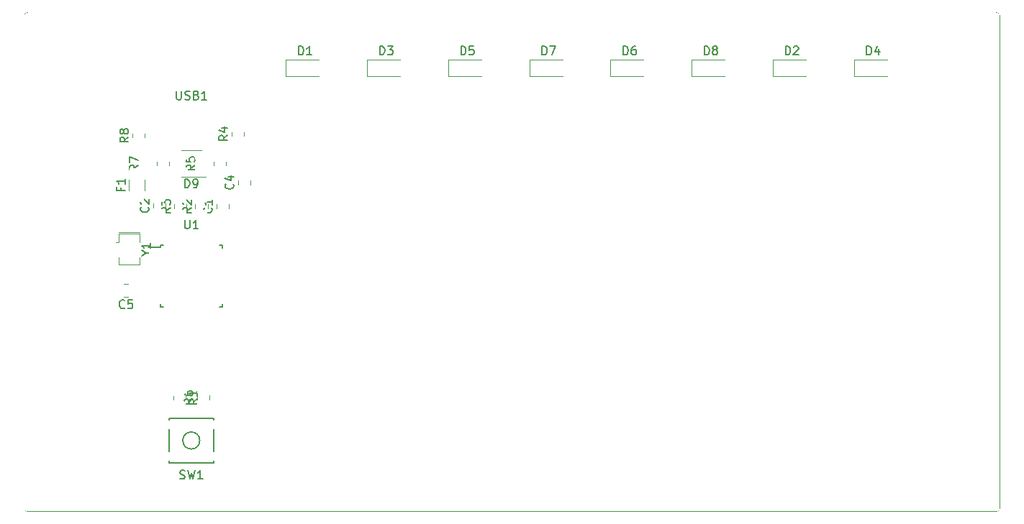
<source format=gto>
%TF.GenerationSoftware,KiCad,Pcbnew,(5.1.10-1-10_14)*%
%TF.CreationDate,2021-08-29T23:03:26+08:00*%
%TF.ProjectId,SMP v.2,534d5020-762e-4322-9e6b-696361645f70,rev?*%
%TF.SameCoordinates,Original*%
%TF.FileFunction,Legend,Top*%
%TF.FilePolarity,Positive*%
%FSLAX46Y46*%
G04 Gerber Fmt 4.6, Leading zero omitted, Abs format (unit mm)*
G04 Created by KiCad (PCBNEW (5.1.10-1-10_14)) date 2021-08-29 23:03:26*
%MOMM*%
%LPD*%
G01*
G04 APERTURE LIST*
%TA.AperFunction,Profile*%
%ADD10C,0.050000*%
%TD*%
%ADD11C,0.120000*%
%ADD12C,0.150000*%
%ADD13C,0.500000*%
%ADD14C,0.010000*%
%ADD15R,0.600000X1.450000*%
%ADD16R,0.300000X1.450000*%
%ADD17C,0.650000*%
%ADD18O,1.000000X2.100000*%
%ADD19O,1.000000X1.600000*%
%ADD20R,1.400000X1.000000*%
%ADD21R,1.400000X1.200000*%
%ADD22R,0.550000X1.600000*%
%ADD23R,1.600000X0.550000*%
%ADD24R,0.900000X1.200000*%
%ADD25C,1.750000*%
%ADD26C,3.987800*%
%ADD27C,6.400000*%
%ADD28R,1.900000X0.400000*%
%ADD29R,1.800000X1.100000*%
G04 APERTURE END LIST*
D10*
X156052520Y-83629500D02*
G75*
G02*
X155727400Y-83954620I-325120J0D01*
G01*
X155727400Y-25214580D02*
G75*
G02*
X156052520Y-25539700I0J-325120D01*
G01*
X41366440Y-25539700D02*
G75*
G02*
X41691560Y-25214580I325120J0D01*
G01*
X41689020Y-83957160D02*
G75*
G02*
X41363900Y-83632040I0J325120D01*
G01*
X41366440Y-25539700D02*
X41363900Y-83632040D01*
X155727400Y-25214580D02*
X41691560Y-25214580D01*
X156052520Y-83629500D02*
X156052520Y-25539700D01*
X41689020Y-83957160D02*
X155727400Y-83954620D01*
D11*
%TO.C,R8*%
X54029940Y-39937944D02*
X54029940Y-39483816D01*
X55499940Y-39937944D02*
X55499940Y-39483816D01*
%TO.C,R7*%
X56935700Y-43229784D02*
X56935700Y-42775656D01*
X58405700Y-43229784D02*
X58405700Y-42775656D01*
%TO.C,D9*%
X62174180Y-41452720D02*
X59774180Y-41452720D01*
X59774180Y-44552720D02*
X62724180Y-44552720D01*
%TO.C,C2*%
X56474292Y-48221412D02*
X56474292Y-47698908D01*
X57944292Y-48221412D02*
X57944292Y-47698908D01*
D12*
%TO.C,U1*%
X57349180Y-52630800D02*
X57349180Y-52855800D01*
X64599180Y-52630800D02*
X64599180Y-52955800D01*
X64599180Y-59880800D02*
X64599180Y-59555800D01*
X57349180Y-59880800D02*
X57349180Y-59555800D01*
X57349180Y-52630800D02*
X57674180Y-52630800D01*
X57349180Y-59880800D02*
X57674180Y-59880800D01*
X64599180Y-59880800D02*
X64274180Y-59880800D01*
X64599180Y-52630800D02*
X64274180Y-52630800D01*
X57349180Y-52855800D02*
X55924180Y-52855800D01*
D11*
%TO.C,D8*%
X119838350Y-30732220D02*
X123738350Y-30732220D01*
X119838350Y-32732220D02*
X123738350Y-32732220D01*
X119838350Y-30732220D02*
X119838350Y-32732220D01*
%TO.C,D7*%
X100742346Y-30732220D02*
X104642346Y-30732220D01*
X100742346Y-32732220D02*
X104642346Y-32732220D01*
X100742346Y-30732220D02*
X100742346Y-32732220D01*
%TO.C,D6*%
X110290348Y-30732220D02*
X114190348Y-30732220D01*
X110290348Y-32732220D02*
X114190348Y-32732220D01*
X110290348Y-30732220D02*
X110290348Y-32732220D01*
%TO.C,D5*%
X91194344Y-30732220D02*
X95094344Y-30732220D01*
X91194344Y-32732220D02*
X95094344Y-32732220D01*
X91194344Y-30732220D02*
X91194344Y-32732220D01*
%TO.C,D4*%
X138934360Y-30732220D02*
X142834360Y-30732220D01*
X138934360Y-32732220D02*
X142834360Y-32732220D01*
X138934360Y-30732220D02*
X138934360Y-32732220D01*
%TO.C,D3*%
X81646342Y-30732220D02*
X85546342Y-30732220D01*
X81646342Y-32732220D02*
X85546342Y-32732220D01*
X81646342Y-30732220D02*
X81646342Y-32732220D01*
%TO.C,D2*%
X129386352Y-30732220D02*
X133286352Y-30732220D01*
X129386352Y-32732220D02*
X133286352Y-32732220D01*
X129386352Y-30732220D02*
X129386352Y-32732220D01*
%TO.C,D1*%
X72098340Y-30732220D02*
X75998340Y-30732220D01*
X72098340Y-32732220D02*
X75998340Y-32732220D01*
X72098340Y-30732220D02*
X72098340Y-32732220D01*
%TO.C,Y1*%
X52872740Y-51080920D02*
X52472740Y-51080920D01*
X52872740Y-51280920D02*
X52472740Y-51280920D01*
X52872740Y-54880920D02*
X52472740Y-54880920D01*
X54872740Y-51080920D02*
X52872740Y-51080920D01*
X52472740Y-52280920D02*
X52072740Y-52280920D01*
X52472740Y-52280920D02*
X52472740Y-51280920D01*
X52872740Y-51280920D02*
X54872740Y-51280920D01*
X54872740Y-51280920D02*
X54872740Y-52280920D01*
X54872740Y-54080920D02*
X54872740Y-54880920D01*
X54872740Y-54880920D02*
X52872740Y-54880920D01*
X52472740Y-54880920D02*
X52472740Y-54080920D01*
D12*
%TO.C,SW1*%
X61974180Y-75618220D02*
G75*
G03*
X61974180Y-75618220I-1000000J0D01*
G01*
X58374180Y-78218220D02*
X58374180Y-73018220D01*
X63574180Y-78218220D02*
X58374180Y-78218220D01*
X63574180Y-73018220D02*
X63574180Y-78218220D01*
X58374180Y-73018220D02*
X63574180Y-73018220D01*
D11*
%TO.C,R6*%
X63097080Y-70777984D02*
X63097080Y-70323856D01*
X61627080Y-70777984D02*
X61627080Y-70323856D01*
%TO.C,R5*%
X65070660Y-43229784D02*
X65070660Y-42775656D01*
X63600660Y-43229784D02*
X63600660Y-42775656D01*
%TO.C,R4*%
X67176320Y-39729664D02*
X67176320Y-39275536D01*
X65706320Y-39729664D02*
X65706320Y-39275536D01*
%TO.C,R3*%
X60439624Y-48251364D02*
X60439624Y-47797236D01*
X58969624Y-48251364D02*
X58969624Y-47797236D01*
%TO.C,R2*%
X62904956Y-48251364D02*
X62904956Y-47797236D01*
X61434956Y-48251364D02*
X61434956Y-47797236D01*
%TO.C,R1*%
X58861680Y-70352096D02*
X58861680Y-70806224D01*
X60331680Y-70352096D02*
X60331680Y-70806224D01*
%TO.C,F1*%
X55453960Y-46128904D02*
X55453960Y-44924776D01*
X53633960Y-46128904D02*
X53633960Y-44924776D01*
%TO.C,C5*%
X53550412Y-57194660D02*
X53027908Y-57194660D01*
X53550412Y-58664660D02*
X53027908Y-58664660D01*
%TO.C,C4*%
X67925620Y-45475632D02*
X67925620Y-44953128D01*
X66455620Y-45475632D02*
X66455620Y-44953128D01*
%TO.C,C1*%
X65400288Y-48302652D02*
X65400288Y-47780148D01*
X63930288Y-48302652D02*
X63930288Y-47780148D01*
%TD*%
%TO.C,USB1*%
D12*
X59236084Y-34469940D02*
X59236084Y-35279464D01*
X59283703Y-35374702D01*
X59331322Y-35422321D01*
X59426560Y-35469940D01*
X59617037Y-35469940D01*
X59712275Y-35422321D01*
X59759894Y-35374702D01*
X59807513Y-35279464D01*
X59807513Y-34469940D01*
X60236084Y-35422321D02*
X60378941Y-35469940D01*
X60617037Y-35469940D01*
X60712275Y-35422321D01*
X60759894Y-35374702D01*
X60807513Y-35279464D01*
X60807513Y-35184226D01*
X60759894Y-35088988D01*
X60712275Y-35041369D01*
X60617037Y-34993750D01*
X60426560Y-34946131D01*
X60331322Y-34898512D01*
X60283703Y-34850893D01*
X60236084Y-34755655D01*
X60236084Y-34660417D01*
X60283703Y-34565179D01*
X60331322Y-34517560D01*
X60426560Y-34469940D01*
X60664656Y-34469940D01*
X60807513Y-34517560D01*
X61569418Y-34946131D02*
X61712275Y-34993750D01*
X61759894Y-35041369D01*
X61807513Y-35136607D01*
X61807513Y-35279464D01*
X61759894Y-35374702D01*
X61712275Y-35422321D01*
X61617037Y-35469940D01*
X61236084Y-35469940D01*
X61236084Y-34469940D01*
X61569418Y-34469940D01*
X61664656Y-34517560D01*
X61712275Y-34565179D01*
X61759894Y-34660417D01*
X61759894Y-34755655D01*
X61712275Y-34850893D01*
X61664656Y-34898512D01*
X61569418Y-34946131D01*
X61236084Y-34946131D01*
X62759894Y-35469940D02*
X62188465Y-35469940D01*
X62474180Y-35469940D02*
X62474180Y-34469940D01*
X62378941Y-34612798D01*
X62283703Y-34708036D01*
X62188465Y-34755655D01*
%TO.C,R8*%
X53567320Y-39877546D02*
X53091130Y-40210880D01*
X53567320Y-40448975D02*
X52567320Y-40448975D01*
X52567320Y-40068022D01*
X52614940Y-39972784D01*
X52662559Y-39925165D01*
X52757797Y-39877546D01*
X52900654Y-39877546D01*
X52995892Y-39925165D01*
X53043511Y-39972784D01*
X53091130Y-40068022D01*
X53091130Y-40448975D01*
X52995892Y-39306118D02*
X52948273Y-39401356D01*
X52900654Y-39448975D01*
X52805416Y-39496594D01*
X52757797Y-39496594D01*
X52662559Y-39448975D01*
X52614940Y-39401356D01*
X52567320Y-39306118D01*
X52567320Y-39115641D01*
X52614940Y-39020403D01*
X52662559Y-38972784D01*
X52757797Y-38925165D01*
X52805416Y-38925165D01*
X52900654Y-38972784D01*
X52948273Y-39020403D01*
X52995892Y-39115641D01*
X52995892Y-39306118D01*
X53043511Y-39401356D01*
X53091130Y-39448975D01*
X53186368Y-39496594D01*
X53376844Y-39496594D01*
X53472082Y-39448975D01*
X53519701Y-39401356D01*
X53567320Y-39306118D01*
X53567320Y-39115641D01*
X53519701Y-39020403D01*
X53472082Y-38972784D01*
X53376844Y-38925165D01*
X53186368Y-38925165D01*
X53091130Y-38972784D01*
X53043511Y-39020403D01*
X52995892Y-39115641D01*
%TO.C,R7*%
X54706800Y-43169386D02*
X54230610Y-43502720D01*
X54706800Y-43740815D02*
X53706800Y-43740815D01*
X53706800Y-43359862D01*
X53754420Y-43264624D01*
X53802039Y-43217005D01*
X53897277Y-43169386D01*
X54040134Y-43169386D01*
X54135372Y-43217005D01*
X54182991Y-43264624D01*
X54230610Y-43359862D01*
X54230610Y-43740815D01*
X53706800Y-42836053D02*
X53706800Y-42169386D01*
X54706800Y-42597958D01*
%TO.C,D9*%
X60216084Y-45835100D02*
X60216084Y-44835100D01*
X60454180Y-44835100D01*
X60597037Y-44882720D01*
X60692275Y-44977958D01*
X60739894Y-45073196D01*
X60787513Y-45263672D01*
X60787513Y-45406529D01*
X60739894Y-45597005D01*
X60692275Y-45692243D01*
X60597037Y-45787481D01*
X60454180Y-45835100D01*
X60216084Y-45835100D01*
X61263703Y-45835100D02*
X61454180Y-45835100D01*
X61549418Y-45787481D01*
X61597037Y-45739862D01*
X61692275Y-45597005D01*
X61739894Y-45406529D01*
X61739894Y-45025577D01*
X61692275Y-44930339D01*
X61644656Y-44882720D01*
X61549418Y-44835100D01*
X61358941Y-44835100D01*
X61263703Y-44882720D01*
X61216084Y-44930339D01*
X61168465Y-45025577D01*
X61168465Y-45263672D01*
X61216084Y-45358910D01*
X61263703Y-45406529D01*
X61358941Y-45454148D01*
X61549418Y-45454148D01*
X61644656Y-45406529D01*
X61692275Y-45358910D01*
X61739894Y-45263672D01*
%TO.C,C2*%
X55886434Y-48126826D02*
X55934053Y-48174445D01*
X55981672Y-48317302D01*
X55981672Y-48412540D01*
X55934053Y-48555398D01*
X55838815Y-48650636D01*
X55743577Y-48698255D01*
X55553101Y-48745874D01*
X55410244Y-48745874D01*
X55219768Y-48698255D01*
X55124530Y-48650636D01*
X55029292Y-48555398D01*
X54981672Y-48412540D01*
X54981672Y-48317302D01*
X55029292Y-48174445D01*
X55076911Y-48126826D01*
X55076911Y-47745874D02*
X55029292Y-47698255D01*
X54981672Y-47603017D01*
X54981672Y-47364921D01*
X55029292Y-47269683D01*
X55076911Y-47222064D01*
X55172149Y-47174445D01*
X55267387Y-47174445D01*
X55410244Y-47222064D01*
X55981672Y-47793493D01*
X55981672Y-47174445D01*
%TO.C,U1*%
X60212275Y-49658180D02*
X60212275Y-50467704D01*
X60259894Y-50562942D01*
X60307513Y-50610561D01*
X60402751Y-50658180D01*
X60593227Y-50658180D01*
X60688465Y-50610561D01*
X60736084Y-50562942D01*
X60783703Y-50467704D01*
X60783703Y-49658180D01*
X61783703Y-50658180D02*
X61212275Y-50658180D01*
X61497989Y-50658180D02*
X61497989Y-49658180D01*
X61402751Y-49801038D01*
X61307513Y-49896276D01*
X61212275Y-49943895D01*
%TO.C,D8*%
X121350254Y-30184600D02*
X121350254Y-29184600D01*
X121588350Y-29184600D01*
X121731207Y-29232220D01*
X121826445Y-29327458D01*
X121874064Y-29422696D01*
X121921683Y-29613172D01*
X121921683Y-29756029D01*
X121874064Y-29946505D01*
X121826445Y-30041743D01*
X121731207Y-30136981D01*
X121588350Y-30184600D01*
X121350254Y-30184600D01*
X122493111Y-29613172D02*
X122397873Y-29565553D01*
X122350254Y-29517934D01*
X122302635Y-29422696D01*
X122302635Y-29375077D01*
X122350254Y-29279839D01*
X122397873Y-29232220D01*
X122493111Y-29184600D01*
X122683588Y-29184600D01*
X122778826Y-29232220D01*
X122826445Y-29279839D01*
X122874064Y-29375077D01*
X122874064Y-29422696D01*
X122826445Y-29517934D01*
X122778826Y-29565553D01*
X122683588Y-29613172D01*
X122493111Y-29613172D01*
X122397873Y-29660791D01*
X122350254Y-29708410D01*
X122302635Y-29803648D01*
X122302635Y-29994124D01*
X122350254Y-30089362D01*
X122397873Y-30136981D01*
X122493111Y-30184600D01*
X122683588Y-30184600D01*
X122778826Y-30136981D01*
X122826445Y-30089362D01*
X122874064Y-29994124D01*
X122874064Y-29803648D01*
X122826445Y-29708410D01*
X122778826Y-29660791D01*
X122683588Y-29613172D01*
%TO.C,D7*%
X102254250Y-30184600D02*
X102254250Y-29184600D01*
X102492346Y-29184600D01*
X102635203Y-29232220D01*
X102730441Y-29327458D01*
X102778060Y-29422696D01*
X102825679Y-29613172D01*
X102825679Y-29756029D01*
X102778060Y-29946505D01*
X102730441Y-30041743D01*
X102635203Y-30136981D01*
X102492346Y-30184600D01*
X102254250Y-30184600D01*
X103159012Y-29184600D02*
X103825679Y-29184600D01*
X103397107Y-30184600D01*
%TO.C,D6*%
X111802252Y-30184600D02*
X111802252Y-29184600D01*
X112040348Y-29184600D01*
X112183205Y-29232220D01*
X112278443Y-29327458D01*
X112326062Y-29422696D01*
X112373681Y-29613172D01*
X112373681Y-29756029D01*
X112326062Y-29946505D01*
X112278443Y-30041743D01*
X112183205Y-30136981D01*
X112040348Y-30184600D01*
X111802252Y-30184600D01*
X113230824Y-29184600D02*
X113040348Y-29184600D01*
X112945109Y-29232220D01*
X112897490Y-29279839D01*
X112802252Y-29422696D01*
X112754633Y-29613172D01*
X112754633Y-29994124D01*
X112802252Y-30089362D01*
X112849871Y-30136981D01*
X112945109Y-30184600D01*
X113135586Y-30184600D01*
X113230824Y-30136981D01*
X113278443Y-30089362D01*
X113326062Y-29994124D01*
X113326062Y-29756029D01*
X113278443Y-29660791D01*
X113230824Y-29613172D01*
X113135586Y-29565553D01*
X112945109Y-29565553D01*
X112849871Y-29613172D01*
X112802252Y-29660791D01*
X112754633Y-29756029D01*
%TO.C,D5*%
X92706248Y-30184600D02*
X92706248Y-29184600D01*
X92944344Y-29184600D01*
X93087201Y-29232220D01*
X93182439Y-29327458D01*
X93230058Y-29422696D01*
X93277677Y-29613172D01*
X93277677Y-29756029D01*
X93230058Y-29946505D01*
X93182439Y-30041743D01*
X93087201Y-30136981D01*
X92944344Y-30184600D01*
X92706248Y-30184600D01*
X94182439Y-29184600D02*
X93706248Y-29184600D01*
X93658629Y-29660791D01*
X93706248Y-29613172D01*
X93801486Y-29565553D01*
X94039582Y-29565553D01*
X94134820Y-29613172D01*
X94182439Y-29660791D01*
X94230058Y-29756029D01*
X94230058Y-29994124D01*
X94182439Y-30089362D01*
X94134820Y-30136981D01*
X94039582Y-30184600D01*
X93801486Y-30184600D01*
X93706248Y-30136981D01*
X93658629Y-30089362D01*
%TO.C,D4*%
X140446264Y-30184600D02*
X140446264Y-29184600D01*
X140684360Y-29184600D01*
X140827217Y-29232220D01*
X140922455Y-29327458D01*
X140970074Y-29422696D01*
X141017693Y-29613172D01*
X141017693Y-29756029D01*
X140970074Y-29946505D01*
X140922455Y-30041743D01*
X140827217Y-30136981D01*
X140684360Y-30184600D01*
X140446264Y-30184600D01*
X141874836Y-29517934D02*
X141874836Y-30184600D01*
X141636740Y-29136981D02*
X141398645Y-29851267D01*
X142017693Y-29851267D01*
%TO.C,D3*%
X83158246Y-30184600D02*
X83158246Y-29184600D01*
X83396342Y-29184600D01*
X83539199Y-29232220D01*
X83634437Y-29327458D01*
X83682056Y-29422696D01*
X83729675Y-29613172D01*
X83729675Y-29756029D01*
X83682056Y-29946505D01*
X83634437Y-30041743D01*
X83539199Y-30136981D01*
X83396342Y-30184600D01*
X83158246Y-30184600D01*
X84063008Y-29184600D02*
X84682056Y-29184600D01*
X84348722Y-29565553D01*
X84491580Y-29565553D01*
X84586818Y-29613172D01*
X84634437Y-29660791D01*
X84682056Y-29756029D01*
X84682056Y-29994124D01*
X84634437Y-30089362D01*
X84586818Y-30136981D01*
X84491580Y-30184600D01*
X84205865Y-30184600D01*
X84110627Y-30136981D01*
X84063008Y-30089362D01*
%TO.C,D2*%
X130898256Y-30184600D02*
X130898256Y-29184600D01*
X131136352Y-29184600D01*
X131279209Y-29232220D01*
X131374447Y-29327458D01*
X131422066Y-29422696D01*
X131469685Y-29613172D01*
X131469685Y-29756029D01*
X131422066Y-29946505D01*
X131374447Y-30041743D01*
X131279209Y-30136981D01*
X131136352Y-30184600D01*
X130898256Y-30184600D01*
X131850637Y-29279839D02*
X131898256Y-29232220D01*
X131993494Y-29184600D01*
X132231590Y-29184600D01*
X132326828Y-29232220D01*
X132374447Y-29279839D01*
X132422066Y-29375077D01*
X132422066Y-29470315D01*
X132374447Y-29613172D01*
X131803018Y-30184600D01*
X132422066Y-30184600D01*
%TO.C,D1*%
X73610244Y-30184600D02*
X73610244Y-29184600D01*
X73848340Y-29184600D01*
X73991197Y-29232220D01*
X74086435Y-29327458D01*
X74134054Y-29422696D01*
X74181673Y-29613172D01*
X74181673Y-29756029D01*
X74134054Y-29946505D01*
X74086435Y-30041743D01*
X73991197Y-30136981D01*
X73848340Y-30184600D01*
X73610244Y-30184600D01*
X75134054Y-30184600D02*
X74562625Y-30184600D01*
X74848340Y-30184600D02*
X74848340Y-29184600D01*
X74753101Y-29327458D01*
X74657863Y-29422696D01*
X74562625Y-29470315D01*
%TO.C,Y1*%
X55648930Y-53557110D02*
X56125120Y-53557110D01*
X55125120Y-53890443D02*
X55648930Y-53557110D01*
X55125120Y-53223777D01*
X56125120Y-52366634D02*
X56125120Y-52938062D01*
X56125120Y-52652348D02*
X55125120Y-52652348D01*
X55267978Y-52747586D01*
X55363216Y-52842824D01*
X55410835Y-52938062D01*
%TO.C,SW1*%
X59640846Y-80086981D02*
X59783703Y-80134600D01*
X60021799Y-80134600D01*
X60117037Y-80086981D01*
X60164656Y-80039362D01*
X60212275Y-79944124D01*
X60212275Y-79848886D01*
X60164656Y-79753648D01*
X60117037Y-79706029D01*
X60021799Y-79658410D01*
X59831322Y-79610791D01*
X59736084Y-79563172D01*
X59688465Y-79515553D01*
X59640846Y-79420315D01*
X59640846Y-79325077D01*
X59688465Y-79229839D01*
X59736084Y-79182220D01*
X59831322Y-79134600D01*
X60069418Y-79134600D01*
X60212275Y-79182220D01*
X60545608Y-79134600D02*
X60783703Y-80134600D01*
X60974180Y-79420315D01*
X61164656Y-80134600D01*
X61402751Y-79134600D01*
X62307513Y-80134600D02*
X61736084Y-80134600D01*
X62021799Y-80134600D02*
X62021799Y-79134600D01*
X61926560Y-79277458D01*
X61831322Y-79372696D01*
X61736084Y-79420315D01*
%TO.C,R6*%
X61164460Y-70717586D02*
X60688270Y-71050920D01*
X61164460Y-71289015D02*
X60164460Y-71289015D01*
X60164460Y-70908062D01*
X60212080Y-70812824D01*
X60259699Y-70765205D01*
X60354937Y-70717586D01*
X60497794Y-70717586D01*
X60593032Y-70765205D01*
X60640651Y-70812824D01*
X60688270Y-70908062D01*
X60688270Y-71289015D01*
X60164460Y-69860443D02*
X60164460Y-70050920D01*
X60212080Y-70146158D01*
X60259699Y-70193777D01*
X60402556Y-70289015D01*
X60593032Y-70336634D01*
X60973984Y-70336634D01*
X61069222Y-70289015D01*
X61116841Y-70241396D01*
X61164460Y-70146158D01*
X61164460Y-69955681D01*
X61116841Y-69860443D01*
X61069222Y-69812824D01*
X60973984Y-69765205D01*
X60735889Y-69765205D01*
X60640651Y-69812824D01*
X60593032Y-69860443D01*
X60545413Y-69955681D01*
X60545413Y-70146158D01*
X60593032Y-70241396D01*
X60640651Y-70289015D01*
X60735889Y-70336634D01*
%TO.C,R5*%
X61388060Y-43169386D02*
X60911870Y-43502720D01*
X61388060Y-43740815D02*
X60388060Y-43740815D01*
X60388060Y-43359862D01*
X60435680Y-43264624D01*
X60483299Y-43217005D01*
X60578537Y-43169386D01*
X60721394Y-43169386D01*
X60816632Y-43217005D01*
X60864251Y-43264624D01*
X60911870Y-43359862D01*
X60911870Y-43740815D01*
X60388060Y-42264624D02*
X60388060Y-42740815D01*
X60864251Y-42788434D01*
X60816632Y-42740815D01*
X60769013Y-42645577D01*
X60769013Y-42407481D01*
X60816632Y-42312243D01*
X60864251Y-42264624D01*
X60959489Y-42217005D01*
X61197584Y-42217005D01*
X61292822Y-42264624D01*
X61340441Y-42312243D01*
X61388060Y-42407481D01*
X61388060Y-42645577D01*
X61340441Y-42740815D01*
X61292822Y-42788434D01*
%TO.C,R4*%
X65243700Y-39669266D02*
X64767510Y-40002600D01*
X65243700Y-40240695D02*
X64243700Y-40240695D01*
X64243700Y-39859742D01*
X64291320Y-39764504D01*
X64338939Y-39716885D01*
X64434177Y-39669266D01*
X64577034Y-39669266D01*
X64672272Y-39716885D01*
X64719891Y-39764504D01*
X64767510Y-39859742D01*
X64767510Y-40240695D01*
X64577034Y-38812123D02*
X65243700Y-38812123D01*
X64196081Y-39050219D02*
X64910367Y-39288314D01*
X64910367Y-38669266D01*
%TO.C,R3*%
X58507004Y-48190966D02*
X58030814Y-48524300D01*
X58507004Y-48762395D02*
X57507004Y-48762395D01*
X57507004Y-48381442D01*
X57554624Y-48286204D01*
X57602243Y-48238585D01*
X57697481Y-48190966D01*
X57840338Y-48190966D01*
X57935576Y-48238585D01*
X57983195Y-48286204D01*
X58030814Y-48381442D01*
X58030814Y-48762395D01*
X57507004Y-47857633D02*
X57507004Y-47238585D01*
X57887957Y-47571919D01*
X57887957Y-47429061D01*
X57935576Y-47333823D01*
X57983195Y-47286204D01*
X58078433Y-47238585D01*
X58316528Y-47238585D01*
X58411766Y-47286204D01*
X58459385Y-47333823D01*
X58507004Y-47429061D01*
X58507004Y-47714776D01*
X58459385Y-47810014D01*
X58411766Y-47857633D01*
%TO.C,R2*%
X60972336Y-48190966D02*
X60496146Y-48524300D01*
X60972336Y-48762395D02*
X59972336Y-48762395D01*
X59972336Y-48381442D01*
X60019956Y-48286204D01*
X60067575Y-48238585D01*
X60162813Y-48190966D01*
X60305670Y-48190966D01*
X60400908Y-48238585D01*
X60448527Y-48286204D01*
X60496146Y-48381442D01*
X60496146Y-48762395D01*
X60067575Y-47810014D02*
X60019956Y-47762395D01*
X59972336Y-47667157D01*
X59972336Y-47429061D01*
X60019956Y-47333823D01*
X60067575Y-47286204D01*
X60162813Y-47238585D01*
X60258051Y-47238585D01*
X60400908Y-47286204D01*
X60972336Y-47857633D01*
X60972336Y-47238585D01*
%TO.C,R1*%
X61699060Y-70745826D02*
X61222870Y-71079160D01*
X61699060Y-71317255D02*
X60699060Y-71317255D01*
X60699060Y-70936302D01*
X60746680Y-70841064D01*
X60794299Y-70793445D01*
X60889537Y-70745826D01*
X61032394Y-70745826D01*
X61127632Y-70793445D01*
X61175251Y-70841064D01*
X61222870Y-70936302D01*
X61222870Y-71317255D01*
X61699060Y-69793445D02*
X61699060Y-70364874D01*
X61699060Y-70079160D02*
X60699060Y-70079160D01*
X60841918Y-70174398D01*
X60937156Y-70269636D01*
X60984775Y-70364874D01*
%TO.C,F1*%
X52652531Y-45860173D02*
X52652531Y-46193506D01*
X53176340Y-46193506D02*
X52176340Y-46193506D01*
X52176340Y-45717316D01*
X53176340Y-44812554D02*
X53176340Y-45383982D01*
X53176340Y-45098268D02*
X52176340Y-45098268D01*
X52319198Y-45193506D01*
X52414436Y-45288744D01*
X52462055Y-45383982D01*
%TO.C,C5*%
X53122493Y-59966802D02*
X53074874Y-60014421D01*
X52932017Y-60062040D01*
X52836779Y-60062040D01*
X52693921Y-60014421D01*
X52598683Y-59919183D01*
X52551064Y-59823945D01*
X52503445Y-59633469D01*
X52503445Y-59490612D01*
X52551064Y-59300136D01*
X52598683Y-59204898D01*
X52693921Y-59109660D01*
X52836779Y-59062040D01*
X52932017Y-59062040D01*
X53074874Y-59109660D01*
X53122493Y-59157279D01*
X54027255Y-59062040D02*
X53551064Y-59062040D01*
X53503445Y-59538231D01*
X53551064Y-59490612D01*
X53646302Y-59442993D01*
X53884398Y-59442993D01*
X53979636Y-59490612D01*
X54027255Y-59538231D01*
X54074874Y-59633469D01*
X54074874Y-59871564D01*
X54027255Y-59966802D01*
X53979636Y-60014421D01*
X53884398Y-60062040D01*
X53646302Y-60062040D01*
X53551064Y-60014421D01*
X53503445Y-59966802D01*
%TO.C,C4*%
X65867762Y-45381046D02*
X65915381Y-45428665D01*
X65963000Y-45571522D01*
X65963000Y-45666760D01*
X65915381Y-45809618D01*
X65820143Y-45904856D01*
X65724905Y-45952475D01*
X65534429Y-46000094D01*
X65391572Y-46000094D01*
X65201096Y-45952475D01*
X65105858Y-45904856D01*
X65010620Y-45809618D01*
X64963000Y-45666760D01*
X64963000Y-45571522D01*
X65010620Y-45428665D01*
X65058239Y-45381046D01*
X65296334Y-44523903D02*
X65963000Y-44523903D01*
X64915381Y-44761999D02*
X65629667Y-45000094D01*
X65629667Y-44381046D01*
%TO.C,C1*%
X63342430Y-48208066D02*
X63390049Y-48255685D01*
X63437668Y-48398542D01*
X63437668Y-48493780D01*
X63390049Y-48636638D01*
X63294811Y-48731876D01*
X63199573Y-48779495D01*
X63009097Y-48827114D01*
X62866240Y-48827114D01*
X62675764Y-48779495D01*
X62580526Y-48731876D01*
X62485288Y-48636638D01*
X62437668Y-48493780D01*
X62437668Y-48398542D01*
X62485288Y-48255685D01*
X62532907Y-48208066D01*
X63437668Y-47255685D02*
X63437668Y-47827114D01*
X63437668Y-47541400D02*
X62437668Y-47541400D01*
X62580526Y-47636638D01*
X62675764Y-47731876D01*
X62723383Y-47827114D01*
%TD*%
%LPC*%
D13*
X155778200Y-83677760D02*
X155778200Y-25488900D01*
X41641840Y-25488900D02*
X155778200Y-25488900D01*
X41640760Y-83677760D02*
X155778200Y-83677760D01*
X41640760Y-83677760D02*
X41641840Y-25488900D01*
D14*
%TO.C,Ref\u002A\u002A*%
G36*
X117709199Y-76389292D02*
G01*
X117758396Y-76406059D01*
X117799393Y-76436979D01*
X117828614Y-76479968D01*
X117842484Y-76532945D01*
X117843135Y-76547838D01*
X117833746Y-76601256D01*
X117807961Y-76645904D01*
X117769489Y-76679626D01*
X117722041Y-76700267D01*
X117669326Y-76705671D01*
X117615055Y-76693682D01*
X117602067Y-76687906D01*
X117558250Y-76656451D01*
X117531326Y-76613052D01*
X117520634Y-76556552D01*
X117520383Y-76544887D01*
X117527051Y-76489035D01*
X117548393Y-76446680D01*
X117586410Y-76414364D01*
X117600510Y-76406544D01*
X117655379Y-76388760D01*
X117709199Y-76389292D01*
G37*
X117709199Y-76389292D02*
X117758396Y-76406059D01*
X117799393Y-76436979D01*
X117828614Y-76479968D01*
X117842484Y-76532945D01*
X117843135Y-76547838D01*
X117833746Y-76601256D01*
X117807961Y-76645904D01*
X117769489Y-76679626D01*
X117722041Y-76700267D01*
X117669326Y-76705671D01*
X117615055Y-76693682D01*
X117602067Y-76687906D01*
X117558250Y-76656451D01*
X117531326Y-76613052D01*
X117520634Y-76556552D01*
X117520383Y-76544887D01*
X117527051Y-76489035D01*
X117548393Y-76446680D01*
X117586410Y-76414364D01*
X117600510Y-76406544D01*
X117655379Y-76388760D01*
X117709199Y-76389292D01*
G36*
X137877425Y-77531007D02*
G01*
X136967258Y-77531007D01*
X136967258Y-77319341D01*
X137877425Y-77319341D01*
X137877425Y-77531007D01*
G37*
X137877425Y-77531007D02*
X136967258Y-77531007D01*
X136967258Y-77319341D01*
X137877425Y-77319341D01*
X137877425Y-77531007D01*
G36*
X143112827Y-76932165D02*
G01*
X143155989Y-76937840D01*
X143159540Y-76938560D01*
X143221229Y-76951651D01*
X143216022Y-76995267D01*
X143212766Y-77024695D01*
X143208369Y-77067405D01*
X143203235Y-77119120D01*
X143197771Y-77175560D01*
X143192382Y-77232446D01*
X143187473Y-77285499D01*
X143183448Y-77330442D01*
X143180714Y-77362994D01*
X143179675Y-77378877D01*
X143179675Y-77379032D01*
X143174614Y-77386218D01*
X143157327Y-77390690D01*
X143124654Y-77392925D01*
X143084425Y-77393424D01*
X142989175Y-77393424D01*
X142989175Y-77152257D01*
X142944195Y-77162318D01*
X142882845Y-77182553D01*
X142829305Y-77215226D01*
X142781159Y-77262621D01*
X142735986Y-77327021D01*
X142700238Y-77392568D01*
X142655800Y-77481671D01*
X142652570Y-77707422D01*
X142649341Y-77933174D01*
X142883341Y-77933174D01*
X142883341Y-78123674D01*
X142227175Y-78123674D01*
X142227175Y-77933174D01*
X142396508Y-77933174D01*
X142396508Y-77139424D01*
X142227175Y-77139424D01*
X142227175Y-76948924D01*
X142406890Y-76948924D01*
X142472370Y-76949005D01*
X142519738Y-76949511D01*
X142552048Y-76950834D01*
X142572355Y-76953369D01*
X142583711Y-76957507D01*
X142589172Y-76963641D01*
X142591792Y-76972166D01*
X142591920Y-76972736D01*
X142596471Y-76995727D01*
X142602857Y-77031186D01*
X142610137Y-77073471D01*
X142617372Y-77116942D01*
X142623620Y-77155958D01*
X142627941Y-77184877D01*
X142629407Y-77197632D01*
X142634121Y-77195166D01*
X142646233Y-77178053D01*
X142660013Y-77155299D01*
X142717253Y-77072184D01*
X142782392Y-77008491D01*
X142856230Y-76963704D01*
X142939563Y-76937305D01*
X143008866Y-76929259D01*
X143060263Y-76929087D01*
X143112827Y-76932165D01*
G37*
X143112827Y-76932165D02*
X143155989Y-76937840D01*
X143159540Y-76938560D01*
X143221229Y-76951651D01*
X143216022Y-76995267D01*
X143212766Y-77024695D01*
X143208369Y-77067405D01*
X143203235Y-77119120D01*
X143197771Y-77175560D01*
X143192382Y-77232446D01*
X143187473Y-77285499D01*
X143183448Y-77330442D01*
X143180714Y-77362994D01*
X143179675Y-77378877D01*
X143179675Y-77379032D01*
X143174614Y-77386218D01*
X143157327Y-77390690D01*
X143124654Y-77392925D01*
X143084425Y-77393424D01*
X142989175Y-77393424D01*
X142989175Y-77152257D01*
X142944195Y-77162318D01*
X142882845Y-77182553D01*
X142829305Y-77215226D01*
X142781159Y-77262621D01*
X142735986Y-77327021D01*
X142700238Y-77392568D01*
X142655800Y-77481671D01*
X142652570Y-77707422D01*
X142649341Y-77933174D01*
X142883341Y-77933174D01*
X142883341Y-78123674D01*
X142227175Y-78123674D01*
X142227175Y-77933174D01*
X142396508Y-77933174D01*
X142396508Y-77139424D01*
X142227175Y-77139424D01*
X142227175Y-76948924D01*
X142406890Y-76948924D01*
X142472370Y-76949005D01*
X142519738Y-76949511D01*
X142552048Y-76950834D01*
X142572355Y-76953369D01*
X142583711Y-76957507D01*
X142589172Y-76963641D01*
X142591792Y-76972166D01*
X142591920Y-76972736D01*
X142596471Y-76995727D01*
X142602857Y-77031186D01*
X142610137Y-77073471D01*
X142617372Y-77116942D01*
X142623620Y-77155958D01*
X142627941Y-77184877D01*
X142629407Y-77197632D01*
X142634121Y-77195166D01*
X142646233Y-77178053D01*
X142660013Y-77155299D01*
X142717253Y-77072184D01*
X142782392Y-77008491D01*
X142856230Y-76963704D01*
X142939563Y-76937305D01*
X143008866Y-76929259D01*
X143060263Y-76929087D01*
X143112827Y-76932165D01*
G36*
X139908871Y-77414744D02*
G01*
X139937935Y-77509389D01*
X139965298Y-77597241D01*
X139990324Y-77676344D01*
X140012376Y-77744741D01*
X140030816Y-77800478D01*
X140045008Y-77841599D01*
X140054314Y-77866149D01*
X140057975Y-77872473D01*
X140062459Y-77860987D01*
X140072496Y-77831328D01*
X140087429Y-77785557D01*
X140106599Y-77725735D01*
X140129349Y-77653924D01*
X140155023Y-77572186D01*
X140182963Y-77482583D01*
X140206494Y-77406653D01*
X140347974Y-76948924D01*
X140477949Y-76948924D01*
X140527555Y-76949529D01*
X140568381Y-76951179D01*
X140596395Y-76953627D01*
X140607569Y-76956627D01*
X140607617Y-76956861D01*
X140604113Y-76968018D01*
X140594137Y-76997327D01*
X140578315Y-77043003D01*
X140557273Y-77103257D01*
X140531639Y-77176302D01*
X140502041Y-77260350D01*
X140469104Y-77353616D01*
X140433455Y-77454311D01*
X140402491Y-77541591D01*
X140197674Y-78118382D01*
X140050903Y-78121145D01*
X139904133Y-78123909D01*
X139700107Y-77544354D01*
X139662921Y-77438577D01*
X139627931Y-77338761D01*
X139595756Y-77246689D01*
X139567014Y-77164148D01*
X139542324Y-77092922D01*
X139522307Y-77034797D01*
X139507580Y-76991558D01*
X139498764Y-76964990D01*
X139496378Y-76956861D01*
X139506415Y-76953883D01*
X139533640Y-76951414D01*
X139574075Y-76949688D01*
X139623743Y-76948938D01*
X139631741Y-76948924D01*
X139766807Y-76948924D01*
X139908871Y-77414744D01*
G37*
X139908871Y-77414744D02*
X139937935Y-77509389D01*
X139965298Y-77597241D01*
X139990324Y-77676344D01*
X140012376Y-77744741D01*
X140030816Y-77800478D01*
X140045008Y-77841599D01*
X140054314Y-77866149D01*
X140057975Y-77872473D01*
X140062459Y-77860987D01*
X140072496Y-77831328D01*
X140087429Y-77785557D01*
X140106599Y-77725735D01*
X140129349Y-77653924D01*
X140155023Y-77572186D01*
X140182963Y-77482583D01*
X140206494Y-77406653D01*
X140347974Y-76948924D01*
X140477949Y-76948924D01*
X140527555Y-76949529D01*
X140568381Y-76951179D01*
X140596395Y-76953627D01*
X140607569Y-76956627D01*
X140607617Y-76956861D01*
X140604113Y-76968018D01*
X140594137Y-76997327D01*
X140578315Y-77043003D01*
X140557273Y-77103257D01*
X140531639Y-77176302D01*
X140502041Y-77260350D01*
X140469104Y-77353616D01*
X140433455Y-77454311D01*
X140402491Y-77541591D01*
X140197674Y-78118382D01*
X140050903Y-78121145D01*
X139904133Y-78123909D01*
X139700107Y-77544354D01*
X139662921Y-77438577D01*
X139627931Y-77338761D01*
X139595756Y-77246689D01*
X139567014Y-77164148D01*
X139542324Y-77092922D01*
X139522307Y-77034797D01*
X139507580Y-76991558D01*
X139498764Y-76964990D01*
X139496378Y-76956861D01*
X139506415Y-76953883D01*
X139533640Y-76951414D01*
X139574075Y-76949688D01*
X139623743Y-76948938D01*
X139631741Y-76948924D01*
X139766807Y-76948924D01*
X139908871Y-77414744D01*
G36*
X129881716Y-76933330D02*
G01*
X129934027Y-76934406D01*
X129980767Y-76937116D01*
X130016613Y-76941042D01*
X130035507Y-76945418D01*
X130062299Y-76957225D01*
X130041328Y-77175324D01*
X130020357Y-77393424D01*
X129834091Y-77393424D01*
X129834091Y-77152849D01*
X129794404Y-77160260D01*
X129723368Y-77184206D01*
X129658550Y-77228360D01*
X129599938Y-77292734D01*
X129547519Y-77377339D01*
X129540043Y-77392073D01*
X129500716Y-77471588D01*
X129497497Y-77702381D01*
X129494279Y-77933174D01*
X129728258Y-77933174D01*
X129728258Y-78123674D01*
X129072091Y-78123674D01*
X129072091Y-77933174D01*
X129241425Y-77933174D01*
X129241425Y-77139424D01*
X129072091Y-77139424D01*
X129072091Y-76948924D01*
X129429752Y-76948924D01*
X129442213Y-77020361D01*
X129449825Y-77066510D01*
X129456773Y-77112844D01*
X129460648Y-77142070D01*
X129465474Y-77171343D01*
X129471053Y-77189466D01*
X129473772Y-77192341D01*
X129482516Y-77183760D01*
X129495030Y-77162562D01*
X129497810Y-77156924D01*
X129523929Y-77115411D01*
X129562842Y-77069345D01*
X129608808Y-77024395D01*
X129656084Y-76986230D01*
X129694629Y-76962556D01*
X129722004Y-76949876D01*
X129746275Y-76941466D01*
X129772907Y-76936474D01*
X129807366Y-76934045D01*
X129855118Y-76933326D01*
X129881716Y-76933330D01*
G37*
X129881716Y-76933330D02*
X129934027Y-76934406D01*
X129980767Y-76937116D01*
X130016613Y-76941042D01*
X130035507Y-76945418D01*
X130062299Y-76957225D01*
X130041328Y-77175324D01*
X130020357Y-77393424D01*
X129834091Y-77393424D01*
X129834091Y-77152849D01*
X129794404Y-77160260D01*
X129723368Y-77184206D01*
X129658550Y-77228360D01*
X129599938Y-77292734D01*
X129547519Y-77377339D01*
X129540043Y-77392073D01*
X129500716Y-77471588D01*
X129497497Y-77702381D01*
X129494279Y-77933174D01*
X129728258Y-77933174D01*
X129728258Y-78123674D01*
X129072091Y-78123674D01*
X129072091Y-77933174D01*
X129241425Y-77933174D01*
X129241425Y-77139424D01*
X129072091Y-77139424D01*
X129072091Y-76948924D01*
X129429752Y-76948924D01*
X129442213Y-77020361D01*
X129449825Y-77066510D01*
X129456773Y-77112844D01*
X129460648Y-77142070D01*
X129465474Y-77171343D01*
X129471053Y-77189466D01*
X129473772Y-77192341D01*
X129482516Y-77183760D01*
X129495030Y-77162562D01*
X129497810Y-77156924D01*
X129523929Y-77115411D01*
X129562842Y-77069345D01*
X129608808Y-77024395D01*
X129656084Y-76986230D01*
X129694629Y-76962556D01*
X129722004Y-76949876D01*
X129746275Y-76941466D01*
X129772907Y-76936474D01*
X129807366Y-76934045D01*
X129855118Y-76933326D01*
X129881716Y-76933330D01*
G36*
X125274024Y-76600195D02*
G01*
X125321058Y-76601879D01*
X125351339Y-76604904D01*
X125367063Y-76609450D01*
X125370395Y-76612903D01*
X125373514Y-76625703D01*
X125380553Y-76657070D01*
X125391050Y-76704866D01*
X125404541Y-76766951D01*
X125420563Y-76841185D01*
X125438652Y-76925429D01*
X125458344Y-77017543D01*
X125474715Y-77094400D01*
X125495298Y-77190653D01*
X125514674Y-77280241D01*
X125532381Y-77361103D01*
X125547958Y-77431175D01*
X125560943Y-77488397D01*
X125570873Y-77530704D01*
X125577287Y-77556035D01*
X125579591Y-77562693D01*
X125582776Y-77552688D01*
X125589623Y-77524135D01*
X125599656Y-77479245D01*
X125612400Y-77420228D01*
X125627380Y-77349295D01*
X125644119Y-77268655D01*
X125662143Y-77180520D01*
X125667793Y-77152634D01*
X125686732Y-77059135D01*
X125704970Y-76969425D01*
X125721943Y-76886257D01*
X125737086Y-76812382D01*
X125749835Y-76750554D01*
X125759625Y-76703526D01*
X125765892Y-76674048D01*
X125766537Y-76671111D01*
X125782371Y-76599674D01*
X125940273Y-76599674D01*
X125995362Y-76599890D01*
X126042079Y-76600485D01*
X126076756Y-76601381D01*
X126095725Y-76602496D01*
X126098175Y-76603096D01*
X126098771Y-76613962D01*
X126100495Y-76644245D01*
X126103247Y-76692233D01*
X126106928Y-76756214D01*
X126111441Y-76834473D01*
X126116685Y-76925299D01*
X126122562Y-77026977D01*
X126128974Y-77137795D01*
X126135821Y-77256041D01*
X126140454Y-77335992D01*
X126147558Y-77458976D01*
X126154290Y-77576279D01*
X126160548Y-77686107D01*
X126166234Y-77786665D01*
X126171245Y-77876161D01*
X126175483Y-77952799D01*
X126178847Y-78014786D01*
X126181238Y-78060327D01*
X126182554Y-78087630D01*
X126182787Y-78094570D01*
X126182841Y-78123674D01*
X126061133Y-78123674D01*
X126008940Y-78123511D01*
X125974313Y-78122554D01*
X125953654Y-78120099D01*
X125943362Y-78115439D01*
X125939838Y-78107871D01*
X125939471Y-78099861D01*
X125938987Y-78083726D01*
X125937592Y-78049189D01*
X125935409Y-77998991D01*
X125932562Y-77935871D01*
X125929171Y-77862570D01*
X125925361Y-77781828D01*
X125923235Y-77737382D01*
X125918689Y-77640204D01*
X125914078Y-77536854D01*
X125909626Y-77432737D01*
X125905561Y-77333254D01*
X125902107Y-77243809D01*
X125899490Y-77169805D01*
X125899375Y-77166309D01*
X125891800Y-76933902D01*
X125845968Y-77145142D01*
X125829153Y-77222578D01*
X125809396Y-77313461D01*
X125788270Y-77410560D01*
X125767349Y-77506644D01*
X125748206Y-77594479D01*
X125746397Y-77602776D01*
X125692659Y-77849169D01*
X125575823Y-77846192D01*
X125458987Y-77843216D01*
X125344926Y-77366966D01*
X125230866Y-76890716D01*
X125236805Y-77086507D01*
X125237955Y-77158977D01*
X125237659Y-77248418D01*
X125235998Y-77350692D01*
X125233052Y-77461660D01*
X125228902Y-77577182D01*
X125225960Y-77644954D01*
X125221955Y-77733015D01*
X125218292Y-77816490D01*
X125215088Y-77892473D01*
X125212462Y-77958055D01*
X125210531Y-78010328D01*
X125209412Y-78046386D01*
X125209175Y-78060350D01*
X125209175Y-78113091D01*
X124964303Y-78113091D01*
X124970796Y-78031070D01*
X124972538Y-78006077D01*
X124975259Y-77963141D01*
X124978834Y-77904468D01*
X124983140Y-77832262D01*
X124988050Y-77748728D01*
X124993440Y-77656069D01*
X124999185Y-77556491D01*
X125005161Y-77452199D01*
X125011242Y-77345397D01*
X125017304Y-77238289D01*
X125023221Y-77133081D01*
X125028869Y-77031977D01*
X125034123Y-76937181D01*
X125038857Y-76850899D01*
X125042948Y-76775334D01*
X125046271Y-76712693D01*
X125048700Y-76665178D01*
X125050110Y-76634995D01*
X125050425Y-76625213D01*
X125050425Y-76599674D01*
X125208042Y-76599674D01*
X125274024Y-76600195D01*
G37*
X125274024Y-76600195D02*
X125321058Y-76601879D01*
X125351339Y-76604904D01*
X125367063Y-76609450D01*
X125370395Y-76612903D01*
X125373514Y-76625703D01*
X125380553Y-76657070D01*
X125391050Y-76704866D01*
X125404541Y-76766951D01*
X125420563Y-76841185D01*
X125438652Y-76925429D01*
X125458344Y-77017543D01*
X125474715Y-77094400D01*
X125495298Y-77190653D01*
X125514674Y-77280241D01*
X125532381Y-77361103D01*
X125547958Y-77431175D01*
X125560943Y-77488397D01*
X125570873Y-77530704D01*
X125577287Y-77556035D01*
X125579591Y-77562693D01*
X125582776Y-77552688D01*
X125589623Y-77524135D01*
X125599656Y-77479245D01*
X125612400Y-77420228D01*
X125627380Y-77349295D01*
X125644119Y-77268655D01*
X125662143Y-77180520D01*
X125667793Y-77152634D01*
X125686732Y-77059135D01*
X125704970Y-76969425D01*
X125721943Y-76886257D01*
X125737086Y-76812382D01*
X125749835Y-76750554D01*
X125759625Y-76703526D01*
X125765892Y-76674048D01*
X125766537Y-76671111D01*
X125782371Y-76599674D01*
X125940273Y-76599674D01*
X125995362Y-76599890D01*
X126042079Y-76600485D01*
X126076756Y-76601381D01*
X126095725Y-76602496D01*
X126098175Y-76603096D01*
X126098771Y-76613962D01*
X126100495Y-76644245D01*
X126103247Y-76692233D01*
X126106928Y-76756214D01*
X126111441Y-76834473D01*
X126116685Y-76925299D01*
X126122562Y-77026977D01*
X126128974Y-77137795D01*
X126135821Y-77256041D01*
X126140454Y-77335992D01*
X126147558Y-77458976D01*
X126154290Y-77576279D01*
X126160548Y-77686107D01*
X126166234Y-77786665D01*
X126171245Y-77876161D01*
X126175483Y-77952799D01*
X126178847Y-78014786D01*
X126181238Y-78060327D01*
X126182554Y-78087630D01*
X126182787Y-78094570D01*
X126182841Y-78123674D01*
X126061133Y-78123674D01*
X126008940Y-78123511D01*
X125974313Y-78122554D01*
X125953654Y-78120099D01*
X125943362Y-78115439D01*
X125939838Y-78107871D01*
X125939471Y-78099861D01*
X125938987Y-78083726D01*
X125937592Y-78049189D01*
X125935409Y-77998991D01*
X125932562Y-77935871D01*
X125929171Y-77862570D01*
X125925361Y-77781828D01*
X125923235Y-77737382D01*
X125918689Y-77640204D01*
X125914078Y-77536854D01*
X125909626Y-77432737D01*
X125905561Y-77333254D01*
X125902107Y-77243809D01*
X125899490Y-77169805D01*
X125899375Y-77166309D01*
X125891800Y-76933902D01*
X125845968Y-77145142D01*
X125829153Y-77222578D01*
X125809396Y-77313461D01*
X125788270Y-77410560D01*
X125767349Y-77506644D01*
X125748206Y-77594479D01*
X125746397Y-77602776D01*
X125692659Y-77849169D01*
X125575823Y-77846192D01*
X125458987Y-77843216D01*
X125344926Y-77366966D01*
X125230866Y-76890716D01*
X125236805Y-77086507D01*
X125237955Y-77158977D01*
X125237659Y-77248418D01*
X125235998Y-77350692D01*
X125233052Y-77461660D01*
X125228902Y-77577182D01*
X125225960Y-77644954D01*
X125221955Y-77733015D01*
X125218292Y-77816490D01*
X125215088Y-77892473D01*
X125212462Y-77958055D01*
X125210531Y-78010328D01*
X125209412Y-78046386D01*
X125209175Y-78060350D01*
X125209175Y-78113091D01*
X124964303Y-78113091D01*
X124970796Y-78031070D01*
X124972538Y-78006077D01*
X124975259Y-77963141D01*
X124978834Y-77904468D01*
X124983140Y-77832262D01*
X124988050Y-77748728D01*
X124993440Y-77656069D01*
X124999185Y-77556491D01*
X125005161Y-77452199D01*
X125011242Y-77345397D01*
X125017304Y-77238289D01*
X125023221Y-77133081D01*
X125028869Y-77031977D01*
X125034123Y-76937181D01*
X125038857Y-76850899D01*
X125042948Y-76775334D01*
X125046271Y-76712693D01*
X125048700Y-76665178D01*
X125050110Y-76634995D01*
X125050425Y-76625213D01*
X125050425Y-76599674D01*
X125208042Y-76599674D01*
X125274024Y-76600195D01*
G36*
X118951245Y-76932106D02*
G01*
X119005904Y-76956159D01*
X119049018Y-76997485D01*
X119070283Y-77031678D01*
X119082954Y-77056223D01*
X119133116Y-77009303D01*
X119171986Y-76974868D01*
X119203958Y-76952622D01*
X119236064Y-76938819D01*
X119275337Y-76929713D01*
X119285857Y-76927931D01*
X119359446Y-76924703D01*
X119423535Y-76939987D01*
X119477086Y-76973228D01*
X119519062Y-77023873D01*
X119538471Y-77062902D01*
X119544154Y-77077314D01*
X119548883Y-77091230D01*
X119552744Y-77106652D01*
X119555826Y-77125582D01*
X119558216Y-77150021D01*
X119560003Y-77181970D01*
X119561274Y-77223431D01*
X119562117Y-77276404D01*
X119562620Y-77342892D01*
X119562870Y-77424895D01*
X119562957Y-77524415D01*
X119562966Y-77620966D01*
X119562966Y-78118382D01*
X119455097Y-78121391D01*
X119347229Y-78124401D01*
X119343972Y-77661016D01*
X119343060Y-77542373D01*
X119342000Y-77443133D01*
X119340592Y-77361533D01*
X119338636Y-77295809D01*
X119335932Y-77244199D01*
X119332279Y-77204938D01*
X119327476Y-77176264D01*
X119321324Y-77156412D01*
X119313622Y-77143621D01*
X119304169Y-77136125D01*
X119292766Y-77132163D01*
X119283686Y-77130571D01*
X119246941Y-77133582D01*
X119204073Y-77149104D01*
X119162777Y-77173614D01*
X119134834Y-77198687D01*
X119102591Y-77235410D01*
X119102591Y-78123674D01*
X118891740Y-78123674D01*
X118888686Y-77641272D01*
X118887935Y-77527600D01*
X118887191Y-77433229D01*
X118886365Y-77356294D01*
X118885369Y-77294931D01*
X118884116Y-77247273D01*
X118882515Y-77211456D01*
X118880479Y-77185615D01*
X118877920Y-77167884D01*
X118874748Y-77156398D01*
X118870876Y-77149292D01*
X118866214Y-77144702D01*
X118865089Y-77143855D01*
X118829580Y-77130403D01*
X118787138Y-77135276D01*
X118740104Y-77157774D01*
X118692487Y-77195601D01*
X118658091Y-77228243D01*
X118658091Y-78123674D01*
X118425258Y-78123674D01*
X118425258Y-76948924D01*
X118519795Y-76948924D01*
X118565752Y-76949038D01*
X118595022Y-76951417D01*
X118612068Y-76959114D01*
X118621356Y-76975182D01*
X118627350Y-77002674D01*
X118631070Y-77025024D01*
X118637648Y-77064083D01*
X118680482Y-77017613D01*
X118738019Y-76967393D01*
X118800922Y-76936911D01*
X118871966Y-76924899D01*
X118883794Y-76924610D01*
X118951245Y-76932106D01*
G37*
X118951245Y-76932106D02*
X119005904Y-76956159D01*
X119049018Y-76997485D01*
X119070283Y-77031678D01*
X119082954Y-77056223D01*
X119133116Y-77009303D01*
X119171986Y-76974868D01*
X119203958Y-76952622D01*
X119236064Y-76938819D01*
X119275337Y-76929713D01*
X119285857Y-76927931D01*
X119359446Y-76924703D01*
X119423535Y-76939987D01*
X119477086Y-76973228D01*
X119519062Y-77023873D01*
X119538471Y-77062902D01*
X119544154Y-77077314D01*
X119548883Y-77091230D01*
X119552744Y-77106652D01*
X119555826Y-77125582D01*
X119558216Y-77150021D01*
X119560003Y-77181970D01*
X119561274Y-77223431D01*
X119562117Y-77276404D01*
X119562620Y-77342892D01*
X119562870Y-77424895D01*
X119562957Y-77524415D01*
X119562966Y-77620966D01*
X119562966Y-78118382D01*
X119455097Y-78121391D01*
X119347229Y-78124401D01*
X119343972Y-77661016D01*
X119343060Y-77542373D01*
X119342000Y-77443133D01*
X119340592Y-77361533D01*
X119338636Y-77295809D01*
X119335932Y-77244199D01*
X119332279Y-77204938D01*
X119327476Y-77176264D01*
X119321324Y-77156412D01*
X119313622Y-77143621D01*
X119304169Y-77136125D01*
X119292766Y-77132163D01*
X119283686Y-77130571D01*
X119246941Y-77133582D01*
X119204073Y-77149104D01*
X119162777Y-77173614D01*
X119134834Y-77198687D01*
X119102591Y-77235410D01*
X119102591Y-78123674D01*
X118891740Y-78123674D01*
X118888686Y-77641272D01*
X118887935Y-77527600D01*
X118887191Y-77433229D01*
X118886365Y-77356294D01*
X118885369Y-77294931D01*
X118884116Y-77247273D01*
X118882515Y-77211456D01*
X118880479Y-77185615D01*
X118877920Y-77167884D01*
X118874748Y-77156398D01*
X118870876Y-77149292D01*
X118866214Y-77144702D01*
X118865089Y-77143855D01*
X118829580Y-77130403D01*
X118787138Y-77135276D01*
X118740104Y-77157774D01*
X118692487Y-77195601D01*
X118658091Y-77228243D01*
X118658091Y-78123674D01*
X118425258Y-78123674D01*
X118425258Y-76948924D01*
X118519795Y-76948924D01*
X118565752Y-76949038D01*
X118595022Y-76951417D01*
X118612068Y-76959114D01*
X118621356Y-76975182D01*
X118627350Y-77002674D01*
X118631070Y-77025024D01*
X118637648Y-77064083D01*
X118680482Y-77017613D01*
X118738019Y-76967393D01*
X118800922Y-76936911D01*
X118871966Y-76924899D01*
X118883794Y-76924610D01*
X118951245Y-76932106D01*
G36*
X117853758Y-77933174D02*
G01*
X118171258Y-77933174D01*
X118171258Y-78123674D01*
X117250508Y-78123674D01*
X117250508Y-77933174D01*
X117599758Y-77933174D01*
X117599758Y-77139424D01*
X117271675Y-77139424D01*
X117271675Y-76948924D01*
X117853758Y-76948924D01*
X117853758Y-77933174D01*
G37*
X117853758Y-77933174D02*
X118171258Y-77933174D01*
X118171258Y-78123674D01*
X117250508Y-78123674D01*
X117250508Y-77933174D01*
X117599758Y-77933174D01*
X117599758Y-77139424D01*
X117271675Y-77139424D01*
X117271675Y-76948924D01*
X117853758Y-76948924D01*
X117853758Y-77933174D01*
G36*
X145291866Y-76579105D02*
G01*
X145368026Y-76585769D01*
X145432595Y-76598278D01*
X145440747Y-76600633D01*
X145531031Y-76636568D01*
X145604741Y-76684770D01*
X145663367Y-76746471D01*
X145707723Y-76821441D01*
X145728920Y-76888705D01*
X145736264Y-76964013D01*
X145729687Y-77039349D01*
X145710098Y-77104518D01*
X145679203Y-77155844D01*
X145634125Y-77207392D01*
X145580946Y-77253271D01*
X145525747Y-77287593D01*
X145516734Y-77291795D01*
X145461960Y-77315968D01*
X145498873Y-77321958D01*
X145569142Y-77343280D01*
X145636314Y-77381992D01*
X145695543Y-77434391D01*
X145741984Y-77496771D01*
X145751979Y-77515408D01*
X145764044Y-77542606D01*
X145771677Y-77568906D01*
X145775821Y-77600359D01*
X145777422Y-77643015D01*
X145777547Y-77679174D01*
X145774245Y-77758136D01*
X145763438Y-77822107D01*
X145742974Y-77876576D01*
X145710702Y-77927031D01*
X145664471Y-77978959D01*
X145657142Y-77986283D01*
X145583775Y-78048437D01*
X145504767Y-78094102D01*
X145417056Y-78124401D01*
X145317576Y-78140456D01*
X145227550Y-78143802D01*
X145173499Y-78141861D01*
X145119224Y-78137292D01*
X145073545Y-78130927D01*
X145058920Y-78127888D01*
X144979752Y-78102143D01*
X144899739Y-78064525D01*
X144827231Y-78019339D01*
X144788906Y-77988692D01*
X144731263Y-77936878D01*
X144773031Y-77899569D01*
X144807045Y-77869402D01*
X144842763Y-77838038D01*
X144854170Y-77828107D01*
X144893540Y-77793955D01*
X144932806Y-77832090D01*
X145001512Y-77884321D01*
X145082390Y-77920409D01*
X145172655Y-77939190D01*
X145192498Y-77940823D01*
X145262864Y-77941840D01*
X145319902Y-77934203D01*
X145370196Y-77916438D01*
X145414248Y-77891159D01*
X145466430Y-77844443D01*
X145502260Y-77785214D01*
X145520626Y-77715644D01*
X145522915Y-77678469D01*
X145515987Y-77600831D01*
X145494698Y-77537454D01*
X145458410Y-77487809D01*
X145406488Y-77451370D01*
X145338296Y-77427610D01*
X145253198Y-77416002D01*
X145204462Y-77414591D01*
X145158089Y-77414744D01*
X145128428Y-77412701D01*
X145112491Y-77404711D01*
X145107293Y-77387020D01*
X145109849Y-77355876D01*
X145117170Y-77307525D01*
X145117502Y-77305304D01*
X145129162Y-77226904D01*
X145221964Y-77221612D01*
X145274034Y-77217315D01*
X145312751Y-77210178D01*
X145345905Y-77198345D01*
X145369845Y-77186343D01*
X145422206Y-77147323D01*
X145458427Y-77098490D01*
X145478830Y-77043338D01*
X145483736Y-76985358D01*
X145473468Y-76928045D01*
X145448346Y-76874890D01*
X145408694Y-76829386D01*
X145354832Y-76795028D01*
X145333007Y-76786391D01*
X145255709Y-76770809D01*
X145174178Y-76773709D01*
X145092434Y-76794084D01*
X145014499Y-76830926D01*
X144944392Y-76883226D01*
X144943495Y-76884055D01*
X144913440Y-76911882D01*
X144777734Y-76763716D01*
X144819795Y-76725489D01*
X144868971Y-76688138D01*
X144931196Y-76651575D01*
X144998612Y-76619885D01*
X145063360Y-76597152D01*
X145070327Y-76595284D01*
X145135367Y-76583752D01*
X145211763Y-76578395D01*
X145291866Y-76579105D01*
G37*
X145291866Y-76579105D02*
X145368026Y-76585769D01*
X145432595Y-76598278D01*
X145440747Y-76600633D01*
X145531031Y-76636568D01*
X145604741Y-76684770D01*
X145663367Y-76746471D01*
X145707723Y-76821441D01*
X145728920Y-76888705D01*
X145736264Y-76964013D01*
X145729687Y-77039349D01*
X145710098Y-77104518D01*
X145679203Y-77155844D01*
X145634125Y-77207392D01*
X145580946Y-77253271D01*
X145525747Y-77287593D01*
X145516734Y-77291795D01*
X145461960Y-77315968D01*
X145498873Y-77321958D01*
X145569142Y-77343280D01*
X145636314Y-77381992D01*
X145695543Y-77434391D01*
X145741984Y-77496771D01*
X145751979Y-77515408D01*
X145764044Y-77542606D01*
X145771677Y-77568906D01*
X145775821Y-77600359D01*
X145777422Y-77643015D01*
X145777547Y-77679174D01*
X145774245Y-77758136D01*
X145763438Y-77822107D01*
X145742974Y-77876576D01*
X145710702Y-77927031D01*
X145664471Y-77978959D01*
X145657142Y-77986283D01*
X145583775Y-78048437D01*
X145504767Y-78094102D01*
X145417056Y-78124401D01*
X145317576Y-78140456D01*
X145227550Y-78143802D01*
X145173499Y-78141861D01*
X145119224Y-78137292D01*
X145073545Y-78130927D01*
X145058920Y-78127888D01*
X144979752Y-78102143D01*
X144899739Y-78064525D01*
X144827231Y-78019339D01*
X144788906Y-77988692D01*
X144731263Y-77936878D01*
X144773031Y-77899569D01*
X144807045Y-77869402D01*
X144842763Y-77838038D01*
X144854170Y-77828107D01*
X144893540Y-77793955D01*
X144932806Y-77832090D01*
X145001512Y-77884321D01*
X145082390Y-77920409D01*
X145172655Y-77939190D01*
X145192498Y-77940823D01*
X145262864Y-77941840D01*
X145319902Y-77934203D01*
X145370196Y-77916438D01*
X145414248Y-77891159D01*
X145466430Y-77844443D01*
X145502260Y-77785214D01*
X145520626Y-77715644D01*
X145522915Y-77678469D01*
X145515987Y-77600831D01*
X145494698Y-77537454D01*
X145458410Y-77487809D01*
X145406488Y-77451370D01*
X145338296Y-77427610D01*
X145253198Y-77416002D01*
X145204462Y-77414591D01*
X145158089Y-77414744D01*
X145128428Y-77412701D01*
X145112491Y-77404711D01*
X145107293Y-77387020D01*
X145109849Y-77355876D01*
X145117170Y-77307525D01*
X145117502Y-77305304D01*
X145129162Y-77226904D01*
X145221964Y-77221612D01*
X145274034Y-77217315D01*
X145312751Y-77210178D01*
X145345905Y-77198345D01*
X145369845Y-77186343D01*
X145422206Y-77147323D01*
X145458427Y-77098490D01*
X145478830Y-77043338D01*
X145483736Y-76985358D01*
X145473468Y-76928045D01*
X145448346Y-76874890D01*
X145408694Y-76829386D01*
X145354832Y-76795028D01*
X145333007Y-76786391D01*
X145255709Y-76770809D01*
X145174178Y-76773709D01*
X145092434Y-76794084D01*
X145014499Y-76830926D01*
X144944392Y-76883226D01*
X144943495Y-76884055D01*
X144913440Y-76911882D01*
X144777734Y-76763716D01*
X144819795Y-76725489D01*
X144868971Y-76688138D01*
X144931196Y-76651575D01*
X144998612Y-76619885D01*
X145063360Y-76597152D01*
X145070327Y-76595284D01*
X145135367Y-76583752D01*
X145211763Y-76578395D01*
X145291866Y-76579105D01*
G36*
X141437307Y-76922328D02*
G01*
X141534122Y-76940369D01*
X141599720Y-76964469D01*
X141655679Y-76997684D01*
X141712579Y-77044524D01*
X141763661Y-77098897D01*
X141792106Y-77137819D01*
X141827818Y-77207486D01*
X141856447Y-77290567D01*
X141876485Y-77380059D01*
X141886422Y-77468959D01*
X141884752Y-77550261D01*
X141883365Y-77561675D01*
X141875938Y-77615674D01*
X141115925Y-77615674D01*
X141115925Y-77652318D01*
X141122514Y-77698280D01*
X141140047Y-77751389D01*
X141165170Y-77803187D01*
X141190572Y-77840580D01*
X141220246Y-77870312D01*
X141257173Y-77899312D01*
X141272808Y-77909372D01*
X141296944Y-77922560D01*
X141319103Y-77931035D01*
X141344988Y-77935826D01*
X141380301Y-77937960D01*
X141430743Y-77938465D01*
X141434222Y-77938466D01*
X141484685Y-77938158D01*
X141520940Y-77936192D01*
X141549950Y-77931009D01*
X141578674Y-77921044D01*
X141614072Y-77904738D01*
X141638762Y-77892572D01*
X141679530Y-77871957D01*
X141707345Y-77859533D01*
X141727055Y-77856796D01*
X141743508Y-77865240D01*
X141761554Y-77886362D01*
X141786041Y-77921658D01*
X141800352Y-77942417D01*
X141839967Y-77999285D01*
X141813967Y-78020676D01*
X141777509Y-78044947D01*
X141727170Y-78070943D01*
X141669712Y-78095721D01*
X141611901Y-78116336D01*
X141565413Y-78128844D01*
X141492195Y-78139595D01*
X141412041Y-78143474D01*
X141332800Y-78140582D01*
X141262320Y-78131022D01*
X141235601Y-78124584D01*
X141141677Y-78087033D01*
X141058018Y-78031927D01*
X140986213Y-77961016D01*
X140927852Y-77876053D01*
X140884527Y-77778789D01*
X140867237Y-77718805D01*
X140858078Y-77661808D01*
X140853173Y-77591481D01*
X140852518Y-77515231D01*
X140855829Y-77446341D01*
X141112963Y-77446341D01*
X141637448Y-77446341D01*
X141631746Y-77383461D01*
X141622928Y-77335173D01*
X141606291Y-77281770D01*
X141584812Y-77230916D01*
X141561471Y-77190273D01*
X141551993Y-77178272D01*
X141506335Y-77142605D01*
X141448816Y-77120215D01*
X141385047Y-77112430D01*
X141320637Y-77120578D01*
X141314934Y-77122158D01*
X141253875Y-77150521D01*
X141201327Y-77196006D01*
X141159583Y-77255501D01*
X141130936Y-77325895D01*
X141118974Y-77388101D01*
X141112963Y-77446341D01*
X140855829Y-77446341D01*
X140856112Y-77440463D01*
X140863953Y-77374582D01*
X140867337Y-77356686D01*
X140898366Y-77253920D01*
X140944983Y-77161006D01*
X141005404Y-77080395D01*
X141077843Y-77014537D01*
X141147675Y-76971918D01*
X141239045Y-76938185D01*
X141337268Y-76921627D01*
X141437307Y-76922328D01*
G37*
X141437307Y-76922328D02*
X141534122Y-76940369D01*
X141599720Y-76964469D01*
X141655679Y-76997684D01*
X141712579Y-77044524D01*
X141763661Y-77098897D01*
X141792106Y-77137819D01*
X141827818Y-77207486D01*
X141856447Y-77290567D01*
X141876485Y-77380059D01*
X141886422Y-77468959D01*
X141884752Y-77550261D01*
X141883365Y-77561675D01*
X141875938Y-77615674D01*
X141115925Y-77615674D01*
X141115925Y-77652318D01*
X141122514Y-77698280D01*
X141140047Y-77751389D01*
X141165170Y-77803187D01*
X141190572Y-77840580D01*
X141220246Y-77870312D01*
X141257173Y-77899312D01*
X141272808Y-77909372D01*
X141296944Y-77922560D01*
X141319103Y-77931035D01*
X141344988Y-77935826D01*
X141380301Y-77937960D01*
X141430743Y-77938465D01*
X141434222Y-77938466D01*
X141484685Y-77938158D01*
X141520940Y-77936192D01*
X141549950Y-77931009D01*
X141578674Y-77921044D01*
X141614072Y-77904738D01*
X141638762Y-77892572D01*
X141679530Y-77871957D01*
X141707345Y-77859533D01*
X141727055Y-77856796D01*
X141743508Y-77865240D01*
X141761554Y-77886362D01*
X141786041Y-77921658D01*
X141800352Y-77942417D01*
X141839967Y-77999285D01*
X141813967Y-78020676D01*
X141777509Y-78044947D01*
X141727170Y-78070943D01*
X141669712Y-78095721D01*
X141611901Y-78116336D01*
X141565413Y-78128844D01*
X141492195Y-78139595D01*
X141412041Y-78143474D01*
X141332800Y-78140582D01*
X141262320Y-78131022D01*
X141235601Y-78124584D01*
X141141677Y-78087033D01*
X141058018Y-78031927D01*
X140986213Y-77961016D01*
X140927852Y-77876053D01*
X140884527Y-77778789D01*
X140867237Y-77718805D01*
X140858078Y-77661808D01*
X140853173Y-77591481D01*
X140852518Y-77515231D01*
X140855829Y-77446341D01*
X141112963Y-77446341D01*
X141637448Y-77446341D01*
X141631746Y-77383461D01*
X141622928Y-77335173D01*
X141606291Y-77281770D01*
X141584812Y-77230916D01*
X141561471Y-77190273D01*
X141551993Y-77178272D01*
X141506335Y-77142605D01*
X141448816Y-77120215D01*
X141385047Y-77112430D01*
X141320637Y-77120578D01*
X141314934Y-77122158D01*
X141253875Y-77150521D01*
X141201327Y-77196006D01*
X141159583Y-77255501D01*
X141130936Y-77325895D01*
X141118974Y-77388101D01*
X141112963Y-77446341D01*
X140855829Y-77446341D01*
X140856112Y-77440463D01*
X140863953Y-77374582D01*
X140867337Y-77356686D01*
X140898366Y-77253920D01*
X140944983Y-77161006D01*
X141005404Y-77080395D01*
X141077843Y-77014537D01*
X141147675Y-76971918D01*
X141239045Y-76938185D01*
X141337268Y-76921627D01*
X141437307Y-76922328D01*
G36*
X135054320Y-76465902D02*
G01*
X135096052Y-76470676D01*
X135146054Y-76475977D01*
X135181320Y-76479479D01*
X135252758Y-76486297D01*
X135252758Y-78123674D01*
X135142867Y-78123674D01*
X135090490Y-78123281D01*
X135055679Y-78120397D01*
X135034831Y-78112459D01*
X135024345Y-78096908D01*
X135020620Y-78071182D01*
X135020069Y-78036361D01*
X135018731Y-78010832D01*
X135015594Y-77997318D01*
X135014645Y-77996674D01*
X135004803Y-78003445D01*
X134984854Y-78020944D01*
X134966064Y-78038697D01*
X134930989Y-78067651D01*
X134888231Y-78096124D01*
X134862997Y-78109960D01*
X134831175Y-78124128D01*
X134801360Y-78133159D01*
X134766738Y-78138358D01*
X134720495Y-78141029D01*
X134697266Y-78141680D01*
X134649063Y-78141900D01*
X134606332Y-78140460D01*
X134575162Y-78137644D01*
X134564841Y-78135513D01*
X134484835Y-78099382D01*
X134416583Y-78046873D01*
X134359716Y-77977486D01*
X134313864Y-77890724D01*
X134278658Y-77786090D01*
X134266120Y-77732702D01*
X134251993Y-77628386D01*
X134250570Y-77527243D01*
X134522588Y-77527243D01*
X134527638Y-77642976D01*
X134542668Y-77740272D01*
X134567784Y-77819416D01*
X134603092Y-77880693D01*
X134648698Y-77924389D01*
X134675966Y-77940001D01*
X134715037Y-77949701D01*
X134764779Y-77950239D01*
X134817112Y-77942276D01*
X134863961Y-77926475D01*
X134868589Y-77924207D01*
X134899880Y-77903600D01*
X134934539Y-77873980D01*
X134955136Y-77852751D01*
X134998758Y-77803194D01*
X134998758Y-77237137D01*
X134957361Y-77199737D01*
X134920598Y-77168729D01*
X134889087Y-77149169D01*
X134854100Y-77136616D01*
X134817640Y-77128613D01*
X134749421Y-77124843D01*
X134688814Y-77140140D01*
X134636514Y-77173563D01*
X134593216Y-77224173D01*
X134559614Y-77291033D01*
X134536404Y-77373202D01*
X134524280Y-77469742D01*
X134522588Y-77527243D01*
X134250570Y-77527243D01*
X134250434Y-77517631D01*
X134260752Y-77405913D01*
X134282258Y-77298709D01*
X134314260Y-77201496D01*
X134340034Y-77146860D01*
X134361656Y-77114529D01*
X134393210Y-77076097D01*
X134428434Y-77039100D01*
X134433921Y-77033883D01*
X134494528Y-76984330D01*
X134554942Y-76951477D01*
X134621261Y-76932973D01*
X134699582Y-76926469D01*
X134712779Y-76926383D01*
X134798169Y-76932353D01*
X134870221Y-76951047D01*
X134933608Y-76984066D01*
X134974945Y-77016223D01*
X134998758Y-77037280D01*
X134998758Y-76459142D01*
X135054320Y-76465902D01*
G37*
X135054320Y-76465902D02*
X135096052Y-76470676D01*
X135146054Y-76475977D01*
X135181320Y-76479479D01*
X135252758Y-76486297D01*
X135252758Y-78123674D01*
X135142867Y-78123674D01*
X135090490Y-78123281D01*
X135055679Y-78120397D01*
X135034831Y-78112459D01*
X135024345Y-78096908D01*
X135020620Y-78071182D01*
X135020069Y-78036361D01*
X135018731Y-78010832D01*
X135015594Y-77997318D01*
X135014645Y-77996674D01*
X135004803Y-78003445D01*
X134984854Y-78020944D01*
X134966064Y-78038697D01*
X134930989Y-78067651D01*
X134888231Y-78096124D01*
X134862997Y-78109960D01*
X134831175Y-78124128D01*
X134801360Y-78133159D01*
X134766738Y-78138358D01*
X134720495Y-78141029D01*
X134697266Y-78141680D01*
X134649063Y-78141900D01*
X134606332Y-78140460D01*
X134575162Y-78137644D01*
X134564841Y-78135513D01*
X134484835Y-78099382D01*
X134416583Y-78046873D01*
X134359716Y-77977486D01*
X134313864Y-77890724D01*
X134278658Y-77786090D01*
X134266120Y-77732702D01*
X134251993Y-77628386D01*
X134250570Y-77527243D01*
X134522588Y-77527243D01*
X134527638Y-77642976D01*
X134542668Y-77740272D01*
X134567784Y-77819416D01*
X134603092Y-77880693D01*
X134648698Y-77924389D01*
X134675966Y-77940001D01*
X134715037Y-77949701D01*
X134764779Y-77950239D01*
X134817112Y-77942276D01*
X134863961Y-77926475D01*
X134868589Y-77924207D01*
X134899880Y-77903600D01*
X134934539Y-77873980D01*
X134955136Y-77852751D01*
X134998758Y-77803194D01*
X134998758Y-77237137D01*
X134957361Y-77199737D01*
X134920598Y-77168729D01*
X134889087Y-77149169D01*
X134854100Y-77136616D01*
X134817640Y-77128613D01*
X134749421Y-77124843D01*
X134688814Y-77140140D01*
X134636514Y-77173563D01*
X134593216Y-77224173D01*
X134559614Y-77291033D01*
X134536404Y-77373202D01*
X134524280Y-77469742D01*
X134522588Y-77527243D01*
X134250570Y-77527243D01*
X134250434Y-77517631D01*
X134260752Y-77405913D01*
X134282258Y-77298709D01*
X134314260Y-77201496D01*
X134340034Y-77146860D01*
X134361656Y-77114529D01*
X134393210Y-77076097D01*
X134428434Y-77039100D01*
X134433921Y-77033883D01*
X134494528Y-76984330D01*
X134554942Y-76951477D01*
X134621261Y-76932973D01*
X134699582Y-76926469D01*
X134712779Y-76926383D01*
X134798169Y-76932353D01*
X134870221Y-76951047D01*
X134933608Y-76984066D01*
X134974945Y-77016223D01*
X134998758Y-77037280D01*
X134998758Y-76459142D01*
X135054320Y-76465902D01*
G36*
X133497811Y-76925392D02*
G01*
X133542872Y-76927634D01*
X133578989Y-76932628D01*
X133612250Y-76941070D01*
X133631324Y-76947362D01*
X133712787Y-76981846D01*
X133776771Y-77023341D01*
X133826524Y-77074568D01*
X133865295Y-77138245D01*
X133869199Y-77146495D01*
X133875667Y-77161386D01*
X133880889Y-77176707D01*
X133885040Y-77194916D01*
X133888298Y-77218469D01*
X133890842Y-77249822D01*
X133892847Y-77291434D01*
X133894492Y-77345761D01*
X133895953Y-77415259D01*
X133897408Y-77502386D01*
X133898091Y-77546882D01*
X133899689Y-77647026D01*
X133901360Y-77728196D01*
X133903436Y-77792582D01*
X133906248Y-77842374D01*
X133910128Y-77879763D01*
X133915408Y-77906939D01*
X133922419Y-77926094D01*
X133931495Y-77939416D01*
X133942965Y-77949098D01*
X133957163Y-77957330D01*
X133960520Y-77959078D01*
X133990572Y-77974619D01*
X133961537Y-78057084D01*
X133946230Y-78098400D01*
X133934218Y-78123593D01*
X133922742Y-78136821D01*
X133909040Y-78142243D01*
X133904581Y-78142910D01*
X133868275Y-78139029D01*
X133824476Y-78122217D01*
X133779314Y-78095746D01*
X133738915Y-78062889D01*
X133723249Y-78046090D01*
X133682698Y-77997578D01*
X133642705Y-78033709D01*
X133568295Y-78086764D01*
X133481555Y-78122738D01*
X133382802Y-78141523D01*
X133316733Y-78144495D01*
X133240034Y-78139989D01*
X133178222Y-78127485D01*
X133171014Y-78125133D01*
X133091001Y-78087771D01*
X133027136Y-78036899D01*
X132979844Y-77973178D01*
X132949548Y-77897266D01*
X132936670Y-77809822D01*
X132936923Y-77766600D01*
X133202302Y-77766600D01*
X133206575Y-77832003D01*
X133226986Y-77883772D01*
X133263231Y-77921605D01*
X133315005Y-77945198D01*
X133382003Y-77954246D01*
X133390494Y-77954341D01*
X133441888Y-77951290D01*
X133484438Y-77940440D01*
X133514329Y-77927277D01*
X133553549Y-77903309D01*
X133591522Y-77873158D01*
X133606365Y-77858454D01*
X133644091Y-77816696D01*
X133644091Y-77562757D01*
X133534887Y-77562757D01*
X133435862Y-77568095D01*
X133354789Y-77584261D01*
X133291296Y-77611481D01*
X133245015Y-77649982D01*
X133215576Y-77699990D01*
X133202608Y-77761732D01*
X133202302Y-77766600D01*
X132936923Y-77766600D01*
X132936958Y-77760776D01*
X132948765Y-77679016D01*
X132975634Y-77609015D01*
X133018593Y-77549684D01*
X133078670Y-77499935D01*
X133156894Y-77458678D01*
X133254216Y-77424848D01*
X133291348Y-77415486D01*
X133328689Y-77409146D01*
X133371601Y-77405334D01*
X133425444Y-77403555D01*
X133487987Y-77403285D01*
X133644091Y-77403809D01*
X133644091Y-77341097D01*
X133638209Y-77273966D01*
X133619404Y-77221795D01*
X133585935Y-77181574D01*
X133536061Y-77150291D01*
X133532966Y-77148843D01*
X133484941Y-77134810D01*
X133421908Y-77128638D01*
X133348477Y-77130241D01*
X133269258Y-77139533D01*
X133193763Y-77155169D01*
X133149930Y-77165819D01*
X133114404Y-77173564D01*
X133091714Y-77177468D01*
X133085917Y-77177444D01*
X133080601Y-77166319D01*
X133069987Y-77140237D01*
X133056054Y-77104119D01*
X133051025Y-77090727D01*
X133035476Y-77047909D01*
X133028932Y-77020239D01*
X133033353Y-77002908D01*
X133050696Y-76991104D01*
X133082923Y-76980016D01*
X133097977Y-76975445D01*
X133233621Y-76943009D01*
X133374393Y-76927162D01*
X133437716Y-76925204D01*
X133497811Y-76925392D01*
G37*
X133497811Y-76925392D02*
X133542872Y-76927634D01*
X133578989Y-76932628D01*
X133612250Y-76941070D01*
X133631324Y-76947362D01*
X133712787Y-76981846D01*
X133776771Y-77023341D01*
X133826524Y-77074568D01*
X133865295Y-77138245D01*
X133869199Y-77146495D01*
X133875667Y-77161386D01*
X133880889Y-77176707D01*
X133885040Y-77194916D01*
X133888298Y-77218469D01*
X133890842Y-77249822D01*
X133892847Y-77291434D01*
X133894492Y-77345761D01*
X133895953Y-77415259D01*
X133897408Y-77502386D01*
X133898091Y-77546882D01*
X133899689Y-77647026D01*
X133901360Y-77728196D01*
X133903436Y-77792582D01*
X133906248Y-77842374D01*
X133910128Y-77879763D01*
X133915408Y-77906939D01*
X133922419Y-77926094D01*
X133931495Y-77939416D01*
X133942965Y-77949098D01*
X133957163Y-77957330D01*
X133960520Y-77959078D01*
X133990572Y-77974619D01*
X133961537Y-78057084D01*
X133946230Y-78098400D01*
X133934218Y-78123593D01*
X133922742Y-78136821D01*
X133909040Y-78142243D01*
X133904581Y-78142910D01*
X133868275Y-78139029D01*
X133824476Y-78122217D01*
X133779314Y-78095746D01*
X133738915Y-78062889D01*
X133723249Y-78046090D01*
X133682698Y-77997578D01*
X133642705Y-78033709D01*
X133568295Y-78086764D01*
X133481555Y-78122738D01*
X133382802Y-78141523D01*
X133316733Y-78144495D01*
X133240034Y-78139989D01*
X133178222Y-78127485D01*
X133171014Y-78125133D01*
X133091001Y-78087771D01*
X133027136Y-78036899D01*
X132979844Y-77973178D01*
X132949548Y-77897266D01*
X132936670Y-77809822D01*
X132936923Y-77766600D01*
X133202302Y-77766600D01*
X133206575Y-77832003D01*
X133226986Y-77883772D01*
X133263231Y-77921605D01*
X133315005Y-77945198D01*
X133382003Y-77954246D01*
X133390494Y-77954341D01*
X133441888Y-77951290D01*
X133484438Y-77940440D01*
X133514329Y-77927277D01*
X133553549Y-77903309D01*
X133591522Y-77873158D01*
X133606365Y-77858454D01*
X133644091Y-77816696D01*
X133644091Y-77562757D01*
X133534887Y-77562757D01*
X133435862Y-77568095D01*
X133354789Y-77584261D01*
X133291296Y-77611481D01*
X133245015Y-77649982D01*
X133215576Y-77699990D01*
X133202608Y-77761732D01*
X133202302Y-77766600D01*
X132936923Y-77766600D01*
X132936958Y-77760776D01*
X132948765Y-77679016D01*
X132975634Y-77609015D01*
X133018593Y-77549684D01*
X133078670Y-77499935D01*
X133156894Y-77458678D01*
X133254216Y-77424848D01*
X133291348Y-77415486D01*
X133328689Y-77409146D01*
X133371601Y-77405334D01*
X133425444Y-77403555D01*
X133487987Y-77403285D01*
X133644091Y-77403809D01*
X133644091Y-77341097D01*
X133638209Y-77273966D01*
X133619404Y-77221795D01*
X133585935Y-77181574D01*
X133536061Y-77150291D01*
X133532966Y-77148843D01*
X133484941Y-77134810D01*
X133421908Y-77128638D01*
X133348477Y-77130241D01*
X133269258Y-77139533D01*
X133193763Y-77155169D01*
X133149930Y-77165819D01*
X133114404Y-77173564D01*
X133091714Y-77177468D01*
X133085917Y-77177444D01*
X133080601Y-77166319D01*
X133069987Y-77140237D01*
X133056054Y-77104119D01*
X133051025Y-77090727D01*
X133035476Y-77047909D01*
X133028932Y-77020239D01*
X133033353Y-77002908D01*
X133050696Y-76991104D01*
X133082923Y-76980016D01*
X133097977Y-76975445D01*
X133233621Y-76943009D01*
X133374393Y-76927162D01*
X133437716Y-76925204D01*
X133497811Y-76925392D01*
G36*
X130943991Y-76930820D02*
G01*
X131036869Y-76957666D01*
X131125019Y-77002437D01*
X131158897Y-77025897D01*
X131201411Y-77059804D01*
X131232806Y-77090856D01*
X131258730Y-77125888D01*
X131284831Y-77171736D01*
X131293827Y-77189184D01*
X131331280Y-77282519D01*
X131356392Y-77387969D01*
X131368547Y-77500028D01*
X131367130Y-77613188D01*
X131352753Y-77716216D01*
X131330091Y-77794122D01*
X131296267Y-77871721D01*
X131254802Y-77942108D01*
X131209220Y-77998381D01*
X131208255Y-77999351D01*
X131138176Y-78055380D01*
X131054937Y-78098768D01*
X130963182Y-78128325D01*
X130867554Y-78142859D01*
X130772697Y-78141178D01*
X130704830Y-78128552D01*
X130605092Y-78091849D01*
X130519156Y-78039367D01*
X130447544Y-77971527D01*
X130390781Y-77888745D01*
X130380631Y-77869167D01*
X130344508Y-77780629D01*
X130321892Y-77687145D01*
X130311621Y-77583192D01*
X130310709Y-77536299D01*
X130313230Y-77483554D01*
X130577841Y-77483554D01*
X130578454Y-77589428D01*
X130578627Y-77592153D01*
X130587703Y-77668579D01*
X130603969Y-77740756D01*
X130625920Y-77803913D01*
X130652048Y-77853274D01*
X130666992Y-77872125D01*
X130722589Y-77916597D01*
X130785114Y-77942104D01*
X130851477Y-77948095D01*
X130918588Y-77934019D01*
X130946343Y-77921946D01*
X130998331Y-77885013D01*
X131039452Y-77832033D01*
X131070018Y-77762300D01*
X131090343Y-77675107D01*
X131100559Y-77573341D01*
X131100239Y-77474646D01*
X131089395Y-77383924D01*
X131068828Y-77303784D01*
X131039340Y-77236833D01*
X131001733Y-77185678D01*
X130974358Y-77162817D01*
X130929655Y-77142637D01*
X130874247Y-77131004D01*
X130816332Y-77128580D01*
X130764109Y-77136028D01*
X130741904Y-77144031D01*
X130689002Y-77180598D01*
X130645487Y-77234641D01*
X130612016Y-77304353D01*
X130589248Y-77387926D01*
X130577841Y-77483554D01*
X130313230Y-77483554D01*
X130315771Y-77430398D01*
X130331912Y-77336727D01*
X130360560Y-77248677D01*
X130384282Y-77195924D01*
X130435984Y-77113589D01*
X130501525Y-77045105D01*
X130578254Y-76991054D01*
X130663517Y-76952018D01*
X130754662Y-76928579D01*
X130849038Y-76921319D01*
X130943991Y-76930820D01*
G37*
X130943991Y-76930820D02*
X131036869Y-76957666D01*
X131125019Y-77002437D01*
X131158897Y-77025897D01*
X131201411Y-77059804D01*
X131232806Y-77090856D01*
X131258730Y-77125888D01*
X131284831Y-77171736D01*
X131293827Y-77189184D01*
X131331280Y-77282519D01*
X131356392Y-77387969D01*
X131368547Y-77500028D01*
X131367130Y-77613188D01*
X131352753Y-77716216D01*
X131330091Y-77794122D01*
X131296267Y-77871721D01*
X131254802Y-77942108D01*
X131209220Y-77998381D01*
X131208255Y-77999351D01*
X131138176Y-78055380D01*
X131054937Y-78098768D01*
X130963182Y-78128325D01*
X130867554Y-78142859D01*
X130772697Y-78141178D01*
X130704830Y-78128552D01*
X130605092Y-78091849D01*
X130519156Y-78039367D01*
X130447544Y-77971527D01*
X130390781Y-77888745D01*
X130380631Y-77869167D01*
X130344508Y-77780629D01*
X130321892Y-77687145D01*
X130311621Y-77583192D01*
X130310709Y-77536299D01*
X130313230Y-77483554D01*
X130577841Y-77483554D01*
X130578454Y-77589428D01*
X130578627Y-77592153D01*
X130587703Y-77668579D01*
X130603969Y-77740756D01*
X130625920Y-77803913D01*
X130652048Y-77853274D01*
X130666992Y-77872125D01*
X130722589Y-77916597D01*
X130785114Y-77942104D01*
X130851477Y-77948095D01*
X130918588Y-77934019D01*
X130946343Y-77921946D01*
X130998331Y-77885013D01*
X131039452Y-77832033D01*
X131070018Y-77762300D01*
X131090343Y-77675107D01*
X131100559Y-77573341D01*
X131100239Y-77474646D01*
X131089395Y-77383924D01*
X131068828Y-77303784D01*
X131039340Y-77236833D01*
X131001733Y-77185678D01*
X130974358Y-77162817D01*
X130929655Y-77142637D01*
X130874247Y-77131004D01*
X130816332Y-77128580D01*
X130764109Y-77136028D01*
X130741904Y-77144031D01*
X130689002Y-77180598D01*
X130645487Y-77234641D01*
X130612016Y-77304353D01*
X130589248Y-77387926D01*
X130577841Y-77483554D01*
X130313230Y-77483554D01*
X130315771Y-77430398D01*
X130331912Y-77336727D01*
X130360560Y-77248677D01*
X130384282Y-77195924D01*
X130435984Y-77113589D01*
X130501525Y-77045105D01*
X130578254Y-76991054D01*
X130663517Y-76952018D01*
X130754662Y-76928579D01*
X130849038Y-76921319D01*
X130943991Y-76930820D01*
G36*
X128385170Y-76925885D02*
G01*
X128490587Y-76949312D01*
X128594946Y-76990959D01*
X128636059Y-77012924D01*
X128666822Y-77032400D01*
X128689432Y-77050006D01*
X128697784Y-77059884D01*
X128694060Y-77073312D01*
X128680511Y-77098071D01*
X128660606Y-77129201D01*
X128637815Y-77161739D01*
X128615604Y-77190724D01*
X128597443Y-77211193D01*
X128587096Y-77218232D01*
X128574944Y-77213594D01*
X128548710Y-77201718D01*
X128513245Y-77184827D01*
X128498844Y-77177796D01*
X128412718Y-77144613D01*
X128328712Y-77129993D01*
X128249042Y-77133876D01*
X128175924Y-77156197D01*
X128122210Y-77188370D01*
X128091844Y-77220608D01*
X128062077Y-77268049D01*
X128035683Y-77324842D01*
X128015433Y-77385138D01*
X128004990Y-77435757D01*
X127997533Y-77542175D01*
X128004329Y-77639346D01*
X128024787Y-77725557D01*
X128058315Y-77799097D01*
X128104320Y-77858256D01*
X128162211Y-77901322D01*
X128166905Y-77903799D01*
X128217034Y-77921230D01*
X128278674Y-77930263D01*
X128343633Y-77930234D01*
X128396175Y-77922390D01*
X128433706Y-77911489D01*
X128475233Y-77896391D01*
X128515135Y-77879526D01*
X128547790Y-77863322D01*
X128567578Y-77850209D01*
X128570207Y-77847174D01*
X128582887Y-77838083D01*
X128584582Y-77837924D01*
X128594312Y-77845933D01*
X128612257Y-77866775D01*
X128634887Y-77895673D01*
X128658673Y-77927852D01*
X128680086Y-77958534D01*
X128695596Y-77982943D01*
X128701673Y-77996303D01*
X128701675Y-77996390D01*
X128693070Y-78008530D01*
X128670506Y-78027042D01*
X128638860Y-78048643D01*
X128603008Y-78070048D01*
X128567827Y-78087973D01*
X128561657Y-78090699D01*
X128483107Y-78117088D01*
X128394534Y-78134774D01*
X128302798Y-78143159D01*
X128214757Y-78141648D01*
X128137269Y-78129643D01*
X128131363Y-78128113D01*
X128037614Y-78092774D01*
X127951765Y-78040537D01*
X127877416Y-77974217D01*
X127818170Y-77896625D01*
X127804477Y-77872699D01*
X127762142Y-77771536D01*
X127736575Y-77661452D01*
X127727828Y-77546510D01*
X127735951Y-77430771D01*
X127760994Y-77318298D01*
X127796441Y-77226564D01*
X127849655Y-77137617D01*
X127916714Y-77063098D01*
X127995490Y-77003549D01*
X128083852Y-76959511D01*
X128179673Y-76931527D01*
X128280822Y-76920138D01*
X128385170Y-76925885D01*
G37*
X128385170Y-76925885D02*
X128490587Y-76949312D01*
X128594946Y-76990959D01*
X128636059Y-77012924D01*
X128666822Y-77032400D01*
X128689432Y-77050006D01*
X128697784Y-77059884D01*
X128694060Y-77073312D01*
X128680511Y-77098071D01*
X128660606Y-77129201D01*
X128637815Y-77161739D01*
X128615604Y-77190724D01*
X128597443Y-77211193D01*
X128587096Y-77218232D01*
X128574944Y-77213594D01*
X128548710Y-77201718D01*
X128513245Y-77184827D01*
X128498844Y-77177796D01*
X128412718Y-77144613D01*
X128328712Y-77129993D01*
X128249042Y-77133876D01*
X128175924Y-77156197D01*
X128122210Y-77188370D01*
X128091844Y-77220608D01*
X128062077Y-77268049D01*
X128035683Y-77324842D01*
X128015433Y-77385138D01*
X128004990Y-77435757D01*
X127997533Y-77542175D01*
X128004329Y-77639346D01*
X128024787Y-77725557D01*
X128058315Y-77799097D01*
X128104320Y-77858256D01*
X128162211Y-77901322D01*
X128166905Y-77903799D01*
X128217034Y-77921230D01*
X128278674Y-77930263D01*
X128343633Y-77930234D01*
X128396175Y-77922390D01*
X128433706Y-77911489D01*
X128475233Y-77896391D01*
X128515135Y-77879526D01*
X128547790Y-77863322D01*
X128567578Y-77850209D01*
X128570207Y-77847174D01*
X128582887Y-77838083D01*
X128584582Y-77837924D01*
X128594312Y-77845933D01*
X128612257Y-77866775D01*
X128634887Y-77895673D01*
X128658673Y-77927852D01*
X128680086Y-77958534D01*
X128695596Y-77982943D01*
X128701673Y-77996303D01*
X128701675Y-77996390D01*
X128693070Y-78008530D01*
X128670506Y-78027042D01*
X128638860Y-78048643D01*
X128603008Y-78070048D01*
X128567827Y-78087973D01*
X128561657Y-78090699D01*
X128483107Y-78117088D01*
X128394534Y-78134774D01*
X128302798Y-78143159D01*
X128214757Y-78141648D01*
X128137269Y-78129643D01*
X128131363Y-78128113D01*
X128037614Y-78092774D01*
X127951765Y-78040537D01*
X127877416Y-77974217D01*
X127818170Y-77896625D01*
X127804477Y-77872699D01*
X127762142Y-77771536D01*
X127736575Y-77661452D01*
X127727828Y-77546510D01*
X127735951Y-77430771D01*
X127760994Y-77318298D01*
X127796441Y-77226564D01*
X127849655Y-77137617D01*
X127916714Y-77063098D01*
X127995490Y-77003549D01*
X128083852Y-76959511D01*
X128179673Y-76931527D01*
X128280822Y-76920138D01*
X128385170Y-76925885D01*
G36*
X126964342Y-76927008D02*
G01*
X127039576Y-76942557D01*
X127109384Y-76968981D01*
X127177226Y-77006804D01*
X127229100Y-77051469D01*
X127270112Y-77107848D01*
X127285936Y-77137425D01*
X127320550Y-77207699D01*
X127323544Y-77546624D01*
X127324857Y-77652462D01*
X127326761Y-77742064D01*
X127329213Y-77814381D01*
X127332172Y-77868367D01*
X127335596Y-77902974D01*
X127338264Y-77915152D01*
X127356437Y-77941877D01*
X127379362Y-77959945D01*
X127408735Y-77975134D01*
X127380562Y-78061070D01*
X127352389Y-78147007D01*
X127307987Y-78142002D01*
X127255149Y-78127679D01*
X127201592Y-78099247D01*
X127155694Y-78061708D01*
X127137654Y-78040276D01*
X127109652Y-78000945D01*
X127043091Y-78051325D01*
X126989624Y-78087315D01*
X126936187Y-78112621D01*
X126877045Y-78129032D01*
X126806458Y-78138334D01*
X126754341Y-78141319D01*
X126701755Y-78142739D01*
X126663909Y-78141795D01*
X126634438Y-78137694D01*
X126606974Y-78129640D01*
X126582152Y-78119808D01*
X126501788Y-78077169D01*
X126439810Y-78024238D01*
X126395697Y-77960228D01*
X126368925Y-77884356D01*
X126358969Y-77795837D01*
X126358879Y-77785007D01*
X126361606Y-77755475D01*
X126621409Y-77755475D01*
X126624281Y-77812567D01*
X126642522Y-77865999D01*
X126675470Y-77911021D01*
X126703974Y-77933231D01*
X126752038Y-77951319D01*
X126810548Y-77955757D01*
X126874005Y-77946818D01*
X126936910Y-77924773D01*
X126943985Y-77921348D01*
X127002695Y-77884632D01*
X127040925Y-77845677D01*
X127054272Y-77826257D01*
X127063095Y-77808650D01*
X127068328Y-77787894D01*
X127070905Y-77759028D01*
X127071763Y-77717091D01*
X127071841Y-77681626D01*
X127071841Y-77560254D01*
X126936904Y-77564874D01*
X126851557Y-77570563D01*
X126783947Y-77581721D01*
X126731137Y-77599256D01*
X126690196Y-77624078D01*
X126664417Y-77649313D01*
X126634567Y-77699473D01*
X126621409Y-77755475D01*
X126361606Y-77755475D01*
X126366875Y-77698433D01*
X126391268Y-77624379D01*
X126433003Y-77561364D01*
X126493025Y-77507903D01*
X126560657Y-77468106D01*
X126620488Y-77441973D01*
X126681160Y-77423293D01*
X126747609Y-77411179D01*
X126824766Y-77404745D01*
X126917567Y-77403107D01*
X126922454Y-77403133D01*
X127074691Y-77404089D01*
X127069460Y-77330971D01*
X127059932Y-77267017D01*
X127040156Y-77218782D01*
X127007647Y-77182294D01*
X126959918Y-77153580D01*
X126957838Y-77152620D01*
X126930084Y-77140755D01*
X126905677Y-77133444D01*
X126878628Y-77129950D01*
X126842950Y-77129540D01*
X126792653Y-77131478D01*
X126787567Y-77131725D01*
X126720536Y-77137297D01*
X126653275Y-77146819D01*
X126596010Y-77158816D01*
X126591663Y-77159976D01*
X126552920Y-77170113D01*
X126523033Y-77177101D01*
X126506983Y-77179804D01*
X126505593Y-77179593D01*
X126500136Y-77167638D01*
X126490271Y-77141585D01*
X126478092Y-77107478D01*
X126465691Y-77071365D01*
X126455161Y-77039290D01*
X126448593Y-77017298D01*
X126447425Y-77011531D01*
X126457385Y-77000062D01*
X126485047Y-76987042D01*
X126527081Y-76973314D01*
X126580156Y-76959717D01*
X126640943Y-76947094D01*
X126706112Y-76936284D01*
X126772333Y-76928129D01*
X126781000Y-76927294D01*
X126879746Y-76922123D01*
X126964342Y-76927008D01*
G37*
X126964342Y-76927008D02*
X127039576Y-76942557D01*
X127109384Y-76968981D01*
X127177226Y-77006804D01*
X127229100Y-77051469D01*
X127270112Y-77107848D01*
X127285936Y-77137425D01*
X127320550Y-77207699D01*
X127323544Y-77546624D01*
X127324857Y-77652462D01*
X127326761Y-77742064D01*
X127329213Y-77814381D01*
X127332172Y-77868367D01*
X127335596Y-77902974D01*
X127338264Y-77915152D01*
X127356437Y-77941877D01*
X127379362Y-77959945D01*
X127408735Y-77975134D01*
X127380562Y-78061070D01*
X127352389Y-78147007D01*
X127307987Y-78142002D01*
X127255149Y-78127679D01*
X127201592Y-78099247D01*
X127155694Y-78061708D01*
X127137654Y-78040276D01*
X127109652Y-78000945D01*
X127043091Y-78051325D01*
X126989624Y-78087315D01*
X126936187Y-78112621D01*
X126877045Y-78129032D01*
X126806458Y-78138334D01*
X126754341Y-78141319D01*
X126701755Y-78142739D01*
X126663909Y-78141795D01*
X126634438Y-78137694D01*
X126606974Y-78129640D01*
X126582152Y-78119808D01*
X126501788Y-78077169D01*
X126439810Y-78024238D01*
X126395697Y-77960228D01*
X126368925Y-77884356D01*
X126358969Y-77795837D01*
X126358879Y-77785007D01*
X126361606Y-77755475D01*
X126621409Y-77755475D01*
X126624281Y-77812567D01*
X126642522Y-77865999D01*
X126675470Y-77911021D01*
X126703974Y-77933231D01*
X126752038Y-77951319D01*
X126810548Y-77955757D01*
X126874005Y-77946818D01*
X126936910Y-77924773D01*
X126943985Y-77921348D01*
X127002695Y-77884632D01*
X127040925Y-77845677D01*
X127054272Y-77826257D01*
X127063095Y-77808650D01*
X127068328Y-77787894D01*
X127070905Y-77759028D01*
X127071763Y-77717091D01*
X127071841Y-77681626D01*
X127071841Y-77560254D01*
X126936904Y-77564874D01*
X126851557Y-77570563D01*
X126783947Y-77581721D01*
X126731137Y-77599256D01*
X126690196Y-77624078D01*
X126664417Y-77649313D01*
X126634567Y-77699473D01*
X126621409Y-77755475D01*
X126361606Y-77755475D01*
X126366875Y-77698433D01*
X126391268Y-77624379D01*
X126433003Y-77561364D01*
X126493025Y-77507903D01*
X126560657Y-77468106D01*
X126620488Y-77441973D01*
X126681160Y-77423293D01*
X126747609Y-77411179D01*
X126824766Y-77404745D01*
X126917567Y-77403107D01*
X126922454Y-77403133D01*
X127074691Y-77404089D01*
X127069460Y-77330971D01*
X127059932Y-77267017D01*
X127040156Y-77218782D01*
X127007647Y-77182294D01*
X126959918Y-77153580D01*
X126957838Y-77152620D01*
X126930084Y-77140755D01*
X126905677Y-77133444D01*
X126878628Y-77129950D01*
X126842950Y-77129540D01*
X126792653Y-77131478D01*
X126787567Y-77131725D01*
X126720536Y-77137297D01*
X126653275Y-77146819D01*
X126596010Y-77158816D01*
X126591663Y-77159976D01*
X126552920Y-77170113D01*
X126523033Y-77177101D01*
X126506983Y-77179804D01*
X126505593Y-77179593D01*
X126500136Y-77167638D01*
X126490271Y-77141585D01*
X126478092Y-77107478D01*
X126465691Y-77071365D01*
X126455161Y-77039290D01*
X126448593Y-77017298D01*
X126447425Y-77011531D01*
X126457385Y-77000062D01*
X126485047Y-76987042D01*
X126527081Y-76973314D01*
X126580156Y-76959717D01*
X126640943Y-76947094D01*
X126706112Y-76936284D01*
X126772333Y-76928129D01*
X126781000Y-76927294D01*
X126879746Y-76922123D01*
X126964342Y-76927008D01*
G36*
X123044799Y-76923359D02*
G01*
X123132898Y-76946549D01*
X123215277Y-76985744D01*
X123289470Y-77040541D01*
X123353008Y-77110534D01*
X123402139Y-77192589D01*
X123427970Y-77252427D01*
X123445667Y-77308526D01*
X123456521Y-77367401D01*
X123461819Y-77435565D01*
X123462925Y-77499778D01*
X123462925Y-77615674D01*
X123076633Y-77615674D01*
X122972467Y-77615811D01*
X122887734Y-77616262D01*
X122820700Y-77617088D01*
X122769632Y-77618351D01*
X122732798Y-77620112D01*
X122708464Y-77622433D01*
X122694897Y-77625374D01*
X122690365Y-77628996D01*
X122690341Y-77629325D01*
X122694126Y-77656618D01*
X122703857Y-77695470D01*
X122717096Y-77738006D01*
X122731407Y-77776350D01*
X122743579Y-77801402D01*
X122792520Y-77861840D01*
X122853314Y-77906144D01*
X122923723Y-77933975D01*
X123001510Y-77944994D01*
X123084437Y-77938863D01*
X123170268Y-77915241D01*
X123249464Y-77878004D01*
X123280244Y-77862587D01*
X123303790Y-77854571D01*
X123313898Y-77855180D01*
X123339874Y-77886905D01*
X123365750Y-77921671D01*
X123388680Y-77955198D01*
X123405813Y-77983206D01*
X123414303Y-78001414D01*
X123414127Y-78005809D01*
X123326820Y-78061937D01*
X123237968Y-78101782D01*
X123142407Y-78127059D01*
X123034969Y-78139483D01*
X123007841Y-78140710D01*
X122937079Y-78141597D01*
X122882423Y-78138601D01*
X122839114Y-78131406D01*
X122829113Y-78128805D01*
X122730186Y-78090786D01*
X122643518Y-78036287D01*
X122570580Y-77966477D01*
X122512840Y-77882521D01*
X122508287Y-77874020D01*
X122476525Y-77808486D01*
X122454559Y-77749361D01*
X122440823Y-77689841D01*
X122433750Y-77623119D01*
X122431773Y-77542391D01*
X122431773Y-77541591D01*
X122437207Y-77446341D01*
X122687464Y-77446341D01*
X123222235Y-77446341D01*
X123215096Y-77392529D01*
X123196427Y-77307808D01*
X123165307Y-77236144D01*
X123122981Y-77179254D01*
X123070697Y-77138853D01*
X123015738Y-77117915D01*
X122947264Y-77112515D01*
X122882937Y-77126477D01*
X122824680Y-77158117D01*
X122774415Y-77205748D01*
X122734067Y-77267682D01*
X122705558Y-77342234D01*
X122693789Y-77400196D01*
X122687464Y-77446341D01*
X122437207Y-77446341D01*
X122438902Y-77416647D01*
X122460343Y-77306468D01*
X122496539Y-77209832D01*
X122547929Y-77125514D01*
X122604864Y-77061684D01*
X122684552Y-76998765D01*
X122770857Y-76953879D01*
X122861311Y-76926619D01*
X122953447Y-76916581D01*
X123044799Y-76923359D01*
G37*
X123044799Y-76923359D02*
X123132898Y-76946549D01*
X123215277Y-76985744D01*
X123289470Y-77040541D01*
X123353008Y-77110534D01*
X123402139Y-77192589D01*
X123427970Y-77252427D01*
X123445667Y-77308526D01*
X123456521Y-77367401D01*
X123461819Y-77435565D01*
X123462925Y-77499778D01*
X123462925Y-77615674D01*
X123076633Y-77615674D01*
X122972467Y-77615811D01*
X122887734Y-77616262D01*
X122820700Y-77617088D01*
X122769632Y-77618351D01*
X122732798Y-77620112D01*
X122708464Y-77622433D01*
X122694897Y-77625374D01*
X122690365Y-77628996D01*
X122690341Y-77629325D01*
X122694126Y-77656618D01*
X122703857Y-77695470D01*
X122717096Y-77738006D01*
X122731407Y-77776350D01*
X122743579Y-77801402D01*
X122792520Y-77861840D01*
X122853314Y-77906144D01*
X122923723Y-77933975D01*
X123001510Y-77944994D01*
X123084437Y-77938863D01*
X123170268Y-77915241D01*
X123249464Y-77878004D01*
X123280244Y-77862587D01*
X123303790Y-77854571D01*
X123313898Y-77855180D01*
X123339874Y-77886905D01*
X123365750Y-77921671D01*
X123388680Y-77955198D01*
X123405813Y-77983206D01*
X123414303Y-78001414D01*
X123414127Y-78005809D01*
X123326820Y-78061937D01*
X123237968Y-78101782D01*
X123142407Y-78127059D01*
X123034969Y-78139483D01*
X123007841Y-78140710D01*
X122937079Y-78141597D01*
X122882423Y-78138601D01*
X122839114Y-78131406D01*
X122829113Y-78128805D01*
X122730186Y-78090786D01*
X122643518Y-78036287D01*
X122570580Y-77966477D01*
X122512840Y-77882521D01*
X122508287Y-77874020D01*
X122476525Y-77808486D01*
X122454559Y-77749361D01*
X122440823Y-77689841D01*
X122433750Y-77623119D01*
X122431773Y-77542391D01*
X122431773Y-77541591D01*
X122437207Y-77446341D01*
X122687464Y-77446341D01*
X123222235Y-77446341D01*
X123215096Y-77392529D01*
X123196427Y-77307808D01*
X123165307Y-77236144D01*
X123122981Y-77179254D01*
X123070697Y-77138853D01*
X123015738Y-77117915D01*
X122947264Y-77112515D01*
X122882937Y-77126477D01*
X122824680Y-77158117D01*
X122774415Y-77205748D01*
X122734067Y-77267682D01*
X122705558Y-77342234D01*
X122693789Y-77400196D01*
X122687464Y-77446341D01*
X122437207Y-77446341D01*
X122438902Y-77416647D01*
X122460343Y-77306468D01*
X122496539Y-77209832D01*
X122547929Y-77125514D01*
X122604864Y-77061684D01*
X122684552Y-76998765D01*
X122770857Y-76953879D01*
X122861311Y-76926619D01*
X122953447Y-76916581D01*
X123044799Y-76923359D01*
G36*
X121687347Y-77175617D02*
G01*
X121690216Y-77867978D01*
X121715462Y-77894846D01*
X121755702Y-77922652D01*
X121810317Y-77937159D01*
X121876903Y-77937970D01*
X121929374Y-77930171D01*
X121969540Y-77921453D01*
X122002783Y-77913522D01*
X122022568Y-77907948D01*
X122023714Y-77907517D01*
X122033528Y-77909071D01*
X122044351Y-77923485D01*
X122057802Y-77953532D01*
X122070401Y-77987466D01*
X122084951Y-78029197D01*
X122092744Y-78055624D01*
X122094264Y-78071335D01*
X122089993Y-78080915D01*
X122081045Y-78088493D01*
X122036601Y-78110764D01*
X121972519Y-78127206D01*
X121889554Y-78137660D01*
X121827800Y-78141107D01*
X121768234Y-78142455D01*
X121724283Y-78141512D01*
X121690474Y-78137821D01*
X121661335Y-78130921D01*
X121646110Y-78125877D01*
X121571790Y-78089326D01*
X121512271Y-78037822D01*
X121482358Y-77997932D01*
X121469551Y-77977456D01*
X121458642Y-77958348D01*
X121449477Y-77938798D01*
X121441905Y-77916995D01*
X121435773Y-77891128D01*
X121430931Y-77859387D01*
X121427225Y-77819959D01*
X121424503Y-77771035D01*
X121422614Y-77710804D01*
X121421406Y-77637455D01*
X121420726Y-77549177D01*
X121420423Y-77444159D01*
X121420344Y-77320590D01*
X121420341Y-77259211D01*
X121420341Y-76673757D01*
X121081675Y-76673757D01*
X121081675Y-76483257D01*
X121684478Y-76483257D01*
X121687347Y-77175617D01*
G37*
X121687347Y-77175617D02*
X121690216Y-77867978D01*
X121715462Y-77894846D01*
X121755702Y-77922652D01*
X121810317Y-77937159D01*
X121876903Y-77937970D01*
X121929374Y-77930171D01*
X121969540Y-77921453D01*
X122002783Y-77913522D01*
X122022568Y-77907948D01*
X122023714Y-77907517D01*
X122033528Y-77909071D01*
X122044351Y-77923485D01*
X122057802Y-77953532D01*
X122070401Y-77987466D01*
X122084951Y-78029197D01*
X122092744Y-78055624D01*
X122094264Y-78071335D01*
X122089993Y-78080915D01*
X122081045Y-78088493D01*
X122036601Y-78110764D01*
X121972519Y-78127206D01*
X121889554Y-78137660D01*
X121827800Y-78141107D01*
X121768234Y-78142455D01*
X121724283Y-78141512D01*
X121690474Y-78137821D01*
X121661335Y-78130921D01*
X121646110Y-78125877D01*
X121571790Y-78089326D01*
X121512271Y-78037822D01*
X121482358Y-77997932D01*
X121469551Y-77977456D01*
X121458642Y-77958348D01*
X121449477Y-77938798D01*
X121441905Y-77916995D01*
X121435773Y-77891128D01*
X121430931Y-77859387D01*
X121427225Y-77819959D01*
X121424503Y-77771035D01*
X121422614Y-77710804D01*
X121421406Y-77637455D01*
X121420726Y-77549177D01*
X121420423Y-77444159D01*
X121420344Y-77320590D01*
X121420341Y-77259211D01*
X121420341Y-76673757D01*
X121081675Y-76673757D01*
X121081675Y-76483257D01*
X121684478Y-76483257D01*
X121687347Y-77175617D01*
G36*
X144063924Y-77727582D02*
G01*
X144120010Y-77753824D01*
X144165739Y-77795443D01*
X144168017Y-77798369D01*
X144197173Y-77853186D01*
X144209376Y-77915526D01*
X144204474Y-77980038D01*
X144182317Y-78041370D01*
X144175242Y-78053694D01*
X144137507Y-78096094D01*
X144086403Y-78127786D01*
X144028039Y-78146349D01*
X143968524Y-78149362D01*
X143944168Y-78145290D01*
X143883904Y-78121088D01*
X143836635Y-78083272D01*
X143802917Y-78035342D01*
X143783304Y-77980796D01*
X143778355Y-77923132D01*
X143788625Y-77865849D01*
X143814670Y-77812445D01*
X143857046Y-77766418D01*
X143881210Y-77749281D01*
X143939755Y-77724494D01*
X144002250Y-77717533D01*
X144063924Y-77727582D01*
G37*
X144063924Y-77727582D02*
X144120010Y-77753824D01*
X144165739Y-77795443D01*
X144168017Y-77798369D01*
X144197173Y-77853186D01*
X144209376Y-77915526D01*
X144204474Y-77980038D01*
X144182317Y-78041370D01*
X144175242Y-78053694D01*
X144137507Y-78096094D01*
X144086403Y-78127786D01*
X144028039Y-78146349D01*
X143968524Y-78149362D01*
X143944168Y-78145290D01*
X143883904Y-78121088D01*
X143836635Y-78083272D01*
X143802917Y-78035342D01*
X143783304Y-77980796D01*
X143778355Y-77923132D01*
X143788625Y-77865849D01*
X143814670Y-77812445D01*
X143857046Y-77766418D01*
X143881210Y-77749281D01*
X143939755Y-77724494D01*
X144002250Y-77717533D01*
X144063924Y-77727582D01*
G36*
X116483881Y-76580271D02*
G01*
X116583796Y-76598668D01*
X116674402Y-76627336D01*
X116685639Y-76631998D01*
X116714956Y-76646372D01*
X116751014Y-76666626D01*
X116789426Y-76689943D01*
X116825810Y-76713507D01*
X116855779Y-76734500D01*
X116874949Y-76750106D01*
X116879601Y-76756591D01*
X116872671Y-76767013D01*
X116854491Y-76789043D01*
X116828291Y-76818846D01*
X116812619Y-76836091D01*
X116746125Y-76908467D01*
X116678934Y-76865039D01*
X116589669Y-76817702D01*
X116495699Y-76789059D01*
X116392705Y-76777843D01*
X116380291Y-76777616D01*
X116332065Y-76777993D01*
X116297188Y-76781272D01*
X116267889Y-76788952D01*
X116236398Y-76802534D01*
X116226833Y-76807247D01*
X116173386Y-76840591D01*
X116138938Y-76878983D01*
X116121423Y-76925397D01*
X116118131Y-76963718D01*
X116122240Y-77006816D01*
X116135782Y-77044019D01*
X116160683Y-77076850D01*
X116198868Y-77106831D01*
X116252264Y-77135485D01*
X116322797Y-77164336D01*
X116409133Y-77193862D01*
X116529261Y-77235538D01*
X116629488Y-77277169D01*
X116711065Y-77319436D01*
X116775246Y-77363019D01*
X116823283Y-77408601D01*
X116837846Y-77426974D01*
X116873274Y-77483991D01*
X116896127Y-77542334D01*
X116907937Y-77607818D01*
X116910234Y-77686262D01*
X116909823Y-77700341D01*
X116906962Y-77756066D01*
X116902191Y-77797293D01*
X116894271Y-77830680D01*
X116881961Y-77862887D01*
X116877845Y-77871982D01*
X116829753Y-77951289D01*
X116765165Y-78017849D01*
X116684750Y-78071297D01*
X116589180Y-78111267D01*
X116479125Y-78137395D01*
X116369605Y-78148708D01*
X116313850Y-78150042D01*
X116256688Y-78149120D01*
X116207314Y-78146170D01*
X116190152Y-78144251D01*
X116144163Y-78135411D01*
X116089896Y-78121354D01*
X116038604Y-78105015D01*
X116035555Y-78103913D01*
X115982064Y-78081848D01*
X115928467Y-78055310D01*
X115878261Y-78026548D01*
X115834948Y-77997817D01*
X115802027Y-77971369D01*
X115782999Y-77949455D01*
X115779709Y-77939267D01*
X115786556Y-77926889D01*
X115804677Y-77903187D01*
X115830841Y-77872249D01*
X115846261Y-77854982D01*
X115912529Y-77782081D01*
X115982586Y-77830044D01*
X116061351Y-77877006D01*
X116140768Y-77908783D01*
X116228904Y-77928341D01*
X116261764Y-77932675D01*
X116343605Y-77937510D01*
X116413803Y-77930889D01*
X116479137Y-77911780D01*
X116519967Y-77893313D01*
X116573969Y-77855818D01*
X116613038Y-77807860D01*
X116636831Y-77753060D01*
X116645003Y-77695035D01*
X116637212Y-77637404D01*
X116613114Y-77583787D01*
X116572366Y-77537802D01*
X116554949Y-77524745D01*
X116511103Y-77500285D01*
X116448369Y-77472920D01*
X116368704Y-77443433D01*
X116281045Y-77414767D01*
X116174474Y-77375809D01*
X116080466Y-77329440D01*
X116000893Y-77277003D01*
X115937625Y-77219845D01*
X115892533Y-77159309D01*
X115875481Y-77123274D01*
X115858015Y-77052878D01*
X115852963Y-76974116D01*
X115860300Y-76895751D01*
X115876302Y-76835878D01*
X115913328Y-76766673D01*
X115968883Y-76705690D01*
X116041572Y-76653996D01*
X116130003Y-76612660D01*
X116194400Y-76592084D01*
X116282571Y-76576442D01*
X116381268Y-76572683D01*
X116483881Y-76580271D01*
G37*
X116483881Y-76580271D02*
X116583796Y-76598668D01*
X116674402Y-76627336D01*
X116685639Y-76631998D01*
X116714956Y-76646372D01*
X116751014Y-76666626D01*
X116789426Y-76689943D01*
X116825810Y-76713507D01*
X116855779Y-76734500D01*
X116874949Y-76750106D01*
X116879601Y-76756591D01*
X116872671Y-76767013D01*
X116854491Y-76789043D01*
X116828291Y-76818846D01*
X116812619Y-76836091D01*
X116746125Y-76908467D01*
X116678934Y-76865039D01*
X116589669Y-76817702D01*
X116495699Y-76789059D01*
X116392705Y-76777843D01*
X116380291Y-76777616D01*
X116332065Y-76777993D01*
X116297188Y-76781272D01*
X116267889Y-76788952D01*
X116236398Y-76802534D01*
X116226833Y-76807247D01*
X116173386Y-76840591D01*
X116138938Y-76878983D01*
X116121423Y-76925397D01*
X116118131Y-76963718D01*
X116122240Y-77006816D01*
X116135782Y-77044019D01*
X116160683Y-77076850D01*
X116198868Y-77106831D01*
X116252264Y-77135485D01*
X116322797Y-77164336D01*
X116409133Y-77193862D01*
X116529261Y-77235538D01*
X116629488Y-77277169D01*
X116711065Y-77319436D01*
X116775246Y-77363019D01*
X116823283Y-77408601D01*
X116837846Y-77426974D01*
X116873274Y-77483991D01*
X116896127Y-77542334D01*
X116907937Y-77607818D01*
X116910234Y-77686262D01*
X116909823Y-77700341D01*
X116906962Y-77756066D01*
X116902191Y-77797293D01*
X116894271Y-77830680D01*
X116881961Y-77862887D01*
X116877845Y-77871982D01*
X116829753Y-77951289D01*
X116765165Y-78017849D01*
X116684750Y-78071297D01*
X116589180Y-78111267D01*
X116479125Y-78137395D01*
X116369605Y-78148708D01*
X116313850Y-78150042D01*
X116256688Y-78149120D01*
X116207314Y-78146170D01*
X116190152Y-78144251D01*
X116144163Y-78135411D01*
X116089896Y-78121354D01*
X116038604Y-78105015D01*
X116035555Y-78103913D01*
X115982064Y-78081848D01*
X115928467Y-78055310D01*
X115878261Y-78026548D01*
X115834948Y-77997817D01*
X115802027Y-77971369D01*
X115782999Y-77949455D01*
X115779709Y-77939267D01*
X115786556Y-77926889D01*
X115804677Y-77903187D01*
X115830841Y-77872249D01*
X115846261Y-77854982D01*
X115912529Y-77782081D01*
X115982586Y-77830044D01*
X116061351Y-77877006D01*
X116140768Y-77908783D01*
X116228904Y-77928341D01*
X116261764Y-77932675D01*
X116343605Y-77937510D01*
X116413803Y-77930889D01*
X116479137Y-77911780D01*
X116519967Y-77893313D01*
X116573969Y-77855818D01*
X116613038Y-77807860D01*
X116636831Y-77753060D01*
X116645003Y-77695035D01*
X116637212Y-77637404D01*
X116613114Y-77583787D01*
X116572366Y-77537802D01*
X116554949Y-77524745D01*
X116511103Y-77500285D01*
X116448369Y-77472920D01*
X116368704Y-77443433D01*
X116281045Y-77414767D01*
X116174474Y-77375809D01*
X116080466Y-77329440D01*
X116000893Y-77277003D01*
X115937625Y-77219845D01*
X115892533Y-77159309D01*
X115875481Y-77123274D01*
X115858015Y-77052878D01*
X115852963Y-76974116D01*
X115860300Y-76895751D01*
X115876302Y-76835878D01*
X115913328Y-76766673D01*
X115968883Y-76705690D01*
X116041572Y-76653996D01*
X116130003Y-76612660D01*
X116194400Y-76592084D01*
X116282571Y-76576442D01*
X116381268Y-76572683D01*
X116483881Y-76580271D01*
G36*
X132316007Y-76928051D02*
G01*
X132324979Y-76929060D01*
X132410402Y-76948299D01*
X132483907Y-76984269D01*
X132545944Y-77037410D01*
X132596965Y-77108161D01*
X132637418Y-77196962D01*
X132654464Y-77250549D01*
X132663985Y-77298689D01*
X132671404Y-77367186D01*
X132676651Y-77455328D01*
X132677912Y-77489167D01*
X132679812Y-77557514D01*
X132680229Y-77609643D01*
X132678851Y-77650471D01*
X132675367Y-77684915D01*
X132669465Y-77717891D01*
X132661221Y-77752795D01*
X132626850Y-77860983D01*
X132582776Y-77950963D01*
X132528345Y-78023662D01*
X132462901Y-78080007D01*
X132407695Y-78111393D01*
X132378244Y-78124159D01*
X132351364Y-78132390D01*
X132320989Y-78137052D01*
X132281053Y-78139115D01*
X132231216Y-78139549D01*
X132159882Y-78137285D01*
X132103818Y-78129339D01*
X132057502Y-78113980D01*
X132015409Y-78089476D01*
X131979324Y-78060605D01*
X131940175Y-78026231D01*
X131940175Y-78564363D01*
X131831695Y-78576912D01*
X131784282Y-78582191D01*
X131743426Y-78586362D01*
X131714558Y-78588890D01*
X131704695Y-78589401D01*
X131701279Y-78588489D01*
X131698309Y-78584857D01*
X131695755Y-78577124D01*
X131693585Y-78563911D01*
X131691768Y-78543837D01*
X131690274Y-78515521D01*
X131689071Y-78477585D01*
X131688127Y-78428646D01*
X131687412Y-78367326D01*
X131686895Y-78292243D01*
X131686544Y-78202018D01*
X131686328Y-78095271D01*
X131686216Y-77970621D01*
X131686177Y-77826687D01*
X131686175Y-77769132D01*
X131686175Y-77289236D01*
X131940175Y-77289236D01*
X131940175Y-77824094D01*
X131979007Y-77864078D01*
X132027936Y-77906008D01*
X132079292Y-77930923D01*
X132139141Y-77941151D01*
X132180169Y-77941270D01*
X132223008Y-77938346D01*
X132252448Y-77932317D01*
X132276240Y-77920833D01*
X132296585Y-77906008D01*
X132342373Y-77857852D01*
X132376782Y-77794685D01*
X132400056Y-77715661D01*
X132412439Y-77619933D01*
X132414177Y-77506655D01*
X132413966Y-77499826D01*
X132407328Y-77399845D01*
X132394316Y-77318209D01*
X132374375Y-77252913D01*
X132346953Y-77201950D01*
X132324497Y-77175202D01*
X132275831Y-77140217D01*
X132220353Y-77123458D01*
X132160975Y-77124351D01*
X132100606Y-77142321D01*
X132042157Y-77176792D01*
X131988538Y-77227190D01*
X131974570Y-77244359D01*
X131940175Y-77289236D01*
X131686175Y-77289236D01*
X131686175Y-76948924D01*
X131905779Y-76948924D01*
X131912393Y-76981997D01*
X131917052Y-77016639D01*
X131919008Y-77053738D01*
X131919008Y-77092877D01*
X131972705Y-77042464D01*
X132048488Y-76984013D01*
X132130328Y-76945667D01*
X132219182Y-76927115D01*
X132316007Y-76928051D01*
G37*
X132316007Y-76928051D02*
X132324979Y-76929060D01*
X132410402Y-76948299D01*
X132483907Y-76984269D01*
X132545944Y-77037410D01*
X132596965Y-77108161D01*
X132637418Y-77196962D01*
X132654464Y-77250549D01*
X132663985Y-77298689D01*
X132671404Y-77367186D01*
X132676651Y-77455328D01*
X132677912Y-77489167D01*
X132679812Y-77557514D01*
X132680229Y-77609643D01*
X132678851Y-77650471D01*
X132675367Y-77684915D01*
X132669465Y-77717891D01*
X132661221Y-77752795D01*
X132626850Y-77860983D01*
X132582776Y-77950963D01*
X132528345Y-78023662D01*
X132462901Y-78080007D01*
X132407695Y-78111393D01*
X132378244Y-78124159D01*
X132351364Y-78132390D01*
X132320989Y-78137052D01*
X132281053Y-78139115D01*
X132231216Y-78139549D01*
X132159882Y-78137285D01*
X132103818Y-78129339D01*
X132057502Y-78113980D01*
X132015409Y-78089476D01*
X131979324Y-78060605D01*
X131940175Y-78026231D01*
X131940175Y-78564363D01*
X131831695Y-78576912D01*
X131784282Y-78582191D01*
X131743426Y-78586362D01*
X131714558Y-78588890D01*
X131704695Y-78589401D01*
X131701279Y-78588489D01*
X131698309Y-78584857D01*
X131695755Y-78577124D01*
X131693585Y-78563911D01*
X131691768Y-78543837D01*
X131690274Y-78515521D01*
X131689071Y-78477585D01*
X131688127Y-78428646D01*
X131687412Y-78367326D01*
X131686895Y-78292243D01*
X131686544Y-78202018D01*
X131686328Y-78095271D01*
X131686216Y-77970621D01*
X131686177Y-77826687D01*
X131686175Y-77769132D01*
X131686175Y-77289236D01*
X131940175Y-77289236D01*
X131940175Y-77824094D01*
X131979007Y-77864078D01*
X132027936Y-77906008D01*
X132079292Y-77930923D01*
X132139141Y-77941151D01*
X132180169Y-77941270D01*
X132223008Y-77938346D01*
X132252448Y-77932317D01*
X132276240Y-77920833D01*
X132296585Y-77906008D01*
X132342373Y-77857852D01*
X132376782Y-77794685D01*
X132400056Y-77715661D01*
X132412439Y-77619933D01*
X132414177Y-77506655D01*
X132413966Y-77499826D01*
X132407328Y-77399845D01*
X132394316Y-77318209D01*
X132374375Y-77252913D01*
X132346953Y-77201950D01*
X132324497Y-77175202D01*
X132275831Y-77140217D01*
X132220353Y-77123458D01*
X132160975Y-77124351D01*
X132100606Y-77142321D01*
X132042157Y-77176792D01*
X131988538Y-77227190D01*
X131974570Y-77244359D01*
X131940175Y-77289236D01*
X131686175Y-77289236D01*
X131686175Y-76948924D01*
X131905779Y-76948924D01*
X131912393Y-76981997D01*
X131917052Y-77016639D01*
X131919008Y-77053738D01*
X131919008Y-77092877D01*
X131972705Y-77042464D01*
X132048488Y-76984013D01*
X132130328Y-76945667D01*
X132219182Y-76927115D01*
X132316007Y-76928051D01*
G36*
X120478859Y-76928665D02*
G01*
X120482229Y-76929060D01*
X120568420Y-76948596D01*
X120642701Y-76985183D01*
X120705362Y-77039101D01*
X120756692Y-77110634D01*
X120796982Y-77200063D01*
X120812794Y-77250549D01*
X120822483Y-77299297D01*
X120829816Y-77363339D01*
X120834686Y-77437168D01*
X120836985Y-77515278D01*
X120836606Y-77592163D01*
X120833440Y-77662317D01*
X120827381Y-77720236D01*
X120822485Y-77746108D01*
X120789013Y-77852930D01*
X120743827Y-77945278D01*
X120687860Y-78021774D01*
X120622045Y-78081045D01*
X120576612Y-78108585D01*
X120548408Y-78122116D01*
X120523868Y-78131010D01*
X120497297Y-78136232D01*
X120463000Y-78138745D01*
X120415284Y-78139513D01*
X120393758Y-78139549D01*
X120322212Y-78137537D01*
X120266212Y-78130411D01*
X120220421Y-78116533D01*
X120179507Y-78094266D01*
X120138135Y-78061971D01*
X120136574Y-78060605D01*
X120097425Y-78026231D01*
X120097425Y-78564363D01*
X119988945Y-78576912D01*
X119941532Y-78582191D01*
X119900676Y-78586362D01*
X119871808Y-78588890D01*
X119861945Y-78589401D01*
X119858529Y-78588489D01*
X119855559Y-78584857D01*
X119853005Y-78577124D01*
X119850835Y-78563911D01*
X119849018Y-78543837D01*
X119847524Y-78515521D01*
X119846321Y-78477585D01*
X119845377Y-78428646D01*
X119844662Y-78367326D01*
X119844145Y-78292243D01*
X119843794Y-78202018D01*
X119843578Y-78095271D01*
X119843466Y-77970621D01*
X119843427Y-77826687D01*
X119843425Y-77769132D01*
X119843425Y-77290634D01*
X120097425Y-77290634D01*
X120097425Y-77822666D01*
X120137112Y-77863666D01*
X120169226Y-77891981D01*
X120204729Y-77916366D01*
X120219133Y-77923979D01*
X120264898Y-77937566D01*
X120319026Y-77943008D01*
X120372557Y-77940153D01*
X120416531Y-77928848D01*
X120419750Y-77927394D01*
X120469060Y-77894728D01*
X120508104Y-77847755D01*
X120537387Y-77785271D01*
X120557417Y-77706070D01*
X120568701Y-77608947D01*
X120570766Y-77568049D01*
X120570041Y-77449692D01*
X120558745Y-77349604D01*
X120536839Y-77267692D01*
X120504281Y-77203862D01*
X120461031Y-77158021D01*
X120407049Y-77130076D01*
X120376323Y-77122833D01*
X120316899Y-77123691D01*
X120255861Y-77143128D01*
X120196999Y-77179258D01*
X120144103Y-77230196D01*
X120133162Y-77243831D01*
X120097425Y-77290634D01*
X119843425Y-77290634D01*
X119843425Y-76948924D01*
X119953417Y-76948924D01*
X120005887Y-76949249D01*
X120040777Y-76951888D01*
X120061673Y-76959337D01*
X120072162Y-76974095D01*
X120075828Y-76998658D01*
X120076258Y-77034456D01*
X120076851Y-77064369D01*
X120078366Y-77083190D01*
X120079503Y-77086507D01*
X120088274Y-77079874D01*
X120108086Y-77062512D01*
X120133754Y-77039008D01*
X120209237Y-76981731D01*
X120291541Y-76944367D01*
X120381228Y-76926737D01*
X120478859Y-76928665D01*
G37*
X120478859Y-76928665D02*
X120482229Y-76929060D01*
X120568420Y-76948596D01*
X120642701Y-76985183D01*
X120705362Y-77039101D01*
X120756692Y-77110634D01*
X120796982Y-77200063D01*
X120812794Y-77250549D01*
X120822483Y-77299297D01*
X120829816Y-77363339D01*
X120834686Y-77437168D01*
X120836985Y-77515278D01*
X120836606Y-77592163D01*
X120833440Y-77662317D01*
X120827381Y-77720236D01*
X120822485Y-77746108D01*
X120789013Y-77852930D01*
X120743827Y-77945278D01*
X120687860Y-78021774D01*
X120622045Y-78081045D01*
X120576612Y-78108585D01*
X120548408Y-78122116D01*
X120523868Y-78131010D01*
X120497297Y-78136232D01*
X120463000Y-78138745D01*
X120415284Y-78139513D01*
X120393758Y-78139549D01*
X120322212Y-78137537D01*
X120266212Y-78130411D01*
X120220421Y-78116533D01*
X120179507Y-78094266D01*
X120138135Y-78061971D01*
X120136574Y-78060605D01*
X120097425Y-78026231D01*
X120097425Y-78564363D01*
X119988945Y-78576912D01*
X119941532Y-78582191D01*
X119900676Y-78586362D01*
X119871808Y-78588890D01*
X119861945Y-78589401D01*
X119858529Y-78588489D01*
X119855559Y-78584857D01*
X119853005Y-78577124D01*
X119850835Y-78563911D01*
X119849018Y-78543837D01*
X119847524Y-78515521D01*
X119846321Y-78477585D01*
X119845377Y-78428646D01*
X119844662Y-78367326D01*
X119844145Y-78292243D01*
X119843794Y-78202018D01*
X119843578Y-78095271D01*
X119843466Y-77970621D01*
X119843427Y-77826687D01*
X119843425Y-77769132D01*
X119843425Y-77290634D01*
X120097425Y-77290634D01*
X120097425Y-77822666D01*
X120137112Y-77863666D01*
X120169226Y-77891981D01*
X120204729Y-77916366D01*
X120219133Y-77923979D01*
X120264898Y-77937566D01*
X120319026Y-77943008D01*
X120372557Y-77940153D01*
X120416531Y-77928848D01*
X120419750Y-77927394D01*
X120469060Y-77894728D01*
X120508104Y-77847755D01*
X120537387Y-77785271D01*
X120557417Y-77706070D01*
X120568701Y-77608947D01*
X120570766Y-77568049D01*
X120570041Y-77449692D01*
X120558745Y-77349604D01*
X120536839Y-77267692D01*
X120504281Y-77203862D01*
X120461031Y-77158021D01*
X120407049Y-77130076D01*
X120376323Y-77122833D01*
X120316899Y-77123691D01*
X120255861Y-77143128D01*
X120196999Y-77179258D01*
X120144103Y-77230196D01*
X120133162Y-77243831D01*
X120097425Y-77290634D01*
X119843425Y-77290634D01*
X119843425Y-76948924D01*
X119953417Y-76948924D01*
X120005887Y-76949249D01*
X120040777Y-76951888D01*
X120061673Y-76959337D01*
X120072162Y-76974095D01*
X120075828Y-76998658D01*
X120076258Y-77034456D01*
X120076851Y-77064369D01*
X120078366Y-77083190D01*
X120079503Y-77086507D01*
X120088274Y-77079874D01*
X120108086Y-77062512D01*
X120133754Y-77039008D01*
X120209237Y-76981731D01*
X120291541Y-76944367D01*
X120381228Y-76926737D01*
X120478859Y-76928665D01*
G36*
X142915648Y-79561123D02*
G01*
X142988277Y-79587035D01*
X143048868Y-79630298D01*
X143097215Y-79690789D01*
X143112884Y-79719384D01*
X143142633Y-79779966D01*
X143145683Y-80264153D01*
X143148732Y-80748341D01*
X142895190Y-80748341D01*
X142891912Y-80306486D01*
X142891045Y-80197369D01*
X142890148Y-80107354D01*
X142889124Y-80034376D01*
X142887871Y-79976371D01*
X142886290Y-79931276D01*
X142884283Y-79897025D01*
X142881749Y-79871554D01*
X142878589Y-79852798D01*
X142874703Y-79838693D01*
X142869993Y-79827176D01*
X142868685Y-79824478D01*
X142838643Y-79785267D01*
X142797084Y-79761142D01*
X142747025Y-79751803D01*
X142691481Y-79756950D01*
X142633472Y-79776280D01*
X142576013Y-79809494D01*
X142522123Y-79856291D01*
X142519270Y-79859308D01*
X142470591Y-79911350D01*
X142470591Y-80748341D01*
X142216591Y-80748341D01*
X142216591Y-79584174D01*
X142438841Y-79584174D01*
X142438958Y-79613278D01*
X142440834Y-79644148D01*
X142445230Y-79679577D01*
X142445597Y-79681839D01*
X142452119Y-79721296D01*
X142504300Y-79674381D01*
X142584317Y-79615837D01*
X142673056Y-79576421D01*
X142771020Y-79555948D01*
X142831185Y-79552683D01*
X142915648Y-79561123D01*
G37*
X142915648Y-79561123D02*
X142988277Y-79587035D01*
X143048868Y-79630298D01*
X143097215Y-79690789D01*
X143112884Y-79719384D01*
X143142633Y-79779966D01*
X143145683Y-80264153D01*
X143148732Y-80748341D01*
X142895190Y-80748341D01*
X142891912Y-80306486D01*
X142891045Y-80197369D01*
X142890148Y-80107354D01*
X142889124Y-80034376D01*
X142887871Y-79976371D01*
X142886290Y-79931276D01*
X142884283Y-79897025D01*
X142881749Y-79871554D01*
X142878589Y-79852798D01*
X142874703Y-79838693D01*
X142869993Y-79827176D01*
X142868685Y-79824478D01*
X142838643Y-79785267D01*
X142797084Y-79761142D01*
X142747025Y-79751803D01*
X142691481Y-79756950D01*
X142633472Y-79776280D01*
X142576013Y-79809494D01*
X142522123Y-79856291D01*
X142519270Y-79859308D01*
X142470591Y-79911350D01*
X142470591Y-80748341D01*
X142216591Y-80748341D01*
X142216591Y-79584174D01*
X142438841Y-79584174D01*
X142438958Y-79613278D01*
X142440834Y-79644148D01*
X142445230Y-79679577D01*
X142445597Y-79681839D01*
X142452119Y-79721296D01*
X142504300Y-79674381D01*
X142584317Y-79615837D01*
X142673056Y-79576421D01*
X142771020Y-79555948D01*
X142831185Y-79552683D01*
X142915648Y-79561123D01*
G36*
X139835341Y-79712434D02*
G01*
X139885612Y-79670589D01*
X139963285Y-79616918D01*
X140046330Y-79579251D01*
X140131676Y-79557911D01*
X140216256Y-79553220D01*
X140297001Y-79565499D01*
X140370841Y-79595069D01*
X140403946Y-79616244D01*
X140442908Y-79653993D01*
X140477284Y-79707816D01*
X140483237Y-79719537D01*
X140517966Y-79790060D01*
X140517966Y-80753632D01*
X140394046Y-80756610D01*
X140270125Y-80759588D01*
X140267046Y-80312110D01*
X140266218Y-80201782D01*
X140265336Y-80110597D01*
X140264306Y-80036529D01*
X140263040Y-79977555D01*
X140261445Y-79931651D01*
X140259432Y-79896791D01*
X140256908Y-79870953D01*
X140253784Y-79852110D01*
X140249968Y-79838240D01*
X140245370Y-79827317D01*
X140245274Y-79827125D01*
X140215915Y-79787100D01*
X140174693Y-79763014D01*
X140119591Y-79753782D01*
X140108875Y-79753611D01*
X140037871Y-79764263D01*
X139968689Y-79795788D01*
X139901854Y-79847931D01*
X139890216Y-79859383D01*
X139835341Y-79915130D01*
X139835341Y-80748341D01*
X139581341Y-80748341D01*
X139581341Y-79121234D01*
X139631612Y-79114733D01*
X139668962Y-79110336D01*
X139716435Y-79105326D01*
X139758612Y-79101266D01*
X139835341Y-79094301D01*
X139835341Y-79712434D01*
G37*
X139835341Y-79712434D02*
X139885612Y-79670589D01*
X139963285Y-79616918D01*
X140046330Y-79579251D01*
X140131676Y-79557911D01*
X140216256Y-79553220D01*
X140297001Y-79565499D01*
X140370841Y-79595069D01*
X140403946Y-79616244D01*
X140442908Y-79653993D01*
X140477284Y-79707816D01*
X140483237Y-79719537D01*
X140517966Y-79790060D01*
X140517966Y-80753632D01*
X140394046Y-80756610D01*
X140270125Y-80759588D01*
X140267046Y-80312110D01*
X140266218Y-80201782D01*
X140265336Y-80110597D01*
X140264306Y-80036529D01*
X140263040Y-79977555D01*
X140261445Y-79931651D01*
X140259432Y-79896791D01*
X140256908Y-79870953D01*
X140253784Y-79852110D01*
X140249968Y-79838240D01*
X140245370Y-79827317D01*
X140245274Y-79827125D01*
X140215915Y-79787100D01*
X140174693Y-79763014D01*
X140119591Y-79753782D01*
X140108875Y-79753611D01*
X140037871Y-79764263D01*
X139968689Y-79795788D01*
X139901854Y-79847931D01*
X139890216Y-79859383D01*
X139835341Y-79915130D01*
X139835341Y-80748341D01*
X139581341Y-80748341D01*
X139581341Y-79121234D01*
X139631612Y-79114733D01*
X139668962Y-79110336D01*
X139716435Y-79105326D01*
X139758612Y-79101266D01*
X139835341Y-79094301D01*
X139835341Y-79712434D01*
G36*
X137570472Y-79210950D02*
G01*
X137657470Y-79239691D01*
X137735114Y-79281438D01*
X137800543Y-79335155D01*
X137850889Y-79399808D01*
X137863601Y-79423154D01*
X137878038Y-79455070D01*
X137886904Y-79483628D01*
X137891505Y-79515917D01*
X137893148Y-79559028D01*
X137893270Y-79584174D01*
X137892367Y-79635916D01*
X137889038Y-79672637D01*
X137882304Y-79700433D01*
X137871185Y-79725398D01*
X137870298Y-79727049D01*
X137846157Y-79762112D01*
X137809933Y-79803544D01*
X137767069Y-79845847D01*
X137723011Y-79883524D01*
X137695735Y-79903310D01*
X137656921Y-79928898D01*
X137714101Y-79958835D01*
X137752242Y-79982475D01*
X137794796Y-80014320D01*
X137828394Y-80043650D01*
X137887978Y-80113849D01*
X137928739Y-80189872D01*
X137951404Y-80269436D01*
X137956705Y-80350263D01*
X137945372Y-80430071D01*
X137918134Y-80506580D01*
X137875721Y-80577509D01*
X137818863Y-80640579D01*
X137748290Y-80693509D01*
X137664732Y-80734018D01*
X137601273Y-80753211D01*
X137549273Y-80761715D01*
X137484511Y-80766782D01*
X137413703Y-80768422D01*
X137343570Y-80766641D01*
X137280830Y-80761448D01*
X137232202Y-80752852D01*
X137231841Y-80752757D01*
X137137248Y-80718997D01*
X137054836Y-80671598D01*
X136986716Y-80612255D01*
X136934999Y-80542660D01*
X136912826Y-80496951D01*
X136893842Y-80428034D01*
X136887037Y-80355283D01*
X137147721Y-80355283D01*
X137150544Y-80387301D01*
X137159507Y-80416762D01*
X137172769Y-80445897D01*
X137209625Y-80498350D01*
X137260760Y-80538227D01*
X137322801Y-80564639D01*
X137392377Y-80576695D01*
X137466119Y-80573506D01*
X137540654Y-80554180D01*
X137557356Y-80547445D01*
X137595281Y-80526994D01*
X137630059Y-80501591D01*
X137644091Y-80488002D01*
X137678091Y-80434254D01*
X137694733Y-80373471D01*
X137694591Y-80309862D01*
X137678242Y-80247632D01*
X137646260Y-80190991D01*
X137599222Y-80144146D01*
X137596808Y-80142370D01*
X137562467Y-80120869D01*
X137518636Y-80098277D01*
X137470081Y-80076484D01*
X137421563Y-80057377D01*
X137377847Y-80042846D01*
X137343694Y-80034779D01*
X137325041Y-80034616D01*
X137296411Y-80050531D01*
X137262168Y-80079477D01*
X137227408Y-80116228D01*
X137197229Y-80155558D01*
X137181616Y-80181707D01*
X137160737Y-80236462D01*
X137150199Y-80301280D01*
X137149439Y-80311507D01*
X137147721Y-80355283D01*
X136887037Y-80355283D01*
X136886704Y-80351724D01*
X136891329Y-80275504D01*
X136907635Y-80206853D01*
X136916285Y-80185570D01*
X136963173Y-80108914D01*
X137027689Y-80040799D01*
X137100749Y-79987930D01*
X137167136Y-79948171D01*
X137130613Y-79928503D01*
X137083690Y-79895040D01*
X137037222Y-79847888D01*
X136996993Y-79793843D01*
X136968789Y-79739700D01*
X136967893Y-79737365D01*
X136955384Y-79699491D01*
X136948807Y-79664194D01*
X136947065Y-79622887D01*
X136947450Y-79610029D01*
X137190080Y-79610029D01*
X137201192Y-79670263D01*
X137232325Y-79724063D01*
X137283566Y-79771566D01*
X137355001Y-79812910D01*
X137374716Y-79821742D01*
X137414491Y-79838221D01*
X137447532Y-79850951D01*
X137468524Y-79857919D01*
X137472216Y-79858637D01*
X137486450Y-79852704D01*
X137511249Y-79836495D01*
X137540178Y-79814361D01*
X137592570Y-79763260D01*
X137625880Y-79709442D01*
X137642153Y-79648878D01*
X137644591Y-79608628D01*
X137640069Y-79546543D01*
X137624998Y-79498225D01*
X137597123Y-79457967D01*
X137577515Y-79438933D01*
X137521836Y-79403832D01*
X137456127Y-79386533D01*
X137394587Y-79386313D01*
X137323814Y-79401914D01*
X137267766Y-79432718D01*
X137226429Y-79478736D01*
X137199789Y-79539979D01*
X137198901Y-79543223D01*
X137190080Y-79610029D01*
X136947450Y-79610029D01*
X136948250Y-79583318D01*
X136958943Y-79499223D01*
X136983805Y-79428063D01*
X137024736Y-79365522D01*
X137061133Y-79327192D01*
X137111984Y-79285094D01*
X137165506Y-79253344D01*
X137228543Y-79228406D01*
X137282016Y-79213105D01*
X137379881Y-79196622D01*
X137476988Y-79196249D01*
X137570472Y-79210950D01*
G37*
X137570472Y-79210950D02*
X137657470Y-79239691D01*
X137735114Y-79281438D01*
X137800543Y-79335155D01*
X137850889Y-79399808D01*
X137863601Y-79423154D01*
X137878038Y-79455070D01*
X137886904Y-79483628D01*
X137891505Y-79515917D01*
X137893148Y-79559028D01*
X137893270Y-79584174D01*
X137892367Y-79635916D01*
X137889038Y-79672637D01*
X137882304Y-79700433D01*
X137871185Y-79725398D01*
X137870298Y-79727049D01*
X137846157Y-79762112D01*
X137809933Y-79803544D01*
X137767069Y-79845847D01*
X137723011Y-79883524D01*
X137695735Y-79903310D01*
X137656921Y-79928898D01*
X137714101Y-79958835D01*
X137752242Y-79982475D01*
X137794796Y-80014320D01*
X137828394Y-80043650D01*
X137887978Y-80113849D01*
X137928739Y-80189872D01*
X137951404Y-80269436D01*
X137956705Y-80350263D01*
X137945372Y-80430071D01*
X137918134Y-80506580D01*
X137875721Y-80577509D01*
X137818863Y-80640579D01*
X137748290Y-80693509D01*
X137664732Y-80734018D01*
X137601273Y-80753211D01*
X137549273Y-80761715D01*
X137484511Y-80766782D01*
X137413703Y-80768422D01*
X137343570Y-80766641D01*
X137280830Y-80761448D01*
X137232202Y-80752852D01*
X137231841Y-80752757D01*
X137137248Y-80718997D01*
X137054836Y-80671598D01*
X136986716Y-80612255D01*
X136934999Y-80542660D01*
X136912826Y-80496951D01*
X136893842Y-80428034D01*
X136887037Y-80355283D01*
X137147721Y-80355283D01*
X137150544Y-80387301D01*
X137159507Y-80416762D01*
X137172769Y-80445897D01*
X137209625Y-80498350D01*
X137260760Y-80538227D01*
X137322801Y-80564639D01*
X137392377Y-80576695D01*
X137466119Y-80573506D01*
X137540654Y-80554180D01*
X137557356Y-80547445D01*
X137595281Y-80526994D01*
X137630059Y-80501591D01*
X137644091Y-80488002D01*
X137678091Y-80434254D01*
X137694733Y-80373471D01*
X137694591Y-80309862D01*
X137678242Y-80247632D01*
X137646260Y-80190991D01*
X137599222Y-80144146D01*
X137596808Y-80142370D01*
X137562467Y-80120869D01*
X137518636Y-80098277D01*
X137470081Y-80076484D01*
X137421563Y-80057377D01*
X137377847Y-80042846D01*
X137343694Y-80034779D01*
X137325041Y-80034616D01*
X137296411Y-80050531D01*
X137262168Y-80079477D01*
X137227408Y-80116228D01*
X137197229Y-80155558D01*
X137181616Y-80181707D01*
X137160737Y-80236462D01*
X137150199Y-80301280D01*
X137149439Y-80311507D01*
X137147721Y-80355283D01*
X136887037Y-80355283D01*
X136886704Y-80351724D01*
X136891329Y-80275504D01*
X136907635Y-80206853D01*
X136916285Y-80185570D01*
X136963173Y-80108914D01*
X137027689Y-80040799D01*
X137100749Y-79987930D01*
X137167136Y-79948171D01*
X137130613Y-79928503D01*
X137083690Y-79895040D01*
X137037222Y-79847888D01*
X136996993Y-79793843D01*
X136968789Y-79739700D01*
X136967893Y-79737365D01*
X136955384Y-79699491D01*
X136948807Y-79664194D01*
X136947065Y-79622887D01*
X136947450Y-79610029D01*
X137190080Y-79610029D01*
X137201192Y-79670263D01*
X137232325Y-79724063D01*
X137283566Y-79771566D01*
X137355001Y-79812910D01*
X137374716Y-79821742D01*
X137414491Y-79838221D01*
X137447532Y-79850951D01*
X137468524Y-79857919D01*
X137472216Y-79858637D01*
X137486450Y-79852704D01*
X137511249Y-79836495D01*
X137540178Y-79814361D01*
X137592570Y-79763260D01*
X137625880Y-79709442D01*
X137642153Y-79648878D01*
X137644591Y-79608628D01*
X137640069Y-79546543D01*
X137624998Y-79498225D01*
X137597123Y-79457967D01*
X137577515Y-79438933D01*
X137521836Y-79403832D01*
X137456127Y-79386533D01*
X137394587Y-79386313D01*
X137323814Y-79401914D01*
X137267766Y-79432718D01*
X137226429Y-79478736D01*
X137199789Y-79539979D01*
X137198901Y-79543223D01*
X137190080Y-79610029D01*
X136947450Y-79610029D01*
X136948250Y-79583318D01*
X136958943Y-79499223D01*
X136983805Y-79428063D01*
X137024736Y-79365522D01*
X137061133Y-79327192D01*
X137111984Y-79285094D01*
X137165506Y-79253344D01*
X137228543Y-79228406D01*
X137282016Y-79213105D01*
X137379881Y-79196622D01*
X137476988Y-79196249D01*
X137570472Y-79210950D01*
G36*
X145454117Y-79560735D02*
G01*
X145568351Y-79585939D01*
X145670377Y-79626788D01*
X145717441Y-79650343D01*
X145747549Y-79667812D01*
X145762415Y-79683080D01*
X145763753Y-79700035D01*
X145753276Y-79722565D01*
X145732698Y-79754558D01*
X145729107Y-79760016D01*
X145706449Y-79794527D01*
X145688071Y-79822525D01*
X145677254Y-79839008D01*
X145676164Y-79840671D01*
X145664191Y-79841315D01*
X145639038Y-79833333D01*
X145606819Y-79818805D01*
X145510220Y-79778255D01*
X145415348Y-79755997D01*
X145333060Y-79750364D01*
X145254724Y-79755221D01*
X145194924Y-79769948D01*
X145153399Y-79794688D01*
X145129890Y-79829578D01*
X145123924Y-79862469D01*
X145126317Y-79894465D01*
X145136896Y-79921811D01*
X145157796Y-79945984D01*
X145191154Y-79968458D01*
X145239109Y-79990708D01*
X145303796Y-80014210D01*
X145377398Y-80037443D01*
X145487687Y-80074047D01*
X145578160Y-80111808D01*
X145650167Y-80152038D01*
X145705058Y-80196048D01*
X145744184Y-80245151D01*
X145768893Y-80300658D01*
X145780537Y-80363881D01*
X145780900Y-80429500D01*
X145770387Y-80505837D01*
X145747487Y-80569088D01*
X145710061Y-80622205D01*
X145655971Y-80668143D01*
X145583079Y-80709855D01*
X145575126Y-80713692D01*
X145476770Y-80750010D01*
X145367565Y-80771655D01*
X145252419Y-80778089D01*
X145136238Y-80768774D01*
X145111133Y-80764577D01*
X145060624Y-80752948D01*
X145006667Y-80736950D01*
X144971586Y-80724218D01*
X144935509Y-80707688D01*
X144895700Y-80686672D01*
X144856622Y-80663907D01*
X144822738Y-80642127D01*
X144798512Y-80624070D01*
X144788406Y-80612471D01*
X144788341Y-80611884D01*
X144795071Y-80601378D01*
X144813140Y-80579268D01*
X144839368Y-80549349D01*
X144856166Y-80530892D01*
X144888451Y-80496626D01*
X144910327Y-80476071D01*
X144925178Y-80466884D01*
X144936390Y-80466721D01*
X144943478Y-80470446D01*
X144991798Y-80499013D01*
X145050424Y-80527886D01*
X145109116Y-80552278D01*
X145142396Y-80563446D01*
X145204796Y-80575545D01*
X145273131Y-80578893D01*
X145340474Y-80573888D01*
X145399894Y-80560924D01*
X145434111Y-80546761D01*
X145478918Y-80512638D01*
X145506245Y-80470999D01*
X145515499Y-80425350D01*
X145506087Y-80379195D01*
X145477415Y-80336039D01*
X145470854Y-80329507D01*
X145457244Y-80317895D01*
X145440902Y-80307108D01*
X145419281Y-80296179D01*
X145389833Y-80284140D01*
X145350012Y-80270023D01*
X145297270Y-80252861D01*
X145229061Y-80231686D01*
X145151174Y-80208044D01*
X145059801Y-80173481D01*
X144984437Y-80130192D01*
X144926335Y-80079188D01*
X144886748Y-80021484D01*
X144871919Y-79982296D01*
X144864624Y-79933272D01*
X144864744Y-79875558D01*
X144871596Y-79818070D01*
X144884494Y-79769723D01*
X144889042Y-79759150D01*
X144931741Y-79694746D01*
X144991412Y-79641520D01*
X145066667Y-79600127D01*
X145156115Y-79571218D01*
X145258365Y-79555447D01*
X145329044Y-79552549D01*
X145454117Y-79560735D01*
G37*
X145454117Y-79560735D02*
X145568351Y-79585939D01*
X145670377Y-79626788D01*
X145717441Y-79650343D01*
X145747549Y-79667812D01*
X145762415Y-79683080D01*
X145763753Y-79700035D01*
X145753276Y-79722565D01*
X145732698Y-79754558D01*
X145729107Y-79760016D01*
X145706449Y-79794527D01*
X145688071Y-79822525D01*
X145677254Y-79839008D01*
X145676164Y-79840671D01*
X145664191Y-79841315D01*
X145639038Y-79833333D01*
X145606819Y-79818805D01*
X145510220Y-79778255D01*
X145415348Y-79755997D01*
X145333060Y-79750364D01*
X145254724Y-79755221D01*
X145194924Y-79769948D01*
X145153399Y-79794688D01*
X145129890Y-79829578D01*
X145123924Y-79862469D01*
X145126317Y-79894465D01*
X145136896Y-79921811D01*
X145157796Y-79945984D01*
X145191154Y-79968458D01*
X145239109Y-79990708D01*
X145303796Y-80014210D01*
X145377398Y-80037443D01*
X145487687Y-80074047D01*
X145578160Y-80111808D01*
X145650167Y-80152038D01*
X145705058Y-80196048D01*
X145744184Y-80245151D01*
X145768893Y-80300658D01*
X145780537Y-80363881D01*
X145780900Y-80429500D01*
X145770387Y-80505837D01*
X145747487Y-80569088D01*
X145710061Y-80622205D01*
X145655971Y-80668143D01*
X145583079Y-80709855D01*
X145575126Y-80713692D01*
X145476770Y-80750010D01*
X145367565Y-80771655D01*
X145252419Y-80778089D01*
X145136238Y-80768774D01*
X145111133Y-80764577D01*
X145060624Y-80752948D01*
X145006667Y-80736950D01*
X144971586Y-80724218D01*
X144935509Y-80707688D01*
X144895700Y-80686672D01*
X144856622Y-80663907D01*
X144822738Y-80642127D01*
X144798512Y-80624070D01*
X144788406Y-80612471D01*
X144788341Y-80611884D01*
X144795071Y-80601378D01*
X144813140Y-80579268D01*
X144839368Y-80549349D01*
X144856166Y-80530892D01*
X144888451Y-80496626D01*
X144910327Y-80476071D01*
X144925178Y-80466884D01*
X144936390Y-80466721D01*
X144943478Y-80470446D01*
X144991798Y-80499013D01*
X145050424Y-80527886D01*
X145109116Y-80552278D01*
X145142396Y-80563446D01*
X145204796Y-80575545D01*
X145273131Y-80578893D01*
X145340474Y-80573888D01*
X145399894Y-80560924D01*
X145434111Y-80546761D01*
X145478918Y-80512638D01*
X145506245Y-80470999D01*
X145515499Y-80425350D01*
X145506087Y-80379195D01*
X145477415Y-80336039D01*
X145470854Y-80329507D01*
X145457244Y-80317895D01*
X145440902Y-80307108D01*
X145419281Y-80296179D01*
X145389833Y-80284140D01*
X145350012Y-80270023D01*
X145297270Y-80252861D01*
X145229061Y-80231686D01*
X145151174Y-80208044D01*
X145059801Y-80173481D01*
X144984437Y-80130192D01*
X144926335Y-80079188D01*
X144886748Y-80021484D01*
X144871919Y-79982296D01*
X144864624Y-79933272D01*
X144864744Y-79875558D01*
X144871596Y-79818070D01*
X144884494Y-79769723D01*
X144889042Y-79759150D01*
X144931741Y-79694746D01*
X144991412Y-79641520D01*
X145066667Y-79600127D01*
X145156115Y-79571218D01*
X145258365Y-79555447D01*
X145329044Y-79552549D01*
X145454117Y-79560735D01*
G36*
X144245945Y-79090677D02*
G01*
X144280347Y-79095270D01*
X144322907Y-79100408D01*
X144343841Y-79102751D01*
X144382640Y-79107390D01*
X144417284Y-79112269D01*
X144431154Y-79114616D01*
X144460258Y-79120189D01*
X144460258Y-80748341D01*
X144239059Y-80748341D01*
X144231894Y-80685010D01*
X144224729Y-80621680D01*
X144167833Y-80673680D01*
X144120854Y-80710464D01*
X144070964Y-80739553D01*
X144051785Y-80747811D01*
X143981439Y-80766794D01*
X143904755Y-80775309D01*
X143830477Y-80772834D01*
X143782925Y-80763825D01*
X143701786Y-80730854D01*
X143632163Y-80680339D01*
X143573929Y-80612142D01*
X143526953Y-80526121D01*
X143501613Y-80458129D01*
X143476199Y-80358435D01*
X143463423Y-80256653D01*
X143462659Y-80151799D01*
X143731676Y-80151799D01*
X143733912Y-80241939D01*
X143744399Y-80328673D01*
X143763072Y-80407734D01*
X143789865Y-80474854D01*
X143816879Y-80516813D01*
X143859342Y-80552865D01*
X143912837Y-80573726D01*
X143973137Y-80578874D01*
X144036011Y-80567784D01*
X144080502Y-80549451D01*
X144123071Y-80521585D01*
X144161024Y-80487146D01*
X144171669Y-80474545D01*
X144206258Y-80429195D01*
X144206258Y-80150987D01*
X144206226Y-80062400D01*
X144205677Y-79992333D01*
X144203931Y-79938137D01*
X144200305Y-79897167D01*
X144194120Y-79866774D01*
X144184695Y-79844313D01*
X144171349Y-79827136D01*
X144153402Y-79812596D01*
X144130172Y-79798046D01*
X144112880Y-79787896D01*
X144082629Y-79772096D01*
X144054010Y-79763228D01*
X144018745Y-79759434D01*
X143983274Y-79758799D01*
X143920181Y-79763759D01*
X143871402Y-79780144D01*
X143832174Y-79810209D01*
X143806547Y-79842511D01*
X143775126Y-79903608D01*
X143752218Y-79978366D01*
X143737756Y-80062519D01*
X143731676Y-80151799D01*
X143462659Y-80151799D01*
X143462617Y-80146136D01*
X143465526Y-80097629D01*
X143482128Y-79974428D01*
X143511678Y-79865609D01*
X143553625Y-79771871D01*
X143607415Y-79693913D01*
X143672497Y-79632433D01*
X143748318Y-79588130D01*
X143834325Y-79561702D01*
X143895016Y-79554463D01*
X143982974Y-79556587D01*
X144059931Y-79573865D01*
X144130890Y-79607596D01*
X144152029Y-79621305D01*
X144206258Y-79658608D01*
X144206258Y-79084897D01*
X144245945Y-79090677D01*
G37*
X144245945Y-79090677D02*
X144280347Y-79095270D01*
X144322907Y-79100408D01*
X144343841Y-79102751D01*
X144382640Y-79107390D01*
X144417284Y-79112269D01*
X144431154Y-79114616D01*
X144460258Y-79120189D01*
X144460258Y-80748341D01*
X144239059Y-80748341D01*
X144231894Y-80685010D01*
X144224729Y-80621680D01*
X144167833Y-80673680D01*
X144120854Y-80710464D01*
X144070964Y-80739553D01*
X144051785Y-80747811D01*
X143981439Y-80766794D01*
X143904755Y-80775309D01*
X143830477Y-80772834D01*
X143782925Y-80763825D01*
X143701786Y-80730854D01*
X143632163Y-80680339D01*
X143573929Y-80612142D01*
X143526953Y-80526121D01*
X143501613Y-80458129D01*
X143476199Y-80358435D01*
X143463423Y-80256653D01*
X143462659Y-80151799D01*
X143731676Y-80151799D01*
X143733912Y-80241939D01*
X143744399Y-80328673D01*
X143763072Y-80407734D01*
X143789865Y-80474854D01*
X143816879Y-80516813D01*
X143859342Y-80552865D01*
X143912837Y-80573726D01*
X143973137Y-80578874D01*
X144036011Y-80567784D01*
X144080502Y-80549451D01*
X144123071Y-80521585D01*
X144161024Y-80487146D01*
X144171669Y-80474545D01*
X144206258Y-80429195D01*
X144206258Y-80150987D01*
X144206226Y-80062400D01*
X144205677Y-79992333D01*
X144203931Y-79938137D01*
X144200305Y-79897167D01*
X144194120Y-79866774D01*
X144184695Y-79844313D01*
X144171349Y-79827136D01*
X144153402Y-79812596D01*
X144130172Y-79798046D01*
X144112880Y-79787896D01*
X144082629Y-79772096D01*
X144054010Y-79763228D01*
X144018745Y-79759434D01*
X143983274Y-79758799D01*
X143920181Y-79763759D01*
X143871402Y-79780144D01*
X143832174Y-79810209D01*
X143806547Y-79842511D01*
X143775126Y-79903608D01*
X143752218Y-79978366D01*
X143737756Y-80062519D01*
X143731676Y-80151799D01*
X143462659Y-80151799D01*
X143462617Y-80146136D01*
X143465526Y-80097629D01*
X143482128Y-79974428D01*
X143511678Y-79865609D01*
X143553625Y-79771871D01*
X143607415Y-79693913D01*
X143672497Y-79632433D01*
X143748318Y-79588130D01*
X143834325Y-79561702D01*
X143895016Y-79554463D01*
X143982974Y-79556587D01*
X144059931Y-79573865D01*
X144130890Y-79607596D01*
X144152029Y-79621305D01*
X144206258Y-79658608D01*
X144206258Y-79084897D01*
X144245945Y-79090677D01*
G36*
X141409825Y-79557619D02*
G01*
X141508583Y-79574398D01*
X141595195Y-79606085D01*
X141668446Y-79652069D01*
X141727121Y-79711739D01*
X141770004Y-79784482D01*
X141774409Y-79795001D01*
X141780932Y-79812165D01*
X141786159Y-79829272D01*
X141790254Y-79848856D01*
X141793382Y-79873452D01*
X141795707Y-79905595D01*
X141797393Y-79947822D01*
X141798606Y-80002665D01*
X141799508Y-80072662D01*
X141800265Y-80160347D01*
X141800543Y-80198007D01*
X141803022Y-80541966D01*
X141841542Y-80575761D01*
X141880062Y-80609557D01*
X141851921Y-80694059D01*
X141823779Y-80778560D01*
X141784706Y-80772677D01*
X141717084Y-80751976D01*
X141654676Y-80711761D01*
X141599502Y-80653440D01*
X141585021Y-80633161D01*
X141576314Y-80637020D01*
X141557285Y-80651411D01*
X141545326Y-80661573D01*
X141471712Y-80713122D01*
X141386473Y-80750916D01*
X141294624Y-80773864D01*
X141201178Y-80780876D01*
X141111149Y-80770859D01*
X141080195Y-80762769D01*
X141000674Y-80728034D01*
X140933437Y-80677276D01*
X140880761Y-80612448D01*
X140859829Y-80573716D01*
X140847485Y-80542678D01*
X140840039Y-80510868D01*
X140836400Y-80471407D01*
X140835699Y-80432674D01*
X141095908Y-80432674D01*
X141110296Y-80487119D01*
X141140202Y-80533396D01*
X141184404Y-80567817D01*
X141205883Y-80577466D01*
X141251022Y-80585846D01*
X141306541Y-80583907D01*
X141364859Y-80572531D01*
X141417932Y-80552825D01*
X141456076Y-80530070D01*
X141491360Y-80502326D01*
X141507292Y-80485965D01*
X141520943Y-80468652D01*
X141530021Y-80452982D01*
X141535460Y-80434224D01*
X141538191Y-80407645D01*
X141539146Y-80368513D01*
X141539258Y-80323716D01*
X141539258Y-80200248D01*
X141451945Y-80196062D01*
X141371647Y-80195261D01*
X141305411Y-80202091D01*
X141247199Y-80217547D01*
X141201154Y-80237386D01*
X141162515Y-80259821D01*
X141136998Y-80283993D01*
X141118570Y-80314020D01*
X141098259Y-80373746D01*
X141095908Y-80432674D01*
X140835699Y-80432674D01*
X140835474Y-80420257D01*
X140836219Y-80369816D01*
X140839331Y-80333435D01*
X140846110Y-80304037D01*
X140857857Y-80274540D01*
X140864995Y-80259585D01*
X140902572Y-80199618D01*
X140952221Y-80151112D01*
X141017894Y-80110416D01*
X141036048Y-80101606D01*
X141094883Y-80076719D01*
X141152317Y-80058426D01*
X141213811Y-80045621D01*
X141284824Y-80037200D01*
X141370814Y-80032058D01*
X141381948Y-80031626D01*
X141536846Y-80025875D01*
X141542387Y-79984566D01*
X141541360Y-79928079D01*
X141525931Y-79871329D01*
X141510145Y-79840900D01*
X141482389Y-79813613D01*
X141438774Y-79788746D01*
X141384606Y-79769102D01*
X141365045Y-79764183D01*
X141322117Y-79759675D01*
X141265222Y-79760894D01*
X141200573Y-79767181D01*
X141134383Y-79777876D01*
X141072865Y-79792319D01*
X141057788Y-79796799D01*
X141023573Y-79807220D01*
X140997849Y-79814486D01*
X140987148Y-79816871D01*
X140981199Y-79807740D01*
X140971030Y-79783941D01*
X140958603Y-79751049D01*
X140945884Y-79714638D01*
X140934836Y-79680285D01*
X140927422Y-79653564D01*
X140925425Y-79641633D01*
X140935374Y-79630654D01*
X140962933Y-79618192D01*
X141004664Y-79605028D01*
X141057131Y-79591944D01*
X141116899Y-79579723D01*
X141180530Y-79569147D01*
X141244588Y-79560997D01*
X141300138Y-79556361D01*
X141409825Y-79557619D01*
G37*
X141409825Y-79557619D02*
X141508583Y-79574398D01*
X141595195Y-79606085D01*
X141668446Y-79652069D01*
X141727121Y-79711739D01*
X141770004Y-79784482D01*
X141774409Y-79795001D01*
X141780932Y-79812165D01*
X141786159Y-79829272D01*
X141790254Y-79848856D01*
X141793382Y-79873452D01*
X141795707Y-79905595D01*
X141797393Y-79947822D01*
X141798606Y-80002665D01*
X141799508Y-80072662D01*
X141800265Y-80160347D01*
X141800543Y-80198007D01*
X141803022Y-80541966D01*
X141841542Y-80575761D01*
X141880062Y-80609557D01*
X141851921Y-80694059D01*
X141823779Y-80778560D01*
X141784706Y-80772677D01*
X141717084Y-80751976D01*
X141654676Y-80711761D01*
X141599502Y-80653440D01*
X141585021Y-80633161D01*
X141576314Y-80637020D01*
X141557285Y-80651411D01*
X141545326Y-80661573D01*
X141471712Y-80713122D01*
X141386473Y-80750916D01*
X141294624Y-80773864D01*
X141201178Y-80780876D01*
X141111149Y-80770859D01*
X141080195Y-80762769D01*
X141000674Y-80728034D01*
X140933437Y-80677276D01*
X140880761Y-80612448D01*
X140859829Y-80573716D01*
X140847485Y-80542678D01*
X140840039Y-80510868D01*
X140836400Y-80471407D01*
X140835699Y-80432674D01*
X141095908Y-80432674D01*
X141110296Y-80487119D01*
X141140202Y-80533396D01*
X141184404Y-80567817D01*
X141205883Y-80577466D01*
X141251022Y-80585846D01*
X141306541Y-80583907D01*
X141364859Y-80572531D01*
X141417932Y-80552825D01*
X141456076Y-80530070D01*
X141491360Y-80502326D01*
X141507292Y-80485965D01*
X141520943Y-80468652D01*
X141530021Y-80452982D01*
X141535460Y-80434224D01*
X141538191Y-80407645D01*
X141539146Y-80368513D01*
X141539258Y-80323716D01*
X141539258Y-80200248D01*
X141451945Y-80196062D01*
X141371647Y-80195261D01*
X141305411Y-80202091D01*
X141247199Y-80217547D01*
X141201154Y-80237386D01*
X141162515Y-80259821D01*
X141136998Y-80283993D01*
X141118570Y-80314020D01*
X141098259Y-80373746D01*
X141095908Y-80432674D01*
X140835699Y-80432674D01*
X140835474Y-80420257D01*
X140836219Y-80369816D01*
X140839331Y-80333435D01*
X140846110Y-80304037D01*
X140857857Y-80274540D01*
X140864995Y-80259585D01*
X140902572Y-80199618D01*
X140952221Y-80151112D01*
X141017894Y-80110416D01*
X141036048Y-80101606D01*
X141094883Y-80076719D01*
X141152317Y-80058426D01*
X141213811Y-80045621D01*
X141284824Y-80037200D01*
X141370814Y-80032058D01*
X141381948Y-80031626D01*
X141536846Y-80025875D01*
X141542387Y-79984566D01*
X141541360Y-79928079D01*
X141525931Y-79871329D01*
X141510145Y-79840900D01*
X141482389Y-79813613D01*
X141438774Y-79788746D01*
X141384606Y-79769102D01*
X141365045Y-79764183D01*
X141322117Y-79759675D01*
X141265222Y-79760894D01*
X141200573Y-79767181D01*
X141134383Y-79777876D01*
X141072865Y-79792319D01*
X141057788Y-79796799D01*
X141023573Y-79807220D01*
X140997849Y-79814486D01*
X140987148Y-79816871D01*
X140981199Y-79807740D01*
X140971030Y-79783941D01*
X140958603Y-79751049D01*
X140945884Y-79714638D01*
X140934836Y-79680285D01*
X140927422Y-79653564D01*
X140925425Y-79641633D01*
X140935374Y-79630654D01*
X140962933Y-79618192D01*
X141004664Y-79605028D01*
X141057131Y-79591944D01*
X141116899Y-79579723D01*
X141180530Y-79569147D01*
X141244588Y-79560997D01*
X141300138Y-79556361D01*
X141409825Y-79557619D01*
G36*
X133263091Y-79704998D02*
G01*
X133308070Y-79660998D01*
X133343565Y-79631720D01*
X133387306Y-79602947D01*
X133416550Y-79587357D01*
X133449024Y-79573304D01*
X133477769Y-79564546D01*
X133509642Y-79559897D01*
X133551503Y-79558169D01*
X133585883Y-79558044D01*
X133637727Y-79558897D01*
X133675079Y-79561851D01*
X133704593Y-79568072D01*
X133732924Y-79578726D01*
X133750319Y-79586852D01*
X133820782Y-79627868D01*
X133875168Y-79676273D01*
X133918418Y-79736956D01*
X133936022Y-79770522D01*
X133971827Y-79863788D01*
X133997192Y-79969986D01*
X134011488Y-80083296D01*
X134014087Y-80197893D01*
X134004357Y-80307956D01*
X133997995Y-80343974D01*
X133977606Y-80419230D01*
X133947916Y-80495016D01*
X133911729Y-80565777D01*
X133871849Y-80625958D01*
X133835338Y-80666284D01*
X133757253Y-80723141D01*
X133672025Y-80760215D01*
X133580823Y-80777186D01*
X133484817Y-80773738D01*
X133457229Y-80769069D01*
X133386149Y-80745516D01*
X133316972Y-80704806D01*
X133283781Y-80677859D01*
X133241925Y-80640044D01*
X133241925Y-80677452D01*
X133241204Y-80707731D01*
X133236651Y-80727865D01*
X133224679Y-80739923D01*
X133201703Y-80745976D01*
X133164136Y-80748091D01*
X133119084Y-80748341D01*
X133009091Y-80748341D01*
X133009091Y-79903380D01*
X133263091Y-79903380D01*
X133263091Y-80460966D01*
X133290895Y-80494009D01*
X133317545Y-80519176D01*
X133352489Y-80544284D01*
X133367624Y-80553106D01*
X133423584Y-80572755D01*
X133486342Y-80578527D01*
X133548468Y-80570672D01*
X133602531Y-80549436D01*
X133609608Y-80545031D01*
X133650607Y-80506044D01*
X133685939Y-80447523D01*
X133715041Y-80370475D01*
X133723144Y-80341304D01*
X133732170Y-80289539D01*
X133737399Y-80224033D01*
X133738824Y-80151869D01*
X133736439Y-80080129D01*
X133730236Y-80015898D01*
X133723500Y-79978693D01*
X133700182Y-79899448D01*
X133671367Y-79839294D01*
X133635559Y-79796536D01*
X133591259Y-79769479D01*
X133536971Y-79756429D01*
X133526275Y-79755455D01*
X133462034Y-79757044D01*
X133406893Y-79773415D01*
X133355886Y-79806687D01*
X133316410Y-79845040D01*
X133263091Y-79903380D01*
X133009091Y-79903380D01*
X133009091Y-79120189D01*
X133038195Y-79114613D01*
X133064224Y-79110668D01*
X133102223Y-79106090D01*
X133136091Y-79102632D01*
X133177096Y-79098374D01*
X133213654Y-79093826D01*
X133233987Y-79090651D01*
X133263091Y-79085075D01*
X133263091Y-79704998D01*
G37*
X133263091Y-79704998D02*
X133308070Y-79660998D01*
X133343565Y-79631720D01*
X133387306Y-79602947D01*
X133416550Y-79587357D01*
X133449024Y-79573304D01*
X133477769Y-79564546D01*
X133509642Y-79559897D01*
X133551503Y-79558169D01*
X133585883Y-79558044D01*
X133637727Y-79558897D01*
X133675079Y-79561851D01*
X133704593Y-79568072D01*
X133732924Y-79578726D01*
X133750319Y-79586852D01*
X133820782Y-79627868D01*
X133875168Y-79676273D01*
X133918418Y-79736956D01*
X133936022Y-79770522D01*
X133971827Y-79863788D01*
X133997192Y-79969986D01*
X134011488Y-80083296D01*
X134014087Y-80197893D01*
X134004357Y-80307956D01*
X133997995Y-80343974D01*
X133977606Y-80419230D01*
X133947916Y-80495016D01*
X133911729Y-80565777D01*
X133871849Y-80625958D01*
X133835338Y-80666284D01*
X133757253Y-80723141D01*
X133672025Y-80760215D01*
X133580823Y-80777186D01*
X133484817Y-80773738D01*
X133457229Y-80769069D01*
X133386149Y-80745516D01*
X133316972Y-80704806D01*
X133283781Y-80677859D01*
X133241925Y-80640044D01*
X133241925Y-80677452D01*
X133241204Y-80707731D01*
X133236651Y-80727865D01*
X133224679Y-80739923D01*
X133201703Y-80745976D01*
X133164136Y-80748091D01*
X133119084Y-80748341D01*
X133009091Y-80748341D01*
X133009091Y-79903380D01*
X133263091Y-79903380D01*
X133263091Y-80460966D01*
X133290895Y-80494009D01*
X133317545Y-80519176D01*
X133352489Y-80544284D01*
X133367624Y-80553106D01*
X133423584Y-80572755D01*
X133486342Y-80578527D01*
X133548468Y-80570672D01*
X133602531Y-80549436D01*
X133609608Y-80545031D01*
X133650607Y-80506044D01*
X133685939Y-80447523D01*
X133715041Y-80370475D01*
X133723144Y-80341304D01*
X133732170Y-80289539D01*
X133737399Y-80224033D01*
X133738824Y-80151869D01*
X133736439Y-80080129D01*
X133730236Y-80015898D01*
X133723500Y-79978693D01*
X133700182Y-79899448D01*
X133671367Y-79839294D01*
X133635559Y-79796536D01*
X133591259Y-79769479D01*
X133536971Y-79756429D01*
X133526275Y-79755455D01*
X133462034Y-79757044D01*
X133406893Y-79773415D01*
X133355886Y-79806687D01*
X133316410Y-79845040D01*
X133263091Y-79903380D01*
X133009091Y-79903380D01*
X133009091Y-79120189D01*
X133038195Y-79114613D01*
X133064224Y-79110668D01*
X133102223Y-79106090D01*
X133136091Y-79102632D01*
X133177096Y-79098374D01*
X133213654Y-79093826D01*
X133233987Y-79090651D01*
X133263091Y-79085075D01*
X133263091Y-79704998D01*
G36*
X139285008Y-81150507D02*
G01*
X138184341Y-81150507D01*
X138184341Y-80938841D01*
X139285008Y-80938841D01*
X139285008Y-81150507D01*
G37*
X139285008Y-81150507D02*
X138184341Y-81150507D01*
X138184341Y-80938841D01*
X139285008Y-80938841D01*
X139285008Y-81150507D01*
G36*
X134650467Y-80064881D02*
G01*
X134679067Y-80161034D01*
X134706020Y-80250264D01*
X134730721Y-80330659D01*
X134752561Y-80400308D01*
X134770935Y-80457300D01*
X134785235Y-80499725D01*
X134794853Y-80525671D01*
X134799184Y-80533227D01*
X134799204Y-80533194D01*
X134803193Y-80521481D01*
X134812478Y-80491967D01*
X134826311Y-80447135D01*
X134843944Y-80389469D01*
X134864628Y-80321454D01*
X134887616Y-80245573D01*
X134912158Y-80164310D01*
X134937508Y-80080149D01*
X134962916Y-79995573D01*
X134987635Y-79913068D01*
X135010917Y-79835116D01*
X135032013Y-79764202D01*
X135050175Y-79702809D01*
X135064655Y-79653422D01*
X135074692Y-79618570D01*
X135084419Y-79584174D01*
X135217346Y-79584174D01*
X135274787Y-79584668D01*
X135313576Y-79586324D01*
X135336207Y-79589398D01*
X135345174Y-79594150D01*
X135345253Y-79597403D01*
X135340970Y-79609531D01*
X135330370Y-79639885D01*
X135314070Y-79686688D01*
X135292687Y-79748167D01*
X135266838Y-79822548D01*
X135237138Y-79908057D01*
X135204206Y-80002918D01*
X135168657Y-80105357D01*
X135131109Y-80213601D01*
X135131011Y-80213882D01*
X135092817Y-80323622D01*
X135055997Y-80428683D01*
X135021244Y-80527131D01*
X134989253Y-80617032D01*
X134960719Y-80696453D01*
X134936335Y-80763460D01*
X134916797Y-80816121D01*
X134902798Y-80852500D01*
X134895349Y-80870049D01*
X134834518Y-80972353D01*
X134763301Y-81056362D01*
X134681405Y-81122384D01*
X134626402Y-81153798D01*
X134585070Y-81173293D01*
X134552736Y-81184952D01*
X134520724Y-81190759D01*
X134480360Y-81192699D01*
X134455774Y-81192841D01*
X134411498Y-81192483D01*
X134383996Y-81190692D01*
X134368882Y-81186389D01*
X134361765Y-81178494D01*
X134358917Y-81169028D01*
X134346773Y-81107573D01*
X134341011Y-81062940D01*
X134341736Y-81036320D01*
X134346531Y-81028912D01*
X134363279Y-81024579D01*
X134392381Y-81017541D01*
X134409684Y-81013475D01*
X134498597Y-80983234D01*
X134573523Y-80937233D01*
X134634188Y-80875681D01*
X134674164Y-80811637D01*
X134703147Y-80753632D01*
X134666537Y-80750395D01*
X134643721Y-80746366D01*
X134629523Y-80735636D01*
X134618182Y-80712530D01*
X134612783Y-80697478D01*
X134606089Y-80677890D01*
X134593327Y-80640363D01*
X134575213Y-80587011D01*
X134552464Y-80519944D01*
X134525796Y-80441275D01*
X134495924Y-80353116D01*
X134463565Y-80257578D01*
X134429435Y-80156774D01*
X134420107Y-80129216D01*
X134386119Y-80028835D01*
X134354107Y-79934351D01*
X134324727Y-79847694D01*
X134298634Y-79770794D01*
X134276483Y-79705582D01*
X134258930Y-79653988D01*
X134246629Y-79617942D01*
X134240238Y-79599373D01*
X134239534Y-79597403D01*
X134242306Y-79591742D01*
X134257318Y-79587844D01*
X134287043Y-79585459D01*
X134333955Y-79584340D01*
X134371522Y-79584174D01*
X134508552Y-79584174D01*
X134650467Y-80064881D01*
G37*
X134650467Y-80064881D02*
X134679067Y-80161034D01*
X134706020Y-80250264D01*
X134730721Y-80330659D01*
X134752561Y-80400308D01*
X134770935Y-80457300D01*
X134785235Y-80499725D01*
X134794853Y-80525671D01*
X134799184Y-80533227D01*
X134799204Y-80533194D01*
X134803193Y-80521481D01*
X134812478Y-80491967D01*
X134826311Y-80447135D01*
X134843944Y-80389469D01*
X134864628Y-80321454D01*
X134887616Y-80245573D01*
X134912158Y-80164310D01*
X134937508Y-80080149D01*
X134962916Y-79995573D01*
X134987635Y-79913068D01*
X135010917Y-79835116D01*
X135032013Y-79764202D01*
X135050175Y-79702809D01*
X135064655Y-79653422D01*
X135074692Y-79618570D01*
X135084419Y-79584174D01*
X135217346Y-79584174D01*
X135274787Y-79584668D01*
X135313576Y-79586324D01*
X135336207Y-79589398D01*
X135345174Y-79594150D01*
X135345253Y-79597403D01*
X135340970Y-79609531D01*
X135330370Y-79639885D01*
X135314070Y-79686688D01*
X135292687Y-79748167D01*
X135266838Y-79822548D01*
X135237138Y-79908057D01*
X135204206Y-80002918D01*
X135168657Y-80105357D01*
X135131109Y-80213601D01*
X135131011Y-80213882D01*
X135092817Y-80323622D01*
X135055997Y-80428683D01*
X135021244Y-80527131D01*
X134989253Y-80617032D01*
X134960719Y-80696453D01*
X134936335Y-80763460D01*
X134916797Y-80816121D01*
X134902798Y-80852500D01*
X134895349Y-80870049D01*
X134834518Y-80972353D01*
X134763301Y-81056362D01*
X134681405Y-81122384D01*
X134626402Y-81153798D01*
X134585070Y-81173293D01*
X134552736Y-81184952D01*
X134520724Y-81190759D01*
X134480360Y-81192699D01*
X134455774Y-81192841D01*
X134411498Y-81192483D01*
X134383996Y-81190692D01*
X134368882Y-81186389D01*
X134361765Y-81178494D01*
X134358917Y-81169028D01*
X134346773Y-81107573D01*
X134341011Y-81062940D01*
X134341736Y-81036320D01*
X134346531Y-81028912D01*
X134363279Y-81024579D01*
X134392381Y-81017541D01*
X134409684Y-81013475D01*
X134498597Y-80983234D01*
X134573523Y-80937233D01*
X134634188Y-80875681D01*
X134674164Y-80811637D01*
X134703147Y-80753632D01*
X134666537Y-80750395D01*
X134643721Y-80746366D01*
X134629523Y-80735636D01*
X134618182Y-80712530D01*
X134612783Y-80697478D01*
X134606089Y-80677890D01*
X134593327Y-80640363D01*
X134575213Y-80587011D01*
X134552464Y-80519944D01*
X134525796Y-80441275D01*
X134495924Y-80353116D01*
X134463565Y-80257578D01*
X134429435Y-80156774D01*
X134420107Y-80129216D01*
X134386119Y-80028835D01*
X134354107Y-79934351D01*
X134324727Y-79847694D01*
X134298634Y-79770794D01*
X134276483Y-79705582D01*
X134258930Y-79653988D01*
X134246629Y-79617942D01*
X134240238Y-79599373D01*
X134239534Y-79597403D01*
X134242306Y-79591742D01*
X134257318Y-79587844D01*
X134287043Y-79585459D01*
X134333955Y-79584340D01*
X134371522Y-79584174D01*
X134508552Y-79584174D01*
X134650467Y-80064881D01*
%TD*%
D15*
%TO.C,USB1*%
X57749180Y-33462560D03*
X64199180Y-33462560D03*
X58524180Y-33462560D03*
X63424180Y-33462560D03*
D16*
X62724180Y-33462560D03*
X59224180Y-33462560D03*
X62224180Y-33462560D03*
X59724180Y-33462560D03*
X61724180Y-33462560D03*
X60224180Y-33462560D03*
X60724180Y-33462560D03*
X61224180Y-33462560D03*
D17*
X58084180Y-32017560D03*
X63864180Y-32017560D03*
D18*
X65294180Y-32547560D03*
X56654180Y-32547560D03*
D19*
X65294180Y-28367560D03*
X56654180Y-28367560D03*
%TD*%
%TO.C,R8*%
G36*
G01*
X55214942Y-39310880D02*
X54314938Y-39310880D01*
G75*
G02*
X54064940Y-39060882I0J249998D01*
G01*
X54064940Y-38535878D01*
G75*
G02*
X54314938Y-38285880I249998J0D01*
G01*
X55214942Y-38285880D01*
G75*
G02*
X55464940Y-38535878I0J-249998D01*
G01*
X55464940Y-39060882D01*
G75*
G02*
X55214942Y-39310880I-249998J0D01*
G01*
G37*
G36*
G01*
X55214942Y-41135880D02*
X54314938Y-41135880D01*
G75*
G02*
X54064940Y-40885882I0J249998D01*
G01*
X54064940Y-40360878D01*
G75*
G02*
X54314938Y-40110880I249998J0D01*
G01*
X55214942Y-40110880D01*
G75*
G02*
X55464940Y-40360878I0J-249998D01*
G01*
X55464940Y-40885882D01*
G75*
G02*
X55214942Y-41135880I-249998J0D01*
G01*
G37*
%TD*%
%TO.C,R7*%
G36*
G01*
X58120702Y-42602720D02*
X57220698Y-42602720D01*
G75*
G02*
X56970700Y-42352722I0J249998D01*
G01*
X56970700Y-41827718D01*
G75*
G02*
X57220698Y-41577720I249998J0D01*
G01*
X58120702Y-41577720D01*
G75*
G02*
X58370700Y-41827718I0J-249998D01*
G01*
X58370700Y-42352722D01*
G75*
G02*
X58120702Y-42602720I-249998J0D01*
G01*
G37*
G36*
G01*
X58120702Y-44427720D02*
X57220698Y-44427720D01*
G75*
G02*
X56970700Y-44177722I0J249998D01*
G01*
X56970700Y-43652718D01*
G75*
G02*
X57220698Y-43402720I249998J0D01*
G01*
X58120702Y-43402720D01*
G75*
G02*
X58370700Y-43652718I0J-249998D01*
G01*
X58370700Y-44177722D01*
G75*
G02*
X58120702Y-44427720I-249998J0D01*
G01*
G37*
%TD*%
D20*
%TO.C,D9*%
X59874180Y-43952720D03*
X59874180Y-42052720D03*
X62074180Y-42052720D03*
D21*
X62074180Y-43772720D03*
%TD*%
%TO.C,C2*%
G36*
G01*
X57684292Y-47510160D02*
X56734292Y-47510160D01*
G75*
G02*
X56484292Y-47260160I0J250000D01*
G01*
X56484292Y-46760160D01*
G75*
G02*
X56734292Y-46510160I250000J0D01*
G01*
X57684292Y-46510160D01*
G75*
G02*
X57934292Y-46760160I0J-250000D01*
G01*
X57934292Y-47260160D01*
G75*
G02*
X57684292Y-47510160I-250000J0D01*
G01*
G37*
G36*
G01*
X57684292Y-49410160D02*
X56734292Y-49410160D01*
G75*
G02*
X56484292Y-49160160I0J250000D01*
G01*
X56484292Y-48660160D01*
G75*
G02*
X56734292Y-48410160I250000J0D01*
G01*
X57684292Y-48410160D01*
G75*
G02*
X57934292Y-48660160I0J-250000D01*
G01*
X57934292Y-49160160D01*
G75*
G02*
X57684292Y-49410160I-250000J0D01*
G01*
G37*
%TD*%
D22*
%TO.C,U1*%
X58174180Y-52005800D03*
X58974180Y-52005800D03*
X59774180Y-52005800D03*
X60574180Y-52005800D03*
X61374180Y-52005800D03*
X62174180Y-52005800D03*
X62974180Y-52005800D03*
X63774180Y-52005800D03*
D23*
X65224180Y-53455800D03*
X65224180Y-54255800D03*
X65224180Y-55055800D03*
X65224180Y-55855800D03*
X65224180Y-56655800D03*
X65224180Y-57455800D03*
X65224180Y-58255800D03*
X65224180Y-59055800D03*
D22*
X63774180Y-60505800D03*
X62974180Y-60505800D03*
X62174180Y-60505800D03*
X61374180Y-60505800D03*
X60574180Y-60505800D03*
X59774180Y-60505800D03*
X58974180Y-60505800D03*
X58174180Y-60505800D03*
D23*
X56724180Y-59055800D03*
X56724180Y-58255800D03*
X56724180Y-57455800D03*
X56724180Y-56655800D03*
X56724180Y-55855800D03*
X56724180Y-55055800D03*
X56724180Y-54255800D03*
X56724180Y-53455800D03*
%TD*%
D24*
%TO.C,D8*%
X123738350Y-31732220D03*
X120438350Y-31732220D03*
%TD*%
%TO.C,D7*%
X104642346Y-31732220D03*
X101342346Y-31732220D03*
%TD*%
%TO.C,D6*%
X114190348Y-31732220D03*
X110890348Y-31732220D03*
%TD*%
%TO.C,D5*%
X95094344Y-31732220D03*
X91794344Y-31732220D03*
%TD*%
%TO.C,D4*%
X142834360Y-31732220D03*
X139534360Y-31732220D03*
%TD*%
%TO.C,D3*%
X85546342Y-31732220D03*
X82246342Y-31732220D03*
%TD*%
%TO.C,D2*%
X133286352Y-31732220D03*
X129986352Y-31732220D03*
%TD*%
%TO.C,D1*%
X75998340Y-31732220D03*
X72698340Y-31732220D03*
%TD*%
D25*
%TO.C,MX8*%
X141265900Y-64136300D03*
X131105900Y-64136300D03*
D26*
X136185900Y-64136300D03*
%TD*%
D27*
%TO.C,H4*%
X46528800Y-78790800D03*
%TD*%
%TO.C,H3*%
X46528800Y-30378400D03*
%TD*%
%TO.C,H2*%
X150901400Y-78790800D03*
%TD*%
%TO.C,H1*%
X150901400Y-30378400D03*
%TD*%
D28*
%TO.C,Y1*%
X53672740Y-54280920D03*
X53672740Y-53080920D03*
X53672740Y-51880920D03*
%TD*%
D29*
%TO.C,SW1*%
X64074180Y-77468220D03*
X57874180Y-73768220D03*
X64074180Y-73768220D03*
X57874180Y-77468220D03*
%TD*%
%TO.C,R6*%
G36*
G01*
X62812082Y-70150920D02*
X61912078Y-70150920D01*
G75*
G02*
X61662080Y-69900922I0J249998D01*
G01*
X61662080Y-69375918D01*
G75*
G02*
X61912078Y-69125920I249998J0D01*
G01*
X62812082Y-69125920D01*
G75*
G02*
X63062080Y-69375918I0J-249998D01*
G01*
X63062080Y-69900922D01*
G75*
G02*
X62812082Y-70150920I-249998J0D01*
G01*
G37*
G36*
G01*
X62812082Y-71975920D02*
X61912078Y-71975920D01*
G75*
G02*
X61662080Y-71725922I0J249998D01*
G01*
X61662080Y-71200918D01*
G75*
G02*
X61912078Y-70950920I249998J0D01*
G01*
X62812082Y-70950920D01*
G75*
G02*
X63062080Y-71200918I0J-249998D01*
G01*
X63062080Y-71725922D01*
G75*
G02*
X62812082Y-71975920I-249998J0D01*
G01*
G37*
%TD*%
%TO.C,R5*%
G36*
G01*
X64785662Y-42602720D02*
X63885658Y-42602720D01*
G75*
G02*
X63635660Y-42352722I0J249998D01*
G01*
X63635660Y-41827718D01*
G75*
G02*
X63885658Y-41577720I249998J0D01*
G01*
X64785662Y-41577720D01*
G75*
G02*
X65035660Y-41827718I0J-249998D01*
G01*
X65035660Y-42352722D01*
G75*
G02*
X64785662Y-42602720I-249998J0D01*
G01*
G37*
G36*
G01*
X64785662Y-44427720D02*
X63885658Y-44427720D01*
G75*
G02*
X63635660Y-44177722I0J249998D01*
G01*
X63635660Y-43652718D01*
G75*
G02*
X63885658Y-43402720I249998J0D01*
G01*
X64785662Y-43402720D01*
G75*
G02*
X65035660Y-43652718I0J-249998D01*
G01*
X65035660Y-44177722D01*
G75*
G02*
X64785662Y-44427720I-249998J0D01*
G01*
G37*
%TD*%
%TO.C,R4*%
G36*
G01*
X66891322Y-39102600D02*
X65991318Y-39102600D01*
G75*
G02*
X65741320Y-38852602I0J249998D01*
G01*
X65741320Y-38327598D01*
G75*
G02*
X65991318Y-38077600I249998J0D01*
G01*
X66891322Y-38077600D01*
G75*
G02*
X67141320Y-38327598I0J-249998D01*
G01*
X67141320Y-38852602D01*
G75*
G02*
X66891322Y-39102600I-249998J0D01*
G01*
G37*
G36*
G01*
X66891322Y-40927600D02*
X65991318Y-40927600D01*
G75*
G02*
X65741320Y-40677602I0J249998D01*
G01*
X65741320Y-40152598D01*
G75*
G02*
X65991318Y-39902600I249998J0D01*
G01*
X66891322Y-39902600D01*
G75*
G02*
X67141320Y-40152598I0J-249998D01*
G01*
X67141320Y-40677602D01*
G75*
G02*
X66891322Y-40927600I-249998J0D01*
G01*
G37*
%TD*%
%TO.C,R3*%
G36*
G01*
X60154626Y-47624300D02*
X59254622Y-47624300D01*
G75*
G02*
X59004624Y-47374302I0J249998D01*
G01*
X59004624Y-46849298D01*
G75*
G02*
X59254622Y-46599300I249998J0D01*
G01*
X60154626Y-46599300D01*
G75*
G02*
X60404624Y-46849298I0J-249998D01*
G01*
X60404624Y-47374302D01*
G75*
G02*
X60154626Y-47624300I-249998J0D01*
G01*
G37*
G36*
G01*
X60154626Y-49449300D02*
X59254622Y-49449300D01*
G75*
G02*
X59004624Y-49199302I0J249998D01*
G01*
X59004624Y-48674298D01*
G75*
G02*
X59254622Y-48424300I249998J0D01*
G01*
X60154626Y-48424300D01*
G75*
G02*
X60404624Y-48674298I0J-249998D01*
G01*
X60404624Y-49199302D01*
G75*
G02*
X60154626Y-49449300I-249998J0D01*
G01*
G37*
%TD*%
%TO.C,R2*%
G36*
G01*
X62619958Y-47624300D02*
X61719954Y-47624300D01*
G75*
G02*
X61469956Y-47374302I0J249998D01*
G01*
X61469956Y-46849298D01*
G75*
G02*
X61719954Y-46599300I249998J0D01*
G01*
X62619958Y-46599300D01*
G75*
G02*
X62869956Y-46849298I0J-249998D01*
G01*
X62869956Y-47374302D01*
G75*
G02*
X62619958Y-47624300I-249998J0D01*
G01*
G37*
G36*
G01*
X62619958Y-49449300D02*
X61719954Y-49449300D01*
G75*
G02*
X61469956Y-49199302I0J249998D01*
G01*
X61469956Y-48674298D01*
G75*
G02*
X61719954Y-48424300I249998J0D01*
G01*
X62619958Y-48424300D01*
G75*
G02*
X62869956Y-48674298I0J-249998D01*
G01*
X62869956Y-49199302D01*
G75*
G02*
X62619958Y-49449300I-249998J0D01*
G01*
G37*
%TD*%
%TO.C,R1*%
G36*
G01*
X59146678Y-70979160D02*
X60046682Y-70979160D01*
G75*
G02*
X60296680Y-71229158I0J-249998D01*
G01*
X60296680Y-71754162D01*
G75*
G02*
X60046682Y-72004160I-249998J0D01*
G01*
X59146678Y-72004160D01*
G75*
G02*
X58896680Y-71754162I0J249998D01*
G01*
X58896680Y-71229158D01*
G75*
G02*
X59146678Y-70979160I249998J0D01*
G01*
G37*
G36*
G01*
X59146678Y-69154160D02*
X60046682Y-69154160D01*
G75*
G02*
X60296680Y-69404158I0J-249998D01*
G01*
X60296680Y-69929162D01*
G75*
G02*
X60046682Y-70179160I-249998J0D01*
G01*
X59146678Y-70179160D01*
G75*
G02*
X58896680Y-69929162I0J249998D01*
G01*
X58896680Y-69404158D01*
G75*
G02*
X59146678Y-69154160I249998J0D01*
G01*
G37*
%TD*%
%TO.C,F1*%
G36*
G01*
X55168960Y-44751840D02*
X53918960Y-44751840D01*
G75*
G02*
X53668960Y-44501840I0J250000D01*
G01*
X53668960Y-43751840D01*
G75*
G02*
X53918960Y-43501840I250000J0D01*
G01*
X55168960Y-43501840D01*
G75*
G02*
X55418960Y-43751840I0J-250000D01*
G01*
X55418960Y-44501840D01*
G75*
G02*
X55168960Y-44751840I-250000J0D01*
G01*
G37*
G36*
G01*
X55168960Y-47551840D02*
X53918960Y-47551840D01*
G75*
G02*
X53668960Y-47301840I0J250000D01*
G01*
X53668960Y-46551840D01*
G75*
G02*
X53918960Y-46301840I250000J0D01*
G01*
X55168960Y-46301840D01*
G75*
G02*
X55418960Y-46551840I0J-250000D01*
G01*
X55418960Y-47301840D01*
G75*
G02*
X55168960Y-47551840I-250000J0D01*
G01*
G37*
%TD*%
%TO.C,C5*%
G36*
G01*
X52839160Y-57454660D02*
X52839160Y-58404660D01*
G75*
G02*
X52589160Y-58654660I-250000J0D01*
G01*
X52089160Y-58654660D01*
G75*
G02*
X51839160Y-58404660I0J250000D01*
G01*
X51839160Y-57454660D01*
G75*
G02*
X52089160Y-57204660I250000J0D01*
G01*
X52589160Y-57204660D01*
G75*
G02*
X52839160Y-57454660I0J-250000D01*
G01*
G37*
G36*
G01*
X54739160Y-57454660D02*
X54739160Y-58404660D01*
G75*
G02*
X54489160Y-58654660I-250000J0D01*
G01*
X53989160Y-58654660D01*
G75*
G02*
X53739160Y-58404660I0J250000D01*
G01*
X53739160Y-57454660D01*
G75*
G02*
X53989160Y-57204660I250000J0D01*
G01*
X54489160Y-57204660D01*
G75*
G02*
X54739160Y-57454660I0J-250000D01*
G01*
G37*
%TD*%
%TO.C,C4*%
G36*
G01*
X67665620Y-44764380D02*
X66715620Y-44764380D01*
G75*
G02*
X66465620Y-44514380I0J250000D01*
G01*
X66465620Y-44014380D01*
G75*
G02*
X66715620Y-43764380I250000J0D01*
G01*
X67665620Y-43764380D01*
G75*
G02*
X67915620Y-44014380I0J-250000D01*
G01*
X67915620Y-44514380D01*
G75*
G02*
X67665620Y-44764380I-250000J0D01*
G01*
G37*
G36*
G01*
X67665620Y-46664380D02*
X66715620Y-46664380D01*
G75*
G02*
X66465620Y-46414380I0J250000D01*
G01*
X66465620Y-45914380D01*
G75*
G02*
X66715620Y-45664380I250000J0D01*
G01*
X67665620Y-45664380D01*
G75*
G02*
X67915620Y-45914380I0J-250000D01*
G01*
X67915620Y-46414380D01*
G75*
G02*
X67665620Y-46664380I-250000J0D01*
G01*
G37*
%TD*%
%TO.C,C1*%
G36*
G01*
X65140288Y-47591400D02*
X64190288Y-47591400D01*
G75*
G02*
X63940288Y-47341400I0J250000D01*
G01*
X63940288Y-46841400D01*
G75*
G02*
X64190288Y-46591400I250000J0D01*
G01*
X65140288Y-46591400D01*
G75*
G02*
X65390288Y-46841400I0J-250000D01*
G01*
X65390288Y-47341400D01*
G75*
G02*
X65140288Y-47591400I-250000J0D01*
G01*
G37*
G36*
G01*
X65140288Y-49491400D02*
X64190288Y-49491400D01*
G75*
G02*
X63940288Y-49241400I0J250000D01*
G01*
X63940288Y-48741400D01*
G75*
G02*
X64190288Y-48491400I250000J0D01*
G01*
X65140288Y-48491400D01*
G75*
G02*
X65390288Y-48741400I0J-250000D01*
G01*
X65390288Y-49241400D01*
G75*
G02*
X65140288Y-49491400I-250000J0D01*
G01*
G37*
%TD*%
D25*
%TO.C,MX7*%
X122215900Y-64136300D03*
X112055900Y-64136300D03*
D26*
X117135900Y-64136300D03*
%TD*%
D25*
%TO.C,MX6*%
X103165900Y-64136300D03*
X93005900Y-64136300D03*
D26*
X98085900Y-64136300D03*
%TD*%
D25*
%TO.C,MX5*%
X84115900Y-64136300D03*
X73955900Y-64136300D03*
D26*
X79035900Y-64136300D03*
%TD*%
D25*
%TO.C,MX4*%
X141265900Y-45086300D03*
X131105900Y-45086300D03*
D26*
X136185900Y-45086300D03*
%TD*%
D25*
%TO.C,MX3*%
X122215900Y-45086300D03*
X112055900Y-45086300D03*
D26*
X117135900Y-45086300D03*
%TD*%
D25*
%TO.C,MX2*%
X103165900Y-45086300D03*
X93005900Y-45086300D03*
D26*
X98085900Y-45086300D03*
%TD*%
D25*
%TO.C,MX1*%
X84115900Y-45086300D03*
X73955900Y-45086300D03*
D26*
X79035900Y-45086300D03*
%TD*%
M02*

</source>
